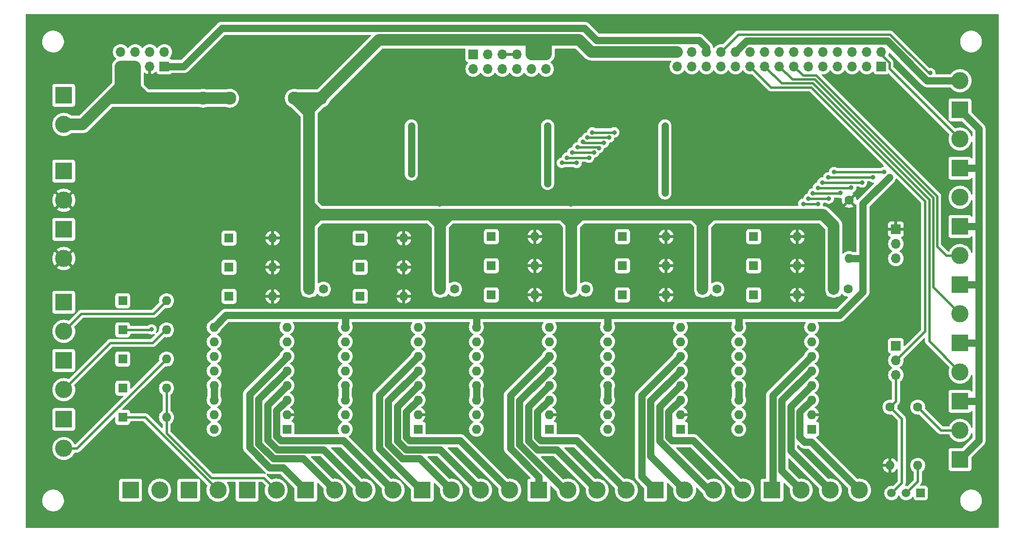
<source format=gbr>
%TF.GenerationSoftware,KiCad,Pcbnew,7.0.7*%
%TF.CreationDate,2024-01-02T15:01:59+01:00*%
%TF.ProjectId,periphery_5_drivers,70657269-7068-4657-9279-5f355f647269,rev?*%
%TF.SameCoordinates,Original*%
%TF.FileFunction,Copper,L2,Bot*%
%TF.FilePolarity,Positive*%
%FSLAX46Y46*%
G04 Gerber Fmt 4.6, Leading zero omitted, Abs format (unit mm)*
G04 Created by KiCad (PCBNEW 7.0.7) date 2024-01-02 15:01:59*
%MOMM*%
%LPD*%
G01*
G04 APERTURE LIST*
%TA.AperFunction,ComponentPad*%
%ADD10R,1.600000X1.600000*%
%TD*%
%TA.AperFunction,ComponentPad*%
%ADD11C,1.600000*%
%TD*%
%TA.AperFunction,ComponentPad*%
%ADD12O,1.600000X1.600000*%
%TD*%
%TA.AperFunction,ComponentPad*%
%ADD13R,3.000000X3.000000*%
%TD*%
%TA.AperFunction,ComponentPad*%
%ADD14C,3.000000*%
%TD*%
%TA.AperFunction,ComponentPad*%
%ADD15R,1.700000X1.700000*%
%TD*%
%TA.AperFunction,ComponentPad*%
%ADD16O,1.700000X1.700000*%
%TD*%
%TA.AperFunction,ComponentPad*%
%ADD17R,1.500000X1.500000*%
%TD*%
%TA.AperFunction,ComponentPad*%
%ADD18C,1.500000*%
%TD*%
%TA.AperFunction,ComponentPad*%
%ADD19C,2.300000*%
%TD*%
%TA.AperFunction,ViaPad*%
%ADD20C,0.800000*%
%TD*%
%TA.AperFunction,ViaPad*%
%ADD21C,1.000000*%
%TD*%
%TA.AperFunction,ViaPad*%
%ADD22C,1.500000*%
%TD*%
%TA.AperFunction,Conductor*%
%ADD23C,1.270000*%
%TD*%
%TA.AperFunction,Conductor*%
%ADD24C,2.000000*%
%TD*%
%TA.AperFunction,Conductor*%
%ADD25C,0.400000*%
%TD*%
G04 APERTURE END LIST*
D10*
%TO.P,C3,1*%
%TO.N,V_EXT*%
X159345621Y-89154000D03*
D11*
%TO.P,C3,2*%
%TO.N,GND*%
X161845621Y-89154000D03*
%TD*%
D10*
%TO.P,C4,1*%
%TO.N,V_EXT*%
X182205621Y-89154000D03*
D11*
%TO.P,C4,2*%
%TO.N,GND*%
X184705621Y-89154000D03*
%TD*%
D10*
%TO.P,SW8,1,A*%
%TO.N,MS2_A*%
X99660000Y-85344000D03*
D12*
%TO.P,SW8,2,B*%
%TO.N,5V*%
X107280000Y-85344000D03*
%TD*%
D13*
%TO.P,J12,1,Pin_1*%
%TO.N,GND*%
X92658000Y-124206000D03*
D14*
%TO.P,J12,2,Pin_2*%
%TO.N,ENDSTOP_Y-*%
X97738000Y-124206000D03*
%TD*%
D10*
%TO.P,SW15,1,A*%
%TO.N,MS1_E*%
X191100000Y-90170000D03*
D12*
%TO.P,SW15,2,B*%
%TO.N,5V*%
X198720000Y-90170000D03*
%TD*%
D10*
%TO.P,A1,1,GND*%
%TO.N,GND*%
X109770000Y-113580000D03*
D12*
%TO.P,A1,2,VDD*%
%TO.N,5V*%
X109770000Y-111040000D03*
%TO.P,A1,3,1B*%
%TO.N,Net-(A1-1B)*%
X109770000Y-108500000D03*
%TO.P,A1,4,1A*%
%TO.N,Net-(A1-1A)*%
X109770000Y-105960000D03*
%TO.P,A1,5,2A*%
%TO.N,Net-(A1-2A)*%
X109770000Y-103420000D03*
%TO.P,A1,6,2B*%
%TO.N,Net-(A1-2B)*%
X109770000Y-100880000D03*
%TO.P,A1,7,GND*%
%TO.N,GND*%
X109770000Y-98340000D03*
%TO.P,A1,8,VMOT*%
%TO.N,V_EXT*%
X109770000Y-95800000D03*
%TO.P,A1,9,~{ENABLE}*%
%TO.N,EN*%
X97070000Y-95800000D03*
%TO.P,A1,10,MS1*%
%TO.N,MS1_A*%
X97070000Y-98340000D03*
%TO.P,A1,11,MS2*%
%TO.N,MS2_A*%
X97070000Y-100880000D03*
%TO.P,A1,12,MS3*%
%TO.N,MS3_A*%
X97070000Y-103420000D03*
%TO.P,A1,13,~{RESET}*%
%TO.N,Net-(A1-~{RESET})*%
X97070000Y-105960000D03*
%TO.P,A1,14,~{SLEEP}*%
X97070000Y-108500000D03*
%TO.P,A1,15,STEP*%
%TO.N,STP_A*%
X97070000Y-111040000D03*
%TO.P,A1,16,DIR*%
%TO.N,DIR_A*%
X97070000Y-113580000D03*
%TD*%
D10*
%TO.P,C5,1*%
%TO.N,V_EXT*%
X205065621Y-89154000D03*
D11*
%TO.P,C5,2*%
%TO.N,GND*%
X207565621Y-89154000D03*
%TD*%
D13*
%TO.P,J24,1,Pin_1*%
%TO.N,Net-(A5-2B)*%
X153670000Y-124206000D03*
D14*
%TO.P,J24,2,Pin_2*%
%TO.N,Net-(A5-2A)*%
X158750000Y-124206000D03*
%TO.P,J24,3,Pin_3*%
%TO.N,Net-(A5-1A)*%
X163830000Y-124206000D03*
%TO.P,J24,4,Pin_4*%
%TO.N,Net-(A5-1B)*%
X168910000Y-124206000D03*
%TD*%
D13*
%TO.P,J22,1,Pin_1*%
%TO.N,SIG_IN*%
X227076000Y-118872000D03*
D14*
%TO.P,J22,2,Pin_2*%
%TO.N,Net-(J22-Pin_2)*%
X227076000Y-113792000D03*
%TD*%
D10*
%TO.P,SW19,1,A*%
%TO.N,ENDSTOP_Y-*%
X81153000Y-111504400D03*
D12*
%TO.P,SW19,2,B*%
%TO.N,ENDSTOP_Z-*%
X88773000Y-111504400D03*
%TD*%
D13*
%TO.P,J17,1,Pin_1*%
%TO.N,SIG_IN*%
X227076000Y-68072000D03*
D14*
%TO.P,J17,2,Pin_2*%
%TO.N,DIR_E*%
X227076000Y-62992000D03*
%TD*%
D10*
%TO.P,SW13,1,A*%
%TO.N,MS3_E*%
X191100000Y-80010000D03*
D12*
%TO.P,SW13,2,B*%
%TO.N,5V*%
X198720000Y-80010000D03*
%TD*%
D15*
%TO.P,J8,1,Pin_1*%
%TO.N,3V3*%
X88392000Y-50342800D03*
D16*
%TO.P,J8,2,Pin_2*%
%TO.N,GND*%
X88392000Y-47802800D03*
%TO.P,J8,3,Pin_3*%
%TO.N,5V*%
X85852000Y-50342800D03*
%TO.P,J8,4,Pin_4*%
%TO.N,GND*%
X85852000Y-47802800D03*
%TO.P,J8,5,Pin_5*%
%TO.N,Net-(J26-Pin_2)*%
X83312000Y-50342800D03*
%TO.P,J8,6,Pin_6*%
%TO.N,GND*%
X83312000Y-47802800D03*
%TO.P,J8,7,Pin_7*%
%TO.N,Net-(J26-Pin_2)*%
X80772000Y-50342800D03*
%TO.P,J8,8,Pin_8*%
%TO.N,GND*%
X80772000Y-47802800D03*
%TD*%
D13*
%TO.P,J13,1,Pin_1*%
%TO.N,GND*%
X70866000Y-111870000D03*
D14*
%TO.P,J13,2,Pin_2*%
%TO.N,ENDSTOP_Z+*%
X70866000Y-116950000D03*
%TD*%
D15*
%TO.P,J2,1,Pin_1*%
%TO.N,ENDSTOP_Z+*%
X213360000Y-50342800D03*
D16*
%TO.P,J2,2,Pin_2*%
%TO.N,DIR_E*%
X213360000Y-47802800D03*
%TO.P,J2,3,Pin_3*%
%TO.N,ENDSTOP_Z-*%
X210820000Y-50342800D03*
%TO.P,J2,4,Pin_4*%
%TO.N,STP_E*%
X210820000Y-47802800D03*
%TO.P,J2,5,Pin_5*%
%TO.N,ENDSTOP_Y+*%
X208280000Y-50342800D03*
%TO.P,J2,6,Pin_6*%
%TO.N,DIR_D*%
X208280000Y-47802800D03*
%TO.P,J2,7,Pin_7*%
%TO.N,ENDSTOP_Y-*%
X205740000Y-50342800D03*
%TO.P,J2,8,Pin_8*%
%TO.N,STP_D*%
X205740000Y-47802800D03*
%TO.P,J2,9,Pin_9*%
%TO.N,ENDSTOP_X+*%
X203200000Y-50342800D03*
%TO.P,J2,10,Pin_10*%
%TO.N,DIR_C*%
X203200000Y-47802800D03*
%TO.P,J2,11,Pin_11*%
%TO.N,ENDSTOP_X-*%
X200660000Y-50342800D03*
%TO.P,J2,12,Pin_12*%
%TO.N,STP_C*%
X200660000Y-47802800D03*
%TO.P,J2,13,Pin_13*%
%TO.N,RESUME*%
X198120000Y-50342800D03*
%TO.P,J2,14,Pin_14*%
%TO.N,DIR_B*%
X198120000Y-47802800D03*
%TO.P,J2,15,Pin_15*%
%TO.N,HOLD*%
X195580000Y-50342800D03*
%TO.P,J2,16,Pin_16*%
%TO.N,STP_B*%
X195580000Y-47802800D03*
%TO.P,J2,17,Pin_17*%
%TO.N,ABORT*%
X193040000Y-50342800D03*
%TO.P,J2,18,Pin_18*%
%TO.N,DIR_A*%
X193040000Y-47802800D03*
%TO.P,J2,19,Pin_19*%
%TO.N,RST*%
X190500000Y-50342800D03*
%TO.P,J2,20,Pin_20*%
%TO.N,STP_A*%
X190500000Y-47802800D03*
%TO.P,J2,21,Pin_21*%
%TO.N,GND*%
X187960000Y-50342800D03*
%TO.P,J2,22,Pin_22*%
%TO.N,EN*%
X187960000Y-47802800D03*
%TO.P,J2,23,Pin_23*%
%TO.N,GND*%
X185420000Y-50342800D03*
%TO.P,J2,24,Pin_24*%
%TO.N,EN_COOLANT*%
X185420000Y-47802800D03*
%TO.P,J2,25,Pin_25*%
%TO.N,GND*%
X182880000Y-50342800D03*
%TO.P,J2,26,Pin_26*%
%TO.N,3V3*%
X182880000Y-47802800D03*
%TO.P,J2,27,Pin_27*%
%TO.N,GND*%
X180340000Y-50342800D03*
%TO.P,J2,28,Pin_28*%
%TO.N,5V*%
X180340000Y-47802800D03*
%TO.P,J2,29,Pin_29*%
%TO.N,GND*%
X177800000Y-50342800D03*
%TO.P,J2,30,Pin_30*%
%TO.N,V_EXT*%
X177800000Y-47802800D03*
%TD*%
D11*
%TO.P,R3,1*%
%TO.N,Net-(Q1-C)*%
X214884000Y-109728000D03*
D12*
%TO.P,R3,2*%
%TO.N,5V*%
X214884000Y-119888000D03*
%TD*%
D10*
%TO.P,A2,1,GND*%
%TO.N,GND*%
X132640000Y-113580000D03*
D12*
%TO.P,A2,2,VDD*%
%TO.N,5V*%
X132640000Y-111040000D03*
%TO.P,A2,3,1B*%
%TO.N,Net-(A2-1B)*%
X132640000Y-108500000D03*
%TO.P,A2,4,1A*%
%TO.N,Net-(A2-1A)*%
X132640000Y-105960000D03*
%TO.P,A2,5,2A*%
%TO.N,Net-(A2-2A)*%
X132640000Y-103420000D03*
%TO.P,A2,6,2B*%
%TO.N,Net-(A2-2B)*%
X132640000Y-100880000D03*
%TO.P,A2,7,GND*%
%TO.N,GND*%
X132640000Y-98340000D03*
%TO.P,A2,8,VMOT*%
%TO.N,V_EXT*%
X132640000Y-95800000D03*
%TO.P,A2,9,~{ENABLE}*%
%TO.N,EN*%
X119940000Y-95800000D03*
%TO.P,A2,10,MS1*%
%TO.N,MS1_B*%
X119940000Y-98340000D03*
%TO.P,A2,11,MS2*%
%TO.N,MS2_B*%
X119940000Y-100880000D03*
%TO.P,A2,12,MS3*%
%TO.N,MS3_B*%
X119940000Y-103420000D03*
%TO.P,A2,13,~{RESET}*%
%TO.N,Net-(A2-~{RESET})*%
X119940000Y-105960000D03*
%TO.P,A2,14,~{SLEEP}*%
X119940000Y-108500000D03*
%TO.P,A2,15,STEP*%
%TO.N,STP_B*%
X119940000Y-111040000D03*
%TO.P,A2,16,DIR*%
%TO.N,DIR_B*%
X119940000Y-113580000D03*
%TD*%
D15*
%TO.P,J23,1,Pin_1*%
%TO.N,3V3*%
X142240000Y-48260000D03*
D16*
%TO.P,J23,2,Pin_2*%
%TO.N,GND*%
X142240000Y-50800000D03*
%TO.P,J23,3,Pin_3*%
%TO.N,3V3*%
X144780000Y-48260000D03*
%TO.P,J23,4,Pin_4*%
%TO.N,GND*%
X144780000Y-50800000D03*
%TO.P,J23,5,Pin_5*%
%TO.N,5V*%
X147320000Y-48260000D03*
%TO.P,J23,6,Pin_6*%
%TO.N,GND*%
X147320000Y-50800000D03*
%TO.P,J23,7,Pin_7*%
%TO.N,5V*%
X149860000Y-48260000D03*
%TO.P,J23,8,Pin_8*%
%TO.N,GND*%
X149860000Y-50800000D03*
%TO.P,J23,9,Pin_9*%
%TO.N,V_EXT*%
X152400000Y-48260000D03*
%TO.P,J23,10,Pin_10*%
%TO.N,GND*%
X152400000Y-50800000D03*
%TO.P,J23,11,Pin_11*%
%TO.N,V_EXT*%
X154940000Y-48260000D03*
%TO.P,J23,12,Pin_12*%
%TO.N,GND*%
X154940000Y-50800000D03*
%TD*%
D10*
%TO.P,SW6,1,A*%
%TO.N,MS1_B*%
X122520000Y-90410000D03*
D12*
%TO.P,SW6,2,B*%
%TO.N,5V*%
X130140000Y-90410000D03*
%TD*%
D17*
%TO.P,Q1,1,E*%
%TO.N,GND*%
X220218000Y-124714000D03*
D18*
%TO.P,Q1,2,B*%
%TO.N,Net-(Q1-B)*%
X217678000Y-124714000D03*
%TO.P,Q1,3,C*%
%TO.N,Net-(Q1-C)*%
X215138000Y-124714000D03*
%TD*%
D10*
%TO.P,SW12,1,A*%
%TO.N,MS1_D*%
X168240000Y-90170000D03*
D12*
%TO.P,SW12,2,B*%
%TO.N,5V*%
X175860000Y-90170000D03*
%TD*%
D10*
%TO.P,A5,1,GND*%
%TO.N,GND*%
X155500000Y-113580000D03*
D12*
%TO.P,A5,2,VDD*%
%TO.N,5V*%
X155500000Y-111040000D03*
%TO.P,A5,3,1B*%
%TO.N,Net-(A5-1B)*%
X155500000Y-108500000D03*
%TO.P,A5,4,1A*%
%TO.N,Net-(A5-1A)*%
X155500000Y-105960000D03*
%TO.P,A5,5,2A*%
%TO.N,Net-(A5-2A)*%
X155500000Y-103420000D03*
%TO.P,A5,6,2B*%
%TO.N,Net-(A5-2B)*%
X155500000Y-100880000D03*
%TO.P,A5,7,GND*%
%TO.N,GND*%
X155500000Y-98340000D03*
%TO.P,A5,8,VMOT*%
%TO.N,V_EXT*%
X155500000Y-95800000D03*
%TO.P,A5,9,~{ENABLE}*%
%TO.N,EN*%
X142800000Y-95800000D03*
%TO.P,A5,10,MS1*%
%TO.N,MS1_C*%
X142800000Y-98340000D03*
%TO.P,A5,11,MS2*%
%TO.N,MS2_C*%
X142800000Y-100880000D03*
%TO.P,A5,12,MS3*%
%TO.N,MS3_C*%
X142800000Y-103420000D03*
%TO.P,A5,13,~{RESET}*%
%TO.N,Net-(A5-~{RESET})*%
X142800000Y-105960000D03*
%TO.P,A5,14,~{SLEEP}*%
X142800000Y-108500000D03*
%TO.P,A5,15,STEP*%
%TO.N,STP_C*%
X142800000Y-111040000D03*
%TO.P,A5,16,DIR*%
%TO.N,DIR_C*%
X142800000Y-113580000D03*
%TD*%
D13*
%TO.P,J6,1,Pin_1*%
%TO.N,GND*%
X70866000Y-78740000D03*
D14*
%TO.P,J6,2,Pin_2*%
%TO.N,5V*%
X70866000Y-83820000D03*
%TD*%
D10*
%TO.P,SW5,1,A*%
%TO.N,MS2_B*%
X122513200Y-85344000D03*
D12*
%TO.P,SW5,2,B*%
%TO.N,5V*%
X130133200Y-85344000D03*
%TD*%
D10*
%TO.P,SW21,1,A*%
%TO.N,MS2_C*%
X145380000Y-85090000D03*
D12*
%TO.P,SW21,2,B*%
%TO.N,5V*%
X153000000Y-85090000D03*
%TD*%
D10*
%TO.P,SW20,1,A*%
%TO.N,MS3_C*%
X145380000Y-80010000D03*
D12*
%TO.P,SW20,2,B*%
%TO.N,5V*%
X153000000Y-80010000D03*
%TD*%
D10*
%TO.P,SW4,1,A*%
%TO.N,MS3_B*%
X122502900Y-80264000D03*
D12*
%TO.P,SW4,2,B*%
%TO.N,5V*%
X130122900Y-80264000D03*
%TD*%
D10*
%TO.P,C1,1*%
%TO.N,V_EXT*%
X113625621Y-89154000D03*
D11*
%TO.P,C1,2*%
%TO.N,GND*%
X116125621Y-89154000D03*
%TD*%
D13*
%TO.P,J21,1,Pin_1*%
%TO.N,SIG_IN*%
X227076000Y-88392000D03*
D14*
%TO.P,J21,2,Pin_2*%
%TO.N,RESUME*%
X227076000Y-83312000D03*
%TD*%
D15*
%TO.P,SW3,1,A*%
%TO.N,5V*%
X215900000Y-78740000D03*
D16*
%TO.P,SW3,2,B*%
%TO.N,SIG_IN*%
X215900000Y-81280000D03*
%TO.P,SW3,3,C*%
%TO.N,GND*%
X215900000Y-83820000D03*
%TD*%
D10*
%TO.P,SW22,1,A*%
%TO.N,MS1_C*%
X145380000Y-90170000D03*
D12*
%TO.P,SW22,2,B*%
%TO.N,5V*%
X153000000Y-90170000D03*
%TD*%
D10*
%TO.P,SW18,1,A*%
%TO.N,ENDSTOP_X-*%
X81153000Y-106426000D03*
D12*
%TO.P,SW18,2,B*%
%TO.N,ENDSTOP_Z-*%
X88773000Y-106426000D03*
%TD*%
D13*
%TO.P,J14,1,Pin_1*%
%TO.N,GND*%
X102818000Y-124206000D03*
D14*
%TO.P,J14,2,Pin_2*%
%TO.N,ENDSTOP_Z-*%
X107898000Y-124206000D03*
%TD*%
D10*
%TO.P,SW11,1,A*%
%TO.N,MS2_D*%
X168240000Y-85090000D03*
D12*
%TO.P,SW11,2,B*%
%TO.N,5V*%
X175860000Y-85090000D03*
%TD*%
D10*
%TO.P,A3,1,GND*%
%TO.N,GND*%
X178360000Y-113580000D03*
D12*
%TO.P,A3,2,VDD*%
%TO.N,5V*%
X178360000Y-111040000D03*
%TO.P,A3,3,1B*%
%TO.N,Net-(A3-1B)*%
X178360000Y-108500000D03*
%TO.P,A3,4,1A*%
%TO.N,Net-(A3-1A)*%
X178360000Y-105960000D03*
%TO.P,A3,5,2A*%
%TO.N,Net-(A3-2A)*%
X178360000Y-103420000D03*
%TO.P,A3,6,2B*%
%TO.N,Net-(A3-2B)*%
X178360000Y-100880000D03*
%TO.P,A3,7,GND*%
%TO.N,GND*%
X178360000Y-98340000D03*
%TO.P,A3,8,VMOT*%
%TO.N,V_EXT*%
X178360000Y-95800000D03*
%TO.P,A3,9,~{ENABLE}*%
%TO.N,EN*%
X165660000Y-95800000D03*
%TO.P,A3,10,MS1*%
%TO.N,MS1_D*%
X165660000Y-98340000D03*
%TO.P,A3,11,MS2*%
%TO.N,MS2_D*%
X165660000Y-100880000D03*
%TO.P,A3,12,MS3*%
%TO.N,MS3_D*%
X165660000Y-103420000D03*
%TO.P,A3,13,~{RESET}*%
%TO.N,Net-(A3-~{RESET})*%
X165660000Y-105960000D03*
%TO.P,A3,14,~{SLEEP}*%
X165660000Y-108500000D03*
%TO.P,A3,15,STEP*%
%TO.N,STP_D*%
X165660000Y-111040000D03*
%TO.P,A3,16,DIR*%
%TO.N,DIR_D*%
X165660000Y-113580000D03*
%TD*%
D10*
%TO.P,SW2,1,A*%
%TO.N,ENDSTOP_X-*%
X81153000Y-91184400D03*
D12*
%TO.P,SW2,2,B*%
%TO.N,ENDSTOP_X+*%
X88773000Y-91184400D03*
%TD*%
D19*
%TO.P,F1,1*%
%TO.N,V_EXT*%
X115660000Y-55880000D03*
X111060000Y-55880000D03*
%TO.P,F1,2*%
%TO.N,Net-(J26-Pin_2)*%
X99760000Y-55880000D03*
X95160000Y-55880000D03*
%TD*%
D10*
%TO.P,A4,1,GND*%
%TO.N,GND*%
X201220000Y-113580000D03*
D12*
%TO.P,A4,2,VDD*%
%TO.N,5V*%
X201220000Y-111040000D03*
%TO.P,A4,3,1B*%
%TO.N,Net-(A4-1B)*%
X201220000Y-108500000D03*
%TO.P,A4,4,1A*%
%TO.N,Net-(A4-1A)*%
X201220000Y-105960000D03*
%TO.P,A4,5,2A*%
%TO.N,Net-(A4-2A)*%
X201220000Y-103420000D03*
%TO.P,A4,6,2B*%
%TO.N,Net-(A4-2B)*%
X201220000Y-100880000D03*
%TO.P,A4,7,GND*%
%TO.N,GND*%
X201220000Y-98340000D03*
%TO.P,A4,8,VMOT*%
%TO.N,V_EXT*%
X201220000Y-95800000D03*
%TO.P,A4,9,~{ENABLE}*%
%TO.N,EN*%
X188520000Y-95800000D03*
%TO.P,A4,10,MS1*%
%TO.N,MS1_E*%
X188520000Y-98340000D03*
%TO.P,A4,11,MS2*%
%TO.N,MS2_E*%
X188520000Y-100880000D03*
%TO.P,A4,12,MS3*%
%TO.N,MS3_E*%
X188520000Y-103420000D03*
%TO.P,A4,13,~{RESET}*%
%TO.N,Net-(A4-~{RESET})*%
X188520000Y-105960000D03*
%TO.P,A4,14,~{SLEEP}*%
X188520000Y-108500000D03*
%TO.P,A4,15,STEP*%
%TO.N,STP_E*%
X188520000Y-111040000D03*
%TO.P,A4,16,DIR*%
%TO.N,DIR_E*%
X188520000Y-113580000D03*
%TD*%
D10*
%TO.P,C2,1*%
%TO.N,V_EXT*%
X136485621Y-89154000D03*
D11*
%TO.P,C2,2*%
%TO.N,GND*%
X138985621Y-89154000D03*
%TD*%
D13*
%TO.P,J4,1,Pin_1*%
%TO.N,GND*%
X70866000Y-68580000D03*
D14*
%TO.P,J4,2,Pin_2*%
%TO.N,5V*%
X70866000Y-73660000D03*
%TD*%
D13*
%TO.P,J16,1,Pin_1*%
%TO.N,SIG_IN*%
X227076000Y-57912000D03*
D14*
%TO.P,J16,2,Pin_2*%
%TO.N,EN*%
X227076000Y-52832000D03*
%TD*%
D10*
%TO.P,SW10,1,A*%
%TO.N,MS3_D*%
X168240000Y-80010000D03*
D12*
%TO.P,SW10,2,B*%
%TO.N,5V*%
X175860000Y-80010000D03*
%TD*%
D10*
%TO.P,SW14,1,A*%
%TO.N,MS2_E*%
X191100000Y-85090000D03*
D12*
%TO.P,SW14,2,B*%
%TO.N,5V*%
X198720000Y-85090000D03*
%TD*%
D13*
%TO.P,J5,1,Pin_1*%
%TO.N,Net-(A3-2B)*%
X173990000Y-124206000D03*
D14*
%TO.P,J5,2,Pin_2*%
%TO.N,Net-(A3-2A)*%
X179070000Y-124206000D03*
%TO.P,J5,3,Pin_3*%
%TO.N,Net-(A3-1A)*%
X184150000Y-124206000D03*
%TO.P,J5,4,Pin_4*%
%TO.N,Net-(A3-1B)*%
X189230000Y-124206000D03*
%TD*%
D15*
%TO.P,SW1,1,A*%
%TO.N,Net-(J22-Pin_2)*%
X215900000Y-99060000D03*
D16*
%TO.P,SW1,2,B*%
%TO.N,RST*%
X215900000Y-101600000D03*
%TO.P,SW1,3,C*%
%TO.N,Net-(Q1-C)*%
X215900000Y-104140000D03*
%TD*%
D13*
%TO.P,J9,1,Pin_1*%
%TO.N,GND*%
X70866000Y-91440000D03*
D14*
%TO.P,J9,2,Pin_2*%
%TO.N,ENDSTOP_X+*%
X70866000Y-96520000D03*
%TD*%
D13*
%TO.P,J7,1,Pin_1*%
%TO.N,Net-(A4-2B)*%
X194310000Y-124206000D03*
D14*
%TO.P,J7,2,Pin_2*%
%TO.N,Net-(A4-2A)*%
X199390000Y-124206000D03*
%TO.P,J7,3,Pin_3*%
%TO.N,Net-(A4-1A)*%
X204470000Y-124206000D03*
%TO.P,J7,4,Pin_4*%
%TO.N,Net-(A4-1B)*%
X209550000Y-124206000D03*
%TD*%
D13*
%TO.P,J1,1,Pin_1*%
%TO.N,Net-(A1-2B)*%
X113030000Y-124206000D03*
D14*
%TO.P,J1,2,Pin_2*%
%TO.N,Net-(A1-2A)*%
X118110000Y-124206000D03*
%TO.P,J1,3,Pin_3*%
%TO.N,Net-(A1-1A)*%
X123190000Y-124206000D03*
%TO.P,J1,4,Pin_4*%
%TO.N,Net-(A1-1B)*%
X128270000Y-124206000D03*
%TD*%
D10*
%TO.P,SW7,1,A*%
%TO.N,MS3_A*%
X99660000Y-80264000D03*
D12*
%TO.P,SW7,2,B*%
%TO.N,5V*%
X107280000Y-80264000D03*
%TD*%
D13*
%TO.P,J19,1,Pin_1*%
%TO.N,SIG_IN*%
X227076000Y-108712000D03*
D14*
%TO.P,J19,2,Pin_2*%
%TO.N,ABORT*%
X227076000Y-103632000D03*
%TD*%
D13*
%TO.P,J20,1,Pin_1*%
%TO.N,SIG_IN*%
X227076000Y-98552000D03*
D14*
%TO.P,J20,2,Pin_2*%
%TO.N,HOLD*%
X227076000Y-93472000D03*
%TD*%
D13*
%TO.P,J10,1,Pin_1*%
%TO.N,GND*%
X82498000Y-124206000D03*
D14*
%TO.P,J10,2,Pin_2*%
%TO.N,ENDSTOP_X-*%
X87578000Y-124206000D03*
%TD*%
D10*
%TO.P,SW16,1,A*%
%TO.N,ENDSTOP_Y-*%
X81153000Y-96264400D03*
D12*
%TO.P,SW16,2,B*%
%TO.N,ENDSTOP_Y+*%
X88773000Y-96264400D03*
%TD*%
D13*
%TO.P,J18,1,Pin_1*%
%TO.N,SIG_IN*%
X227076000Y-78232000D03*
D14*
%TO.P,J18,2,Pin_2*%
%TO.N,EN_COOLANT*%
X227076000Y-73152000D03*
%TD*%
D11*
%TO.P,R2,1*%
%TO.N,Net-(J22-Pin_2)*%
X219710000Y-109728000D03*
D12*
%TO.P,R2,2*%
%TO.N,Net-(Q1-B)*%
X219710000Y-119888000D03*
%TD*%
D11*
%TO.P,R1,1*%
%TO.N,5V*%
X207746600Y-73660000D03*
D12*
%TO.P,R1,2*%
%TO.N,EN*%
X207746600Y-83820000D03*
%TD*%
D10*
%TO.P,SW9,1,A*%
%TO.N,MS1_A*%
X99660000Y-90424000D03*
D12*
%TO.P,SW9,2,B*%
%TO.N,5V*%
X107280000Y-90424000D03*
%TD*%
D13*
%TO.P,J26,1,Pin_1*%
%TO.N,GND*%
X70866000Y-55372000D03*
D14*
%TO.P,J26,2,Pin_2*%
%TO.N,Net-(J26-Pin_2)*%
X70866000Y-60452000D03*
%TD*%
D13*
%TO.P,J11,1,Pin_1*%
%TO.N,GND*%
X70866000Y-101600000D03*
D14*
%TO.P,J11,2,Pin_2*%
%TO.N,ENDSTOP_Y+*%
X70866000Y-106680000D03*
%TD*%
D13*
%TO.P,J3,1,Pin_1*%
%TO.N,Net-(A2-2B)*%
X133350000Y-124206000D03*
D14*
%TO.P,J3,2,Pin_2*%
%TO.N,Net-(A2-2A)*%
X138430000Y-124206000D03*
%TO.P,J3,3,Pin_3*%
%TO.N,Net-(A2-1A)*%
X143510000Y-124206000D03*
%TO.P,J3,4,Pin_4*%
%TO.N,Net-(A2-1B)*%
X148590000Y-124206000D03*
%TD*%
D10*
%TO.P,SW17,1,A*%
%TO.N,ENDSTOP_Z-*%
X81153000Y-101344400D03*
D12*
%TO.P,SW17,2,B*%
%TO.N,ENDSTOP_Z+*%
X88773000Y-101344400D03*
%TD*%
D20*
%TO.N,GND*%
X155194000Y-70739000D03*
X131445000Y-60706000D03*
X155194000Y-60706000D03*
X175641000Y-72400500D03*
X175641000Y-60706000D03*
X131445000Y-69088000D03*
D21*
%TO.N,5V*%
X107594400Y-100025200D03*
X175641000Y-50059500D03*
D20*
X156718000Y-78486000D03*
X136398000Y-74422000D03*
X184658000Y-78486000D03*
X206248000Y-61214000D03*
X159258000Y-74422000D03*
X138938000Y-78486000D03*
D22*
X157480000Y-48260000D03*
D20*
X133858000Y-78486000D03*
X209677000Y-57785000D03*
X179578000Y-78486000D03*
X161798000Y-78486000D03*
%TO.N,EN*%
X214761906Y-69677106D03*
X221335600Y-52832000D03*
%TO.N,STP_A*%
X160246543Y-67157100D03*
X157687292Y-67145757D03*
%TO.N,STP_B*%
X205129357Y-68761089D03*
X213817918Y-68733118D03*
%TO.N,ENDSTOP_X+*%
X162097251Y-62735262D03*
X165906315Y-62746572D03*
%TO.N,DIR_B*%
X211900543Y-69660543D03*
X204114400Y-69682484D03*
%TO.N,ENDSTOP_X-*%
X166813813Y-61838500D03*
X162974957Y-61847072D03*
%TO.N,ENDSTOP_Y+*%
X164108285Y-64544601D03*
X160394657Y-64437857D03*
%TO.N,ENDSTOP_Y-*%
X165007292Y-63645595D03*
X161319785Y-63512728D03*
X86156800Y-96189800D03*
%TO.N,ENDSTOP_Z+*%
X158586257Y-66246257D03*
X162408643Y-66244243D03*
%TO.N,ENDSTOP_Z-*%
X159495633Y-65336880D03*
X163308706Y-65344181D03*
D21*
%TO.N,3V3*%
X144780000Y-43688000D03*
D20*
%TO.N,EN_COOLANT*%
X221878463Y-51501737D03*
%TO.N,STP_D*%
X206248000Y-72390000D03*
X201422000Y-72494957D03*
%TO.N,DIR_D*%
X204203579Y-73394457D03*
X200660000Y-73394457D03*
%TO.N,STP_E*%
X199769957Y-74293957D03*
X202312043Y-74296043D03*
%TO.N,STP_C*%
X203073000Y-70590500D03*
X210006589Y-70560589D03*
%TO.N,DIR_C*%
X202288457Y-71490000D03*
X208095952Y-71481984D03*
%TD*%
D23*
%TO.N,GND*%
X155194000Y-60706000D02*
X155194000Y-70739000D01*
X131445000Y-69088000D02*
X131445000Y-60706000D01*
X175641000Y-72400500D02*
X175641000Y-60706000D01*
%TO.N,Net-(A1-1B)*%
X107950000Y-110320000D02*
X109770000Y-108500000D01*
X128270000Y-124206000D02*
X119634000Y-115570000D01*
X107950000Y-114808000D02*
X107950000Y-110320000D01*
X119634000Y-115570000D02*
X108712000Y-115570000D01*
X108712000Y-115570000D02*
X107950000Y-114808000D01*
%TO.N,Net-(A1-1A)*%
X116124000Y-117140000D02*
X123190000Y-124206000D01*
X108061684Y-117140000D02*
X116124000Y-117140000D01*
X106380000Y-109350000D02*
X106380000Y-115458316D01*
X109770000Y-105960000D02*
X106380000Y-109350000D01*
X106380000Y-115458316D02*
X108061684Y-117140000D01*
%TO.N,Net-(A1-2A)*%
X107411368Y-118710000D02*
X104810000Y-116108631D01*
X112614000Y-118710000D02*
X107411368Y-118710000D01*
X104810000Y-116108631D02*
X104810000Y-108380000D01*
X104810000Y-108380000D02*
X109770000Y-103420000D01*
X118110000Y-124206000D02*
X112614000Y-118710000D01*
%TO.N,Net-(A1-2B)*%
X109770000Y-100966339D02*
X103240000Y-107496339D01*
X103240000Y-107496339D02*
X103240000Y-116758946D01*
X103240000Y-116758946D02*
X106761053Y-120280000D01*
X109104000Y-120280000D02*
X113030000Y-124206000D01*
X106761053Y-120280000D02*
X109104000Y-120280000D01*
X109770000Y-100880000D02*
X109770000Y-100966339D01*
D24*
%TO.N,V_EXT*%
X183769000Y-76200000D02*
X203200000Y-76200000D01*
X154940000Y-48260000D02*
X154940000Y-45720000D01*
X111060000Y-55880000D02*
X115660000Y-55880000D01*
X115265200Y-76211421D02*
X113625621Y-77851000D01*
X152400000Y-45720000D02*
X154940000Y-45720000D01*
X115265200Y-76188579D02*
X115265200Y-76211421D01*
X125820000Y-45720000D02*
X152400000Y-45720000D01*
X203200000Y-76200000D02*
X205065621Y-78065621D01*
X159345621Y-76287621D02*
X159258000Y-76200000D01*
X162788600Y-47802800D02*
X160705800Y-45720000D01*
X157835600Y-76200000D02*
X159258000Y-76200000D01*
X136652000Y-76200000D02*
X138125200Y-76200000D01*
X136485621Y-77839579D02*
X138125200Y-76200000D01*
X113625621Y-64389000D02*
X113625621Y-57914379D01*
X152400000Y-48260000D02*
X154940000Y-48260000D01*
X159345621Y-78587600D02*
X159345621Y-77710021D01*
X136485621Y-89154000D02*
X136485621Y-78232000D01*
X180721000Y-76200000D02*
X183769000Y-76200000D01*
X113625621Y-57914379D02*
X113094379Y-57914379D01*
X182284379Y-77684621D02*
X183769000Y-76200000D01*
X159345621Y-77788779D02*
X160934400Y-76200000D01*
X177800000Y-47802800D02*
X162788600Y-47802800D01*
X136485621Y-76366379D02*
X136652000Y-76200000D01*
X182205621Y-77684621D02*
X180721000Y-76200000D01*
X159345621Y-78587600D02*
X159345621Y-76287621D01*
X113625621Y-77851000D02*
X113625621Y-74549000D01*
X115265200Y-76200000D02*
X115265200Y-76188579D01*
X136485621Y-77862421D02*
X134823200Y-76200000D01*
X160705800Y-45720000D02*
X154940000Y-45720000D01*
X160934400Y-76200000D02*
X180721000Y-76200000D01*
X134823200Y-76200000D02*
X136652000Y-76200000D01*
X138125200Y-76200000D02*
X157835600Y-76200000D01*
X159345621Y-89154000D02*
X159345621Y-78587600D01*
X152400000Y-45720000D02*
X152400000Y-48260000D01*
X115265200Y-76188579D02*
X113625621Y-74549000D01*
X159345621Y-78587600D02*
X159345621Y-77788779D01*
X136485621Y-78232000D02*
X136485621Y-76366379D01*
X136485621Y-78232000D02*
X136485621Y-77839579D01*
X136485621Y-78232000D02*
X136485621Y-77862421D01*
X113625621Y-74549000D02*
X113625621Y-64389000D01*
X159258000Y-76200000D02*
X160934400Y-76200000D01*
X111060000Y-55880000D02*
X113625621Y-58445621D01*
X113625621Y-57914379D02*
X115660000Y-55880000D01*
X113625621Y-89154000D02*
X113625621Y-77851000D01*
X205065621Y-78065621D02*
X205065621Y-89154000D01*
X115265200Y-76200000D02*
X134823200Y-76200000D01*
X113094379Y-57914379D02*
X111060000Y-55880000D01*
X152400000Y-48260000D02*
X154940000Y-45720000D01*
X115660000Y-55880000D02*
X125820000Y-45720000D01*
X182205621Y-77684621D02*
X182284379Y-77684621D01*
X182205621Y-89154000D02*
X182205621Y-77684621D01*
X113625621Y-58445621D02*
X113625621Y-64389000D01*
X159345621Y-77710021D02*
X157835600Y-76200000D01*
D23*
%TO.N,EN*%
X187960000Y-47802800D02*
X189857600Y-45905200D01*
X188520000Y-95800000D02*
X188520000Y-93727200D01*
X142849600Y-93726000D02*
X119938800Y-93726000D01*
X99144000Y-93726000D02*
X97070000Y-95800000D01*
X165658800Y-93726000D02*
X142849600Y-93726000D01*
X206044800Y-93726000D02*
X188518800Y-93726000D01*
X119940000Y-93727200D02*
X119938800Y-93726000D01*
X165660000Y-93727200D02*
X165658800Y-93726000D01*
X165660000Y-95800000D02*
X165660000Y-93727200D01*
X214761906Y-69677106D02*
X210159600Y-74279412D01*
X142800000Y-93775600D02*
X142849600Y-93726000D01*
X210159600Y-74279412D02*
X210159600Y-83820000D01*
X188520000Y-93727200D02*
X188518800Y-93726000D01*
X210159600Y-83820000D02*
X210159600Y-89611200D01*
X214408800Y-45905200D02*
X221335600Y-52832000D01*
X119940000Y-95800000D02*
X119940000Y-93727200D01*
X207746600Y-83820000D02*
X210159600Y-83820000D01*
X142800000Y-95800000D02*
X142800000Y-93775600D01*
X189857600Y-45905200D02*
X214408800Y-45905200D01*
X188518800Y-93726000D02*
X165658800Y-93726000D01*
X119938800Y-93726000D02*
X99144000Y-93726000D01*
X221335600Y-52832000D02*
X227076000Y-52832000D01*
X210159600Y-89611200D02*
X206044800Y-93726000D01*
%TO.N,Net-(A1-~{RESET})*%
X97070000Y-108500000D02*
X97070000Y-105960000D01*
D25*
%TO.N,STP_A*%
X160246543Y-67157100D02*
X157698635Y-67157100D01*
X157698635Y-67157100D02*
X157687292Y-67145757D01*
D23*
%TO.N,Net-(A2-1B)*%
X148590000Y-124206000D02*
X139954000Y-115570000D01*
X131160000Y-115570000D02*
X130556000Y-114966000D01*
X130556000Y-114966000D02*
X130556000Y-110584000D01*
X130556000Y-110584000D02*
X132640000Y-108500000D01*
X139954000Y-115570000D02*
X131160000Y-115570000D01*
%TO.N,Net-(A2-1A)*%
X128986000Y-109614000D02*
X128986000Y-115616316D01*
X130509684Y-117140000D02*
X136444000Y-117140000D01*
X136444000Y-117140000D02*
X143510000Y-124206000D01*
X132640000Y-105960000D02*
X128986000Y-109614000D01*
X128986000Y-115616316D02*
X130509684Y-117140000D01*
%TO.N,Net-(A2-2A)*%
X132934000Y-118710000D02*
X129859368Y-118710000D01*
X129859368Y-118710000D02*
X127416000Y-116266631D01*
X127416000Y-116266631D02*
X127416000Y-108644000D01*
X138430000Y-124206000D02*
X132934000Y-118710000D01*
X127416000Y-108644000D02*
X132640000Y-103420000D01*
%TO.N,Net-(A2-2B)*%
X132640000Y-100880000D02*
X125846000Y-107674000D01*
X125846000Y-107674000D02*
X125846000Y-116916946D01*
X125846000Y-116916946D02*
X133135054Y-124206000D01*
X133135054Y-124206000D02*
X133350000Y-124206000D01*
%TO.N,Net-(A2-~{RESET})*%
X119940000Y-108500000D02*
X119940000Y-105960000D01*
%TO.N,Net-(A3-~{RESET})*%
X165660000Y-108500000D02*
X165660000Y-105960000D01*
%TO.N,Net-(A4-~{RESET})*%
X188520000Y-108500000D02*
X188520000Y-105960000D01*
%TO.N,Net-(A3-1B)*%
X180594000Y-115570000D02*
X176880000Y-115570000D01*
X176880000Y-115570000D02*
X176276000Y-114966000D01*
X176276000Y-110584000D02*
X178360000Y-108500000D01*
X189230000Y-124206000D02*
X180594000Y-115570000D01*
X176276000Y-114966000D02*
X176276000Y-110584000D01*
%TO.N,Net-(A3-1A)*%
X178360000Y-105960000D02*
X174706000Y-109614000D01*
X174706000Y-109614000D02*
X174706000Y-115616316D01*
X174706000Y-115616316D02*
X183295684Y-124206000D01*
X183295684Y-124206000D02*
X184150000Y-124206000D01*
%TO.N,Net-(A3-2A)*%
X179070000Y-124206000D02*
X173136000Y-118272000D01*
X173136000Y-118272000D02*
X173136000Y-108644000D01*
X173136000Y-108644000D02*
X178360000Y-103420000D01*
%TO.N,Net-(A3-2B)*%
X171566000Y-121782000D02*
X171566000Y-107674000D01*
X173990000Y-124206000D02*
X171566000Y-121782000D01*
X171566000Y-107674000D02*
X178360000Y-100880000D01*
D25*
%TO.N,STP_B*%
X213789947Y-68761089D02*
X213817918Y-68733118D01*
X205129357Y-68761089D02*
X213789947Y-68761089D01*
D23*
%TO.N,Net-(A5-~{RESET})*%
X142800000Y-108500000D02*
X142800000Y-105960000D01*
D25*
%TO.N,ENDSTOP_X+*%
X165906315Y-62746572D02*
X162108561Y-62746572D01*
X162108561Y-62746572D02*
X162097251Y-62735262D01*
X86485400Y-93472000D02*
X88773000Y-91184400D01*
X73914000Y-93472000D02*
X86485400Y-93472000D01*
X70866000Y-96520000D02*
X73914000Y-93472000D01*
D23*
%TO.N,Net-(A4-1B)*%
X199994000Y-115824000D02*
X199136000Y-114966000D01*
X209550000Y-124206000D02*
X201168000Y-115824000D01*
X199136000Y-114966000D02*
X199136000Y-110584000D01*
X199136000Y-110584000D02*
X201220000Y-108500000D01*
X201168000Y-115824000D02*
X199994000Y-115824000D01*
%TO.N,Net-(A4-1A)*%
X201220000Y-105960000D02*
X197566000Y-109614000D01*
X197566000Y-109614000D02*
X197566000Y-117302000D01*
X197566000Y-117302000D02*
X204470000Y-124206000D01*
%TO.N,Net-(A4-2A)*%
X195996000Y-120812000D02*
X195996000Y-108557661D01*
X199390000Y-124206000D02*
X195996000Y-120812000D01*
X201220000Y-103333661D02*
X201220000Y-103420000D01*
X195996000Y-108557661D02*
X201220000Y-103333661D01*
%TO.N,Net-(A4-2B)*%
X194426000Y-124090000D02*
X194310000Y-124206000D01*
X194426000Y-107674000D02*
X194426000Y-124090000D01*
X201220000Y-100880000D02*
X194426000Y-107674000D01*
D25*
%TO.N,DIR_B*%
X204114400Y-69682484D02*
X204136295Y-69660589D01*
X204136295Y-69660589D02*
X211900497Y-69660589D01*
X211900497Y-69660589D02*
X211900543Y-69660543D01*
%TO.N,ENDSTOP_X-*%
X166813813Y-61838500D02*
X162983529Y-61838500D01*
X162983529Y-61838500D02*
X162974957Y-61847072D01*
%TO.N,ENDSTOP_Y+*%
X88647600Y-96264400D02*
X88773000Y-96264400D01*
X86360000Y-98552000D02*
X88647600Y-96264400D01*
X70866000Y-106680000D02*
X78994000Y-98552000D01*
X164108285Y-64544601D02*
X164001541Y-64437857D01*
X164001541Y-64437857D02*
X160394657Y-64437857D01*
X78994000Y-98552000D02*
X86360000Y-98552000D01*
D23*
%TO.N,Net-(A5-1B)*%
X154020000Y-115570000D02*
X153416000Y-114966000D01*
X160274000Y-115570000D02*
X154020000Y-115570000D01*
X168910000Y-124206000D02*
X160274000Y-115570000D01*
X153416000Y-110584000D02*
X155500000Y-108500000D01*
X153416000Y-114966000D02*
X153416000Y-110584000D01*
%TO.N,Net-(A5-1A)*%
X153369684Y-117140000D02*
X156764000Y-117140000D01*
X151846000Y-109614000D02*
X151846000Y-115616316D01*
X155500000Y-105960000D02*
X151846000Y-109614000D01*
X151846000Y-115616316D02*
X153369684Y-117140000D01*
X156764000Y-117140000D02*
X163830000Y-124206000D01*
%TO.N,Net-(A5-2A)*%
X158750000Y-124206000D02*
X158215368Y-124206000D01*
X150276000Y-108644000D02*
X155500000Y-103420000D01*
X150276000Y-116266631D02*
X150276000Y-108644000D01*
X158215368Y-124206000D02*
X150276000Y-116266631D01*
%TO.N,Net-(A5-2B)*%
X153670000Y-121880947D02*
X153670000Y-124206000D01*
X155500000Y-100880000D02*
X148706000Y-107674000D01*
X148706000Y-107674000D02*
X148706000Y-116916946D01*
X148706000Y-116916946D02*
X153670000Y-121880947D01*
D25*
%TO.N,ENDSTOP_Y-*%
X85036400Y-111504400D02*
X81153000Y-111504400D01*
X161452652Y-63645595D02*
X161319785Y-63512728D01*
X86082200Y-96264400D02*
X81153000Y-96264400D01*
X165007292Y-63645595D02*
X161452652Y-63645595D01*
X97738000Y-124206000D02*
X85036400Y-111504400D01*
X86156800Y-96189800D02*
X86082200Y-96264400D01*
%TO.N,ENDSTOP_Z+*%
X162395286Y-66257600D02*
X158597600Y-66257600D01*
X73167400Y-116950000D02*
X88773000Y-101344400D01*
X70866000Y-116950000D02*
X73167400Y-116950000D01*
X158597600Y-66257600D02*
X158586257Y-66246257D01*
X162408643Y-66244243D02*
X162395286Y-66257600D01*
%TO.N,ENDSTOP_Z-*%
X105739000Y-122047000D02*
X96568950Y-122047000D01*
X96568950Y-122047000D02*
X88773000Y-114251050D01*
X107898000Y-124206000D02*
X105739000Y-122047000D01*
X163308225Y-65343700D02*
X159502453Y-65343700D01*
X88773000Y-111504400D02*
X88773000Y-106426000D01*
X159502453Y-65343700D02*
X159495633Y-65336880D01*
X88773000Y-114251050D02*
X88773000Y-111504400D01*
X163308706Y-65344181D02*
X163308225Y-65343700D01*
%TO.N,RST*%
X220988200Y-96511800D02*
X220988200Y-73818650D01*
X220988200Y-73818650D02*
X201131750Y-53962200D01*
X201131750Y-53962200D02*
X194119400Y-53962200D01*
X194119400Y-53962200D02*
X190500000Y-50342800D01*
X215900000Y-101600000D02*
X220988200Y-96511800D01*
D23*
%TO.N,3V3*%
X161638904Y-43688000D02*
X163721704Y-45770800D01*
X144780000Y-43688000D02*
X161638904Y-43688000D01*
X144780000Y-43688000D02*
X98425000Y-43688000D01*
X88429000Y-50342800D02*
X88392000Y-50379800D01*
X98425000Y-43688000D02*
X91770200Y-50342800D01*
X182880000Y-47091600D02*
X182880000Y-47802800D01*
X181559200Y-45770800D02*
X182880000Y-47091600D01*
X163721704Y-45770800D02*
X181559200Y-45770800D01*
X91770200Y-50342800D02*
X88429000Y-50342800D01*
D25*
%TO.N,ABORT*%
X195969400Y-53272200D02*
X193040000Y-50342800D01*
X227076000Y-103606600D02*
X221688200Y-98218800D01*
X201431700Y-53272200D02*
X195969400Y-53272200D01*
X221688200Y-73528700D02*
X201431700Y-53272200D01*
X227076000Y-103632000D02*
X227076000Y-103606600D01*
X221688200Y-98218800D02*
X221688200Y-73528700D01*
%TO.N,HOLD*%
X201731650Y-52582200D02*
X197819400Y-52582200D01*
X227076000Y-93472000D02*
X222388200Y-88784200D01*
X197819400Y-52582200D02*
X195580000Y-50342800D01*
X222388200Y-88784200D02*
X222388200Y-73238750D01*
X222388200Y-73238750D02*
X201731650Y-52582200D01*
%TO.N,RESUME*%
X202031600Y-51892200D02*
X223088200Y-72948800D01*
X224688400Y-83312000D02*
X227076000Y-83312000D01*
X223088200Y-72948800D02*
X223088200Y-81711800D01*
X199669400Y-51892200D02*
X202031600Y-51892200D01*
X198120000Y-50342800D02*
X199669400Y-51892200D01*
X223088200Y-81711800D02*
X224688400Y-83312000D01*
%TO.N,EN_COOLANT*%
X188442600Y-44780200D02*
X185420000Y-47802800D01*
X221596327Y-51501737D02*
X214874790Y-44780200D01*
X214874790Y-44780200D02*
X188442600Y-44780200D01*
X221878463Y-51501737D02*
X221596327Y-51501737D01*
%TO.N,Net-(Q1-B)*%
X219710000Y-122682000D02*
X219710000Y-119888000D01*
X217678000Y-124714000D02*
X219710000Y-122682000D01*
%TO.N,Net-(Q1-C)*%
X215900000Y-108712000D02*
X214884000Y-109728000D01*
X216916000Y-111760000D02*
X214884000Y-109728000D01*
X216916000Y-122936000D02*
X216916000Y-111760000D01*
X215138000Y-124714000D02*
X216916000Y-122936000D01*
X215900000Y-104140000D02*
X215900000Y-108712000D01*
D23*
%TO.N,SIG_IN*%
X230378000Y-98552000D02*
X230378000Y-88392000D01*
X227076000Y-88392000D02*
X230378000Y-88392000D01*
X227076000Y-98552000D02*
X230378000Y-98552000D01*
X230378000Y-88392000D02*
X230378000Y-78232000D01*
X227076000Y-78232000D02*
X230378000Y-78232000D01*
X230378000Y-115570000D02*
X230378000Y-108712000D01*
X230378000Y-61214000D02*
X227076000Y-57912000D01*
X227076000Y-68072000D02*
X230378000Y-68072000D01*
X227076000Y-108712000D02*
X230378000Y-108712000D01*
X230378000Y-108712000D02*
X230378000Y-98552000D01*
X230378000Y-68072000D02*
X230378000Y-61214000D01*
X230378000Y-78232000D02*
X230378000Y-68072000D01*
X227076000Y-118872000D02*
X230378000Y-115570000D01*
D25*
%TO.N,Net-(J22-Pin_2)*%
X219710000Y-109728000D02*
X223774000Y-113792000D01*
X223774000Y-113792000D02*
X227076000Y-113792000D01*
D24*
%TO.N,Net-(J26-Pin_2)*%
X83312000Y-55372000D02*
X83820000Y-55880000D01*
X85090000Y-55880000D02*
X83820000Y-55880000D01*
X74168000Y-60452000D02*
X70866000Y-60452000D01*
X81788000Y-53848000D02*
X81788000Y-51866800D01*
X78740000Y-55880000D02*
X74168000Y-60452000D01*
X95160000Y-55880000D02*
X99760000Y-55880000D01*
X83820000Y-55880000D02*
X81280000Y-55880000D01*
X80772000Y-50342800D02*
X83312000Y-52882800D01*
X81788000Y-51866800D02*
X83312000Y-50342800D01*
X83312000Y-52882800D02*
X83312000Y-55372000D01*
X80772000Y-53848000D02*
X78740000Y-55880000D01*
X83312000Y-54102000D02*
X85090000Y-55880000D01*
X80772000Y-50342800D02*
X83312000Y-50342800D01*
X83312000Y-50342800D02*
X83312000Y-54102000D01*
X81280000Y-55880000D02*
X80772000Y-55372000D01*
X95160000Y-55880000D02*
X85090000Y-55880000D01*
X80772000Y-55372000D02*
X80772000Y-50342800D01*
X80772000Y-52832000D02*
X81788000Y-53848000D01*
X81280000Y-55880000D02*
X78740000Y-55880000D01*
X81788000Y-53848000D02*
X83312000Y-55372000D01*
D25*
%TO.N,STP_D*%
X201422000Y-72494957D02*
X206143043Y-72494957D01*
X206143043Y-72494957D02*
X206248000Y-72390000D01*
%TO.N,DIR_D*%
X204203579Y-73394457D02*
X200660000Y-73394457D01*
%TO.N,STP_E*%
X202312043Y-74296043D02*
X202309957Y-74293957D01*
X202309957Y-74293957D02*
X199769957Y-74293957D01*
%TO.N,DIR_E*%
X214757000Y-50673000D02*
X227076000Y-62992000D01*
X213360000Y-48260000D02*
X214757000Y-49657000D01*
X214757000Y-49657000D02*
X214757000Y-50673000D01*
%TO.N,STP_C*%
X203081516Y-70581984D02*
X209985194Y-70581984D01*
X209985194Y-70581984D02*
X210006589Y-70560589D01*
X203073000Y-70590500D02*
X203081516Y-70581984D01*
%TO.N,DIR_C*%
X208087936Y-71490000D02*
X202288457Y-71490000D01*
X208095952Y-71481984D02*
X208087936Y-71490000D01*
%TD*%
%TA.AperFunction,Conductor*%
%TO.N,5V*%
G36*
X118747539Y-94881185D02*
G01*
X118793294Y-94933989D01*
X118804500Y-94985500D01*
X118804500Y-95130351D01*
X118792882Y-95182756D01*
X118713262Y-95353502D01*
X118713258Y-95353511D01*
X118654366Y-95573302D01*
X118654364Y-95573313D01*
X118634532Y-95799998D01*
X118634532Y-95800001D01*
X118654364Y-96026686D01*
X118654366Y-96026697D01*
X118713258Y-96246488D01*
X118713261Y-96246497D01*
X118809431Y-96452732D01*
X118809432Y-96452734D01*
X118939954Y-96639141D01*
X119100858Y-96800045D01*
X119100861Y-96800047D01*
X119287266Y-96930568D01*
X119345275Y-96957618D01*
X119397714Y-97003791D01*
X119416866Y-97070984D01*
X119396650Y-97137865D01*
X119345275Y-97182382D01*
X119287267Y-97209431D01*
X119287265Y-97209432D01*
X119100858Y-97339954D01*
X118939954Y-97500858D01*
X118809432Y-97687265D01*
X118809431Y-97687267D01*
X118713261Y-97893502D01*
X118713258Y-97893511D01*
X118654366Y-98113302D01*
X118654364Y-98113313D01*
X118634532Y-98339998D01*
X118634532Y-98340001D01*
X118654364Y-98566686D01*
X118654366Y-98566697D01*
X118713258Y-98786488D01*
X118713261Y-98786497D01*
X118809431Y-98992732D01*
X118809432Y-98992734D01*
X118939954Y-99179141D01*
X119100858Y-99340045D01*
X119100861Y-99340047D01*
X119287266Y-99470568D01*
X119345275Y-99497618D01*
X119397714Y-99543791D01*
X119416866Y-99610984D01*
X119396650Y-99677865D01*
X119345275Y-99722382D01*
X119287267Y-99749431D01*
X119287265Y-99749432D01*
X119100858Y-99879954D01*
X118939954Y-100040858D01*
X118809432Y-100227265D01*
X118809431Y-100227267D01*
X118713261Y-100433502D01*
X118713258Y-100433511D01*
X118654366Y-100653302D01*
X118654364Y-100653313D01*
X118634532Y-100879998D01*
X118634532Y-100880001D01*
X118654364Y-101106686D01*
X118654366Y-101106697D01*
X118713258Y-101326488D01*
X118713261Y-101326497D01*
X118809431Y-101532732D01*
X118809432Y-101532734D01*
X118939954Y-101719141D01*
X119100858Y-101880045D01*
X119100861Y-101880047D01*
X119287266Y-102010568D01*
X119345275Y-102037618D01*
X119397714Y-102083791D01*
X119416866Y-102150984D01*
X119396650Y-102217865D01*
X119345275Y-102262382D01*
X119287267Y-102289431D01*
X119287265Y-102289432D01*
X119100858Y-102419954D01*
X118939954Y-102580858D01*
X118809432Y-102767265D01*
X118809431Y-102767267D01*
X118713261Y-102973502D01*
X118713258Y-102973511D01*
X118654366Y-103193302D01*
X118654364Y-103193313D01*
X118634532Y-103419998D01*
X118634532Y-103420001D01*
X118654364Y-103646686D01*
X118654366Y-103646697D01*
X118713258Y-103866488D01*
X118713261Y-103866497D01*
X118809431Y-104072732D01*
X118809432Y-104072734D01*
X118939954Y-104259141D01*
X119100858Y-104420045D01*
X119100861Y-104420047D01*
X119287266Y-104550568D01*
X119345275Y-104577618D01*
X119397714Y-104623791D01*
X119416866Y-104690984D01*
X119396650Y-104757865D01*
X119345275Y-104802382D01*
X119287267Y-104829431D01*
X119287265Y-104829432D01*
X119100858Y-104959954D01*
X118939954Y-105120858D01*
X118809432Y-105307265D01*
X118809431Y-105307267D01*
X118713261Y-105513502D01*
X118713258Y-105513511D01*
X118654366Y-105733302D01*
X118654364Y-105733313D01*
X118634532Y-105959998D01*
X118634532Y-105960001D01*
X118654364Y-106186686D01*
X118654366Y-106186697D01*
X118713258Y-106406488D01*
X118713261Y-106406497D01*
X118792882Y-106577242D01*
X118804500Y-106629647D01*
X118804500Y-107830351D01*
X118792882Y-107882756D01*
X118713262Y-108053502D01*
X118713258Y-108053511D01*
X118654366Y-108273302D01*
X118654364Y-108273313D01*
X118634532Y-108499998D01*
X118634532Y-108500001D01*
X118654364Y-108726686D01*
X118654366Y-108726697D01*
X118713258Y-108946488D01*
X118713261Y-108946497D01*
X118809431Y-109152732D01*
X118809432Y-109152734D01*
X118939954Y-109339141D01*
X119100858Y-109500045D01*
X119100861Y-109500047D01*
X119287266Y-109630568D01*
X119345275Y-109657618D01*
X119397714Y-109703791D01*
X119416866Y-109770984D01*
X119396650Y-109837865D01*
X119345275Y-109882382D01*
X119287267Y-109909431D01*
X119287265Y-109909432D01*
X119100858Y-110039954D01*
X118939954Y-110200858D01*
X118809432Y-110387265D01*
X118809431Y-110387267D01*
X118713261Y-110593502D01*
X118713258Y-110593511D01*
X118654366Y-110813302D01*
X118654364Y-110813313D01*
X118634532Y-111039998D01*
X118634532Y-111040001D01*
X118654364Y-111266686D01*
X118654366Y-111266697D01*
X118713258Y-111486488D01*
X118713261Y-111486497D01*
X118809431Y-111692732D01*
X118809432Y-111692734D01*
X118939954Y-111879141D01*
X119100858Y-112040045D01*
X119100861Y-112040047D01*
X119287266Y-112170568D01*
X119345275Y-112197618D01*
X119397714Y-112243791D01*
X119416866Y-112310984D01*
X119396650Y-112377865D01*
X119345275Y-112422381D01*
X119345118Y-112422455D01*
X119287267Y-112449431D01*
X119287265Y-112449432D01*
X119100858Y-112579954D01*
X118939954Y-112740858D01*
X118809432Y-112927265D01*
X118809431Y-112927267D01*
X118713261Y-113133502D01*
X118713258Y-113133511D01*
X118654366Y-113353302D01*
X118654364Y-113353313D01*
X118634532Y-113579998D01*
X118634532Y-113580001D01*
X118654364Y-113806686D01*
X118654366Y-113806697D01*
X118713258Y-114026488D01*
X118713261Y-114026497D01*
X118809431Y-114232732D01*
X118809433Y-114232736D01*
X118814083Y-114239376D01*
X118836411Y-114305582D01*
X118819401Y-114373349D01*
X118768454Y-114421163D01*
X118712509Y-114434500D01*
X111194500Y-114434500D01*
X111127461Y-114414815D01*
X111081706Y-114362011D01*
X111070500Y-114310500D01*
X111070499Y-112732129D01*
X111070498Y-112732123D01*
X111064091Y-112672516D01*
X111013797Y-112537671D01*
X111013793Y-112537664D01*
X110927547Y-112422455D01*
X110927544Y-112422452D01*
X110812335Y-112336206D01*
X110812328Y-112336202D01*
X110677486Y-112285910D01*
X110677485Y-112285909D01*
X110677483Y-112285909D01*
X110641643Y-112282055D01*
X110577096Y-112255319D01*
X110537248Y-112197926D01*
X110534754Y-112128101D01*
X110570406Y-112068012D01*
X110583780Y-112057191D01*
X110608819Y-112039658D01*
X110769657Y-111878820D01*
X110900134Y-111692482D01*
X110996265Y-111486326D01*
X110996269Y-111486317D01*
X111048872Y-111290000D01*
X110280576Y-111290000D01*
X110213537Y-111270315D01*
X110167782Y-111217511D01*
X110157838Y-111148353D01*
X110158103Y-111146603D01*
X110174986Y-111040003D01*
X110174986Y-111039996D01*
X110158103Y-110933397D01*
X110167058Y-110864104D01*
X110212054Y-110810652D01*
X110278806Y-110790013D01*
X110280576Y-110790000D01*
X111048872Y-110790000D01*
X111048872Y-110789999D01*
X110996269Y-110593682D01*
X110996265Y-110593673D01*
X110900134Y-110387517D01*
X110769657Y-110201179D01*
X110608820Y-110040342D01*
X110422482Y-109909865D01*
X110364133Y-109882657D01*
X110311694Y-109836484D01*
X110292542Y-109769291D01*
X110312758Y-109702410D01*
X110364129Y-109657895D01*
X110422734Y-109630568D01*
X110609139Y-109500047D01*
X110770047Y-109339139D01*
X110900568Y-109152734D01*
X110996739Y-108946496D01*
X111055635Y-108726692D01*
X111075468Y-108500000D01*
X111070425Y-108442364D01*
X111063852Y-108367226D01*
X111055635Y-108273308D01*
X110996739Y-108053504D01*
X110900568Y-107847266D01*
X110770047Y-107660861D01*
X110770045Y-107660858D01*
X110609141Y-107499954D01*
X110422734Y-107369432D01*
X110422728Y-107369429D01*
X110364725Y-107342382D01*
X110312285Y-107296210D01*
X110293133Y-107229017D01*
X110313348Y-107162135D01*
X110364725Y-107117618D01*
X110422734Y-107090568D01*
X110609139Y-106960047D01*
X110770047Y-106799139D01*
X110900568Y-106612734D01*
X110996739Y-106406496D01*
X111055635Y-106186692D01*
X111075468Y-105960000D01*
X111055635Y-105733308D01*
X110996739Y-105513504D01*
X110900568Y-105307266D01*
X110770047Y-105120861D01*
X110770045Y-105120858D01*
X110609141Y-104959954D01*
X110422734Y-104829432D01*
X110422728Y-104829429D01*
X110364725Y-104802382D01*
X110312285Y-104756210D01*
X110293133Y-104689017D01*
X110313348Y-104622135D01*
X110364725Y-104577618D01*
X110422734Y-104550568D01*
X110609139Y-104420047D01*
X110770047Y-104259139D01*
X110900568Y-104072734D01*
X110996739Y-103866496D01*
X111055635Y-103646692D01*
X111075468Y-103420000D01*
X111055635Y-103193308D01*
X110996739Y-102973504D01*
X110900568Y-102767266D01*
X110770047Y-102580861D01*
X110770045Y-102580858D01*
X110609141Y-102419954D01*
X110422735Y-102289433D01*
X110422736Y-102289433D01*
X110422734Y-102289432D01*
X110364722Y-102262380D01*
X110312284Y-102216208D01*
X110293133Y-102149014D01*
X110313349Y-102082133D01*
X110364722Y-102037619D01*
X110422734Y-102010568D01*
X110609139Y-101880047D01*
X110770047Y-101719139D01*
X110900568Y-101532734D01*
X110996739Y-101326496D01*
X111055635Y-101106692D01*
X111075468Y-100880000D01*
X111055635Y-100653308D01*
X110996739Y-100433504D01*
X110900568Y-100227266D01*
X110777936Y-100052128D01*
X110770045Y-100040858D01*
X110609141Y-99879954D01*
X110422734Y-99749432D01*
X110422728Y-99749429D01*
X110364725Y-99722382D01*
X110312285Y-99676210D01*
X110293133Y-99609017D01*
X110313348Y-99542135D01*
X110364725Y-99497618D01*
X110422734Y-99470568D01*
X110609139Y-99340047D01*
X110770047Y-99179139D01*
X110900568Y-98992734D01*
X110996739Y-98786496D01*
X111055635Y-98566692D01*
X111075468Y-98340000D01*
X111055635Y-98113308D01*
X111006154Y-97928643D01*
X110996741Y-97893511D01*
X110996738Y-97893502D01*
X110900568Y-97687266D01*
X110770047Y-97500861D01*
X110770045Y-97500858D01*
X110609141Y-97339954D01*
X110422735Y-97209433D01*
X110422736Y-97209433D01*
X110422734Y-97209432D01*
X110364722Y-97182380D01*
X110312284Y-97136208D01*
X110293133Y-97069014D01*
X110313349Y-97002133D01*
X110364721Y-96957619D01*
X110422734Y-96930568D01*
X110609139Y-96800047D01*
X110770047Y-96639139D01*
X110900568Y-96452734D01*
X110996739Y-96246496D01*
X111055635Y-96026692D01*
X111075468Y-95800000D01*
X111055635Y-95573308D01*
X110996739Y-95353504D01*
X110900568Y-95147266D01*
X110837098Y-95056621D01*
X110814772Y-94990416D01*
X110831784Y-94922649D01*
X110882732Y-94874837D01*
X110938675Y-94861500D01*
X118680500Y-94861500D01*
X118747539Y-94881185D01*
G37*
%TD.AperFunction*%
%TA.AperFunction,Conductor*%
G36*
X205867202Y-73206178D02*
G01*
X205968192Y-73251142D01*
X205968197Y-73251144D01*
X206153354Y-73290500D01*
X206153355Y-73290500D01*
X206338878Y-73290500D01*
X206405917Y-73310185D01*
X206451672Y-73362989D01*
X206461008Y-73427921D01*
X206461931Y-73428002D01*
X206461586Y-73431941D01*
X206461616Y-73432147D01*
X206461510Y-73432804D01*
X206441634Y-73659998D01*
X206441634Y-73660002D01*
X206461458Y-73886599D01*
X206461460Y-73886610D01*
X206520330Y-74106317D01*
X206520334Y-74106326D01*
X206616465Y-74312481D01*
X206616466Y-74312483D01*
X206667573Y-74385471D01*
X206667573Y-74385472D01*
X207209180Y-73843865D01*
X207270503Y-73810380D01*
X207340194Y-73815364D01*
X207396128Y-73857235D01*
X207407342Y-73875246D01*
X207413127Y-73886599D01*
X207418958Y-73898044D01*
X207418963Y-73898050D01*
X207508549Y-73987636D01*
X207508551Y-73987637D01*
X207508555Y-73987641D01*
X207531347Y-73999254D01*
X207582142Y-74047228D01*
X207598937Y-74115049D01*
X207576399Y-74181184D01*
X207562732Y-74197419D01*
X207021126Y-74739025D01*
X207021126Y-74739026D01*
X207094112Y-74790131D01*
X207094116Y-74790133D01*
X207300273Y-74886265D01*
X207300282Y-74886269D01*
X207519989Y-74945139D01*
X207520000Y-74945141D01*
X207746598Y-74964966D01*
X207746602Y-74964966D01*
X207973199Y-74945141D01*
X207973210Y-74945139D01*
X208192917Y-74886269D01*
X208192931Y-74886264D01*
X208399078Y-74790136D01*
X208472072Y-74739025D01*
X207930466Y-74197419D01*
X207896981Y-74136096D01*
X207901965Y-74066404D01*
X207943837Y-74010471D01*
X207961845Y-73999258D01*
X207984645Y-73987641D01*
X208074241Y-73898045D01*
X208085854Y-73875252D01*
X208133825Y-73824458D01*
X208201646Y-73807661D01*
X208267781Y-73830197D01*
X208284019Y-73843866D01*
X208825625Y-74385472D01*
X208849563Y-74383378D01*
X208853100Y-74380551D01*
X208922599Y-74373357D01*
X208984954Y-74404879D01*
X209020368Y-74465108D01*
X209024100Y-74495299D01*
X209024100Y-82560500D01*
X209004415Y-82627539D01*
X208951611Y-82673294D01*
X208900100Y-82684500D01*
X208416247Y-82684500D01*
X208363842Y-82672882D01*
X208193097Y-82593261D01*
X208193088Y-82593258D01*
X207973297Y-82534366D01*
X207973293Y-82534365D01*
X207973292Y-82534365D01*
X207973291Y-82534364D01*
X207973286Y-82534364D01*
X207746602Y-82514532D01*
X207746598Y-82514532D01*
X207519913Y-82534364D01*
X207519902Y-82534366D01*
X207300111Y-82593258D01*
X207300102Y-82593261D01*
X207093867Y-82689431D01*
X207093865Y-82689432D01*
X206907458Y-82819954D01*
X206777802Y-82949611D01*
X206716479Y-82983096D01*
X206646787Y-82978112D01*
X206590854Y-82936240D01*
X206566437Y-82870776D01*
X206566121Y-82861930D01*
X206566121Y-80513987D01*
X206566121Y-78162621D01*
X206566596Y-78154972D01*
X206569978Y-78127842D01*
X206566121Y-78034585D01*
X206566121Y-78003554D01*
X206563558Y-77972630D01*
X206559702Y-77879384D01*
X206554094Y-77852637D01*
X206552985Y-77845027D01*
X206550730Y-77817808D01*
X206550728Y-77817797D01*
X206543419Y-77788933D01*
X206527823Y-77727346D01*
X206508671Y-77636007D01*
X206498733Y-77610541D01*
X206496395Y-77603244D01*
X206489684Y-77576740D01*
X206452201Y-77491288D01*
X206418277Y-77404348D01*
X206404286Y-77380869D01*
X206400771Y-77374039D01*
X206389794Y-77349014D01*
X206386009Y-77343221D01*
X206338758Y-77270896D01*
X206309204Y-77221300D01*
X206290987Y-77190727D01*
X206290984Y-77190723D01*
X206273325Y-77169873D01*
X206268726Y-77163706D01*
X206253787Y-77140839D01*
X206253785Y-77140836D01*
X206190578Y-77072175D01*
X206170521Y-77048493D01*
X206148582Y-77026554D01*
X206085368Y-76957886D01*
X206085360Y-76957879D01*
X206063798Y-76941097D01*
X206058040Y-76936013D01*
X204329615Y-75207587D01*
X204324524Y-75201822D01*
X204307739Y-75180257D01*
X204239078Y-75117049D01*
X204217129Y-75095100D01*
X204193435Y-75075033D01*
X204124786Y-75011837D01*
X204124785Y-75011836D01*
X204101904Y-74996887D01*
X204095747Y-74992296D01*
X204074894Y-74974634D01*
X203994720Y-74926860D01*
X203916607Y-74875827D01*
X203916604Y-74875825D01*
X203891588Y-74864852D01*
X203884750Y-74861332D01*
X203861275Y-74847344D01*
X203774335Y-74813420D01*
X203746275Y-74801112D01*
X203688881Y-74775937D01*
X203688877Y-74775936D01*
X203688875Y-74775935D01*
X203662387Y-74769227D01*
X203655067Y-74766882D01*
X203638593Y-74760454D01*
X203629614Y-74756951D01*
X203538288Y-74737801D01*
X203538288Y-74737800D01*
X203447819Y-74714891D01*
X203420590Y-74712635D01*
X203412983Y-74711526D01*
X203392986Y-74707334D01*
X203386237Y-74705919D01*
X203386235Y-74705918D01*
X203292991Y-74702062D01*
X203292160Y-74701993D01*
X203287406Y-74701599D01*
X203222223Y-74676448D01*
X203180983Y-74620047D01*
X203176783Y-74550304D01*
X203179709Y-74539718D01*
X203197717Y-74484299D01*
X203217503Y-74296043D01*
X203210763Y-74231916D01*
X203223333Y-74163189D01*
X203271065Y-74112165D01*
X203334084Y-74094957D01*
X203595423Y-74094957D01*
X203662462Y-74114642D01*
X203668308Y-74118639D01*
X203750844Y-74178605D01*
X203750849Y-74178608D01*
X203923771Y-74255599D01*
X203923776Y-74255601D01*
X204108933Y-74294957D01*
X204108934Y-74294957D01*
X204298223Y-74294957D01*
X204298225Y-74294957D01*
X204483382Y-74255601D01*
X204656309Y-74178608D01*
X204809450Y-74067345D01*
X204936112Y-73926673D01*
X205030758Y-73762741D01*
X205089253Y-73582713D01*
X205109039Y-73394457D01*
X205102518Y-73332416D01*
X205115087Y-73263689D01*
X205162819Y-73212665D01*
X205225839Y-73195457D01*
X205816766Y-73195457D01*
X205867202Y-73206178D01*
G37*
%TD.AperFunction*%
%TA.AperFunction,Conductor*%
G36*
X209634855Y-51009346D02*
G01*
X209651575Y-51028642D01*
X209781500Y-51214195D01*
X209781505Y-51214201D01*
X209948599Y-51381295D01*
X210038651Y-51444350D01*
X210142165Y-51516832D01*
X210142167Y-51516833D01*
X210142170Y-51516835D01*
X210356337Y-51616703D01*
X210584592Y-51677863D01*
X210761034Y-51693300D01*
X210819999Y-51698459D01*
X210820000Y-51698459D01*
X210820001Y-51698459D01*
X210878966Y-51693300D01*
X211055408Y-51677863D01*
X211283663Y-51616703D01*
X211497830Y-51516835D01*
X211691401Y-51381295D01*
X211813329Y-51259366D01*
X211874648Y-51225884D01*
X211944340Y-51230868D01*
X212000274Y-51272739D01*
X212017189Y-51303717D01*
X212066202Y-51435128D01*
X212066206Y-51435135D01*
X212152452Y-51550344D01*
X212152455Y-51550347D01*
X212267664Y-51636593D01*
X212267671Y-51636597D01*
X212402517Y-51686891D01*
X212402516Y-51686891D01*
X212409444Y-51687635D01*
X212462127Y-51693300D01*
X214257872Y-51693299D01*
X214317483Y-51686891D01*
X214452331Y-51636596D01*
X214525076Y-51582138D01*
X214590540Y-51557722D01*
X214658813Y-51572573D01*
X214687068Y-51593725D01*
X225195432Y-62102089D01*
X225228917Y-62163412D01*
X225223933Y-62233103D01*
X225151629Y-62426960D01*
X225090804Y-62706566D01*
X225070390Y-62991998D01*
X225070390Y-62992001D01*
X225090804Y-63277433D01*
X225151628Y-63557037D01*
X225151630Y-63557043D01*
X225151631Y-63557046D01*
X225251633Y-63825161D01*
X225251635Y-63825166D01*
X225388770Y-64076309D01*
X225388775Y-64076317D01*
X225560254Y-64305387D01*
X225560270Y-64305405D01*
X225762594Y-64507729D01*
X225762612Y-64507745D01*
X225991682Y-64679224D01*
X225991690Y-64679229D01*
X226242833Y-64816364D01*
X226242832Y-64816364D01*
X226242836Y-64816365D01*
X226242839Y-64816367D01*
X226510954Y-64916369D01*
X226510960Y-64916370D01*
X226510962Y-64916371D01*
X226790566Y-64977195D01*
X226790568Y-64977195D01*
X226790572Y-64977196D01*
X227044220Y-64995337D01*
X227075999Y-64997610D01*
X227076000Y-64997610D01*
X227076001Y-64997610D01*
X227104595Y-64995564D01*
X227361428Y-64977196D01*
X227400967Y-64968595D01*
X227641037Y-64916371D01*
X227641037Y-64916370D01*
X227641046Y-64916369D01*
X227909161Y-64816367D01*
X228160315Y-64679226D01*
X228389395Y-64507739D01*
X228591739Y-64305395D01*
X228763226Y-64076315D01*
X228900367Y-63825161D01*
X229000369Y-63557046D01*
X229000371Y-63557037D01*
X229001916Y-63552896D01*
X229003629Y-63553535D01*
X229037299Y-63501147D01*
X229100855Y-63472123D01*
X229170013Y-63482068D01*
X229222817Y-63527823D01*
X229242500Y-63594861D01*
X229242500Y-66254606D01*
X229222815Y-66321645D01*
X229170011Y-66367400D01*
X229100853Y-66377344D01*
X229037297Y-66348319D01*
X229019234Y-66328917D01*
X228933547Y-66214455D01*
X228933544Y-66214452D01*
X228818335Y-66128206D01*
X228818328Y-66128202D01*
X228683482Y-66077908D01*
X228683483Y-66077908D01*
X228623883Y-66071501D01*
X228623881Y-66071500D01*
X228623873Y-66071500D01*
X228623864Y-66071500D01*
X225528129Y-66071500D01*
X225528123Y-66071501D01*
X225468516Y-66077908D01*
X225333671Y-66128202D01*
X225333664Y-66128206D01*
X225218455Y-66214452D01*
X225218452Y-66214455D01*
X225132206Y-66329664D01*
X225132202Y-66329671D01*
X225081908Y-66464517D01*
X225075501Y-66524116D01*
X225075500Y-66524135D01*
X225075500Y-69619870D01*
X225075501Y-69619876D01*
X225081908Y-69679483D01*
X225132202Y-69814328D01*
X225132206Y-69814335D01*
X225218452Y-69929544D01*
X225218455Y-69929547D01*
X225333664Y-70015793D01*
X225333671Y-70015797D01*
X225468517Y-70066091D01*
X225468516Y-70066091D01*
X225475444Y-70066835D01*
X225528127Y-70072500D01*
X228623872Y-70072499D01*
X228683483Y-70066091D01*
X228818331Y-70015796D01*
X228933546Y-69929546D01*
X229019234Y-69815080D01*
X229075167Y-69773211D01*
X229144859Y-69768227D01*
X229206182Y-69801712D01*
X229239666Y-69863036D01*
X229242500Y-69889393D01*
X229242500Y-72549138D01*
X229222815Y-72616177D01*
X229170011Y-72661932D01*
X229100853Y-72671876D01*
X229037297Y-72642851D01*
X229003624Y-72590466D01*
X229001916Y-72591104D01*
X229000370Y-72586959D01*
X229000369Y-72586954D01*
X228900367Y-72318839D01*
X228871588Y-72266135D01*
X228763229Y-72067690D01*
X228763224Y-72067682D01*
X228591745Y-71838612D01*
X228591729Y-71838594D01*
X228389405Y-71636270D01*
X228389387Y-71636254D01*
X228160317Y-71464775D01*
X228160309Y-71464770D01*
X227909166Y-71327635D01*
X227909167Y-71327635D01*
X227788112Y-71282484D01*
X227641046Y-71227631D01*
X227641043Y-71227630D01*
X227641037Y-71227628D01*
X227361433Y-71166804D01*
X227076001Y-71146390D01*
X227075999Y-71146390D01*
X226790566Y-71166804D01*
X226510962Y-71227628D01*
X226242833Y-71327635D01*
X225991690Y-71464770D01*
X225991682Y-71464775D01*
X225762612Y-71636254D01*
X225762594Y-71636270D01*
X225560270Y-71838594D01*
X225560254Y-71838612D01*
X225388775Y-72067682D01*
X225388770Y-72067690D01*
X225251635Y-72318833D01*
X225151628Y-72586962D01*
X225090804Y-72866566D01*
X225070390Y-73151998D01*
X225070390Y-73152001D01*
X225090804Y-73437433D01*
X225151628Y-73717037D01*
X225151630Y-73717043D01*
X225151631Y-73717046D01*
X225251633Y-73985161D01*
X225251635Y-73985166D01*
X225388770Y-74236309D01*
X225388775Y-74236317D01*
X225560254Y-74465387D01*
X225560270Y-74465405D01*
X225762594Y-74667729D01*
X225762612Y-74667745D01*
X225991682Y-74839224D01*
X225991690Y-74839229D01*
X226242833Y-74976364D01*
X226242832Y-74976364D01*
X226242836Y-74976365D01*
X226242839Y-74976367D01*
X226510954Y-75076369D01*
X226510960Y-75076370D01*
X226510962Y-75076371D01*
X226790566Y-75137195D01*
X226790568Y-75137195D01*
X226790572Y-75137196D01*
X227044220Y-75155337D01*
X227075999Y-75157610D01*
X227076000Y-75157610D01*
X227076001Y-75157610D01*
X227104595Y-75155564D01*
X227361428Y-75137196D01*
X227641046Y-75076369D01*
X227909161Y-74976367D01*
X228160315Y-74839226D01*
X228389395Y-74667739D01*
X228591739Y-74465395D01*
X228763226Y-74236315D01*
X228900367Y-73985161D01*
X229000369Y-73717046D01*
X229000371Y-73717037D01*
X229001916Y-73712896D01*
X229003629Y-73713535D01*
X229037299Y-73661147D01*
X229100855Y-73632123D01*
X229170013Y-73642068D01*
X229222817Y-73687823D01*
X229242500Y-73754861D01*
X229242500Y-76414606D01*
X229222815Y-76481645D01*
X229170011Y-76527400D01*
X229100853Y-76537344D01*
X229037297Y-76508319D01*
X229019234Y-76488917D01*
X228933547Y-76374455D01*
X228933544Y-76374452D01*
X228818335Y-76288206D01*
X228818328Y-76288202D01*
X228683482Y-76237908D01*
X228683483Y-76237908D01*
X228623883Y-76231501D01*
X228623881Y-76231500D01*
X228623873Y-76231500D01*
X228623864Y-76231500D01*
X225528129Y-76231500D01*
X225528123Y-76231501D01*
X225468516Y-76237908D01*
X225333671Y-76288202D01*
X225333664Y-76288206D01*
X225218455Y-76374452D01*
X225218452Y-76374455D01*
X225132206Y-76489664D01*
X225132202Y-76489671D01*
X225081908Y-76624517D01*
X225075501Y-76684116D01*
X225075500Y-76684135D01*
X225075500Y-79779870D01*
X225075501Y-79779876D01*
X225081908Y-79839483D01*
X225132202Y-79974328D01*
X225132206Y-79974335D01*
X225218452Y-80089544D01*
X225218455Y-80089547D01*
X225333664Y-80175793D01*
X225333671Y-80175797D01*
X225468517Y-80226091D01*
X225468516Y-80226091D01*
X225475444Y-80226835D01*
X225528127Y-80232500D01*
X228623872Y-80232499D01*
X228683483Y-80226091D01*
X228818331Y-80175796D01*
X228933546Y-80089546D01*
X229019234Y-79975080D01*
X229075167Y-79933211D01*
X229144859Y-79928227D01*
X229206182Y-79961712D01*
X229239666Y-80023036D01*
X229242500Y-80049393D01*
X229242500Y-82709138D01*
X229222815Y-82776177D01*
X229170011Y-82821932D01*
X229100853Y-82831876D01*
X229037297Y-82802851D01*
X229003624Y-82750466D01*
X229001916Y-82751104D01*
X229000370Y-82746959D01*
X229000369Y-82746954D01*
X228900367Y-82478839D01*
X228763226Y-82227685D01*
X228763224Y-82227682D01*
X228591745Y-81998612D01*
X228591729Y-81998594D01*
X228389405Y-81796270D01*
X228389387Y-81796254D01*
X228160317Y-81624775D01*
X228160309Y-81624770D01*
X227909166Y-81487635D01*
X227909167Y-81487635D01*
X227665197Y-81396639D01*
X227641046Y-81387631D01*
X227641043Y-81387630D01*
X227641037Y-81387628D01*
X227361433Y-81326804D01*
X227076001Y-81306390D01*
X227075999Y-81306390D01*
X226790566Y-81326804D01*
X226510962Y-81387628D01*
X226242833Y-81487635D01*
X225991690Y-81624770D01*
X225991682Y-81624775D01*
X225762612Y-81796254D01*
X225762594Y-81796270D01*
X225560270Y-81998594D01*
X225560254Y-81998612D01*
X225388775Y-82227682D01*
X225388770Y-82227690D01*
X225251635Y-82478833D01*
X225232240Y-82530834D01*
X225190368Y-82586768D01*
X225124903Y-82611184D01*
X225116058Y-82611500D01*
X225029918Y-82611500D01*
X224962879Y-82591815D01*
X224942237Y-82575181D01*
X224500247Y-82133191D01*
X223825016Y-81457959D01*
X223791533Y-81396639D01*
X223788699Y-81370290D01*
X223788699Y-72971837D01*
X223788812Y-72968092D01*
X223789168Y-72962198D01*
X223792557Y-72906194D01*
X223781377Y-72845186D01*
X223780815Y-72841489D01*
X223773340Y-72779929D01*
X223773339Y-72779925D01*
X223769746Y-72770451D01*
X223763719Y-72748829D01*
X223761894Y-72738870D01*
X223761894Y-72738868D01*
X223736439Y-72682312D01*
X223735009Y-72678857D01*
X223713018Y-72620870D01*
X223707259Y-72612527D01*
X223696230Y-72592972D01*
X223695389Y-72591104D01*
X223692077Y-72583743D01*
X223692074Y-72583738D01*
X223653833Y-72534927D01*
X223651613Y-72531910D01*
X223632435Y-72504127D01*
X223616383Y-72480871D01*
X223569950Y-72439735D01*
X223567256Y-72437199D01*
X203033800Y-51903743D01*
X203000316Y-51842421D01*
X203005300Y-51772729D01*
X203047172Y-51716796D01*
X203112636Y-51692379D01*
X203132290Y-51692535D01*
X203199999Y-51698459D01*
X203200000Y-51698459D01*
X203200001Y-51698459D01*
X203258966Y-51693300D01*
X203435408Y-51677863D01*
X203663663Y-51616703D01*
X203877830Y-51516835D01*
X204071401Y-51381295D01*
X204238495Y-51214201D01*
X204368424Y-51028642D01*
X204423002Y-50985017D01*
X204492500Y-50977823D01*
X204554855Y-51009346D01*
X204571575Y-51028642D01*
X204701500Y-51214195D01*
X204701505Y-51214201D01*
X204868599Y-51381295D01*
X204958651Y-51444350D01*
X205062165Y-51516832D01*
X205062167Y-51516833D01*
X205062170Y-51516835D01*
X205276337Y-51616703D01*
X205504592Y-51677863D01*
X205681034Y-51693300D01*
X205739999Y-51698459D01*
X205740000Y-51698459D01*
X205740001Y-51698459D01*
X205798966Y-51693300D01*
X205975408Y-51677863D01*
X206203663Y-51616703D01*
X206417830Y-51516835D01*
X206611401Y-51381295D01*
X206778495Y-51214201D01*
X206908424Y-51028642D01*
X206963002Y-50985017D01*
X207032500Y-50977823D01*
X207094855Y-51009346D01*
X207111575Y-51028642D01*
X207241500Y-51214195D01*
X207241505Y-51214201D01*
X207408599Y-51381295D01*
X207498651Y-51444350D01*
X207602165Y-51516832D01*
X207602167Y-51516833D01*
X207602170Y-51516835D01*
X207816337Y-51616703D01*
X208044592Y-51677863D01*
X208221034Y-51693300D01*
X208279999Y-51698459D01*
X208280000Y-51698459D01*
X208280001Y-51698459D01*
X208338966Y-51693300D01*
X208515408Y-51677863D01*
X208743663Y-51616703D01*
X208957830Y-51516835D01*
X209151401Y-51381295D01*
X209318495Y-51214201D01*
X209448424Y-51028642D01*
X209503002Y-50985017D01*
X209572500Y-50977823D01*
X209634855Y-51009346D01*
G37*
%TD.AperFunction*%
%TA.AperFunction,Conductor*%
G36*
X140833720Y-47240185D02*
G01*
X140879475Y-47292989D01*
X140889970Y-47357756D01*
X140889500Y-47362119D01*
X140889500Y-49157870D01*
X140889501Y-49157876D01*
X140895908Y-49217483D01*
X140946202Y-49352328D01*
X140946206Y-49352335D01*
X141032452Y-49467544D01*
X141032455Y-49467547D01*
X141147664Y-49553793D01*
X141147671Y-49553797D01*
X141279081Y-49602810D01*
X141335015Y-49644681D01*
X141359432Y-49710145D01*
X141344580Y-49778418D01*
X141323430Y-49806673D01*
X141201503Y-49928600D01*
X141065965Y-50122169D01*
X141065964Y-50122171D01*
X140966098Y-50336335D01*
X140966094Y-50336344D01*
X140904938Y-50564586D01*
X140904936Y-50564596D01*
X140884341Y-50799999D01*
X140884341Y-50800000D01*
X140904936Y-51035403D01*
X140904938Y-51035413D01*
X140966094Y-51263655D01*
X140966096Y-51263659D01*
X140966097Y-51263663D01*
X141064830Y-51475396D01*
X141065965Y-51477830D01*
X141065967Y-51477834D01*
X141162873Y-51616229D01*
X141201505Y-51671401D01*
X141368599Y-51838495D01*
X141430302Y-51881700D01*
X141562165Y-51974032D01*
X141562167Y-51974033D01*
X141562170Y-51974035D01*
X141776337Y-52073903D01*
X142004592Y-52135063D01*
X142192918Y-52151539D01*
X142239999Y-52155659D01*
X142240000Y-52155659D01*
X142240001Y-52155659D01*
X142279234Y-52152226D01*
X142475408Y-52135063D01*
X142703663Y-52073903D01*
X142917830Y-51974035D01*
X143111401Y-51838495D01*
X143278495Y-51671401D01*
X143408424Y-51485842D01*
X143463002Y-51442217D01*
X143532500Y-51435023D01*
X143594855Y-51466546D01*
X143611575Y-51485842D01*
X143741500Y-51671395D01*
X143741505Y-51671401D01*
X143908599Y-51838495D01*
X143970302Y-51881700D01*
X144102165Y-51974032D01*
X144102167Y-51974033D01*
X144102170Y-51974035D01*
X144316337Y-52073903D01*
X144544592Y-52135063D01*
X144732918Y-52151539D01*
X144779999Y-52155659D01*
X144780000Y-52155659D01*
X144780001Y-52155659D01*
X144819234Y-52152226D01*
X145015408Y-52135063D01*
X145243663Y-52073903D01*
X145457830Y-51974035D01*
X145651401Y-51838495D01*
X145818495Y-51671401D01*
X145948424Y-51485842D01*
X146003002Y-51442217D01*
X146072500Y-51435023D01*
X146134855Y-51466546D01*
X146151575Y-51485842D01*
X146281500Y-51671395D01*
X146281505Y-51671401D01*
X146448599Y-51838495D01*
X146510302Y-51881700D01*
X146642165Y-51974032D01*
X146642167Y-51974033D01*
X146642170Y-51974035D01*
X146856337Y-52073903D01*
X147084592Y-52135063D01*
X147272918Y-52151539D01*
X147319999Y-52155659D01*
X147320000Y-52155659D01*
X147320001Y-52155659D01*
X147359234Y-52152226D01*
X147555408Y-52135063D01*
X147783663Y-52073903D01*
X147997830Y-51974035D01*
X148191401Y-51838495D01*
X148358495Y-51671401D01*
X148488424Y-51485842D01*
X148543002Y-51442217D01*
X148612500Y-51435023D01*
X148674855Y-51466546D01*
X148691575Y-51485842D01*
X148821500Y-51671395D01*
X148821505Y-51671401D01*
X148988599Y-51838495D01*
X149050302Y-51881700D01*
X149182165Y-51974032D01*
X149182167Y-51974033D01*
X149182170Y-51974035D01*
X149396337Y-52073903D01*
X149624592Y-52135063D01*
X149812918Y-52151539D01*
X149859999Y-52155659D01*
X149860000Y-52155659D01*
X149860001Y-52155659D01*
X149899234Y-52152226D01*
X150095408Y-52135063D01*
X150323663Y-52073903D01*
X150537830Y-51974035D01*
X150731401Y-51838495D01*
X150898495Y-51671401D01*
X151028424Y-51485842D01*
X151083002Y-51442217D01*
X151152500Y-51435023D01*
X151214855Y-51466546D01*
X151231575Y-51485842D01*
X151361500Y-51671395D01*
X151361505Y-51671401D01*
X151528599Y-51838495D01*
X151590302Y-51881700D01*
X151722165Y-51974032D01*
X151722167Y-51974033D01*
X151722170Y-51974035D01*
X151936337Y-52073903D01*
X152164592Y-52135063D01*
X152352918Y-52151539D01*
X152399999Y-52155659D01*
X152400000Y-52155659D01*
X152400001Y-52155659D01*
X152439234Y-52152226D01*
X152635408Y-52135063D01*
X152863663Y-52073903D01*
X153077830Y-51974035D01*
X153271401Y-51838495D01*
X153438495Y-51671401D01*
X153568424Y-51485842D01*
X153623002Y-51442217D01*
X153692500Y-51435023D01*
X153754855Y-51466546D01*
X153771575Y-51485842D01*
X153901500Y-51671395D01*
X153901505Y-51671401D01*
X154068599Y-51838495D01*
X154130302Y-51881700D01*
X154262165Y-51974032D01*
X154262167Y-51974033D01*
X154262170Y-51974035D01*
X154476337Y-52073903D01*
X154704592Y-52135063D01*
X154892918Y-52151539D01*
X154939999Y-52155659D01*
X154940000Y-52155659D01*
X154940001Y-52155659D01*
X154979234Y-52152226D01*
X155175408Y-52135063D01*
X155403663Y-52073903D01*
X155617830Y-51974035D01*
X155811401Y-51838495D01*
X155978495Y-51671401D01*
X156114035Y-51477830D01*
X156213903Y-51263663D01*
X156275063Y-51035408D01*
X156295659Y-50800000D01*
X156275063Y-50564592D01*
X156215635Y-50342800D01*
X156213905Y-50336344D01*
X156213904Y-50336343D01*
X156213903Y-50336337D01*
X156114035Y-50122171D01*
X156108425Y-50114158D01*
X155978494Y-49928597D01*
X155811402Y-49761506D01*
X155811401Y-49761505D01*
X155760352Y-49725760D01*
X155716729Y-49671184D01*
X155709536Y-49601685D01*
X155741058Y-49539331D01*
X155759589Y-49523790D01*
X155759461Y-49523625D01*
X155774149Y-49512192D01*
X155810649Y-49483782D01*
X155814795Y-49480822D01*
X155864785Y-49448164D01*
X155908720Y-49407717D01*
X155912613Y-49404419D01*
X155959744Y-49367738D01*
X156000206Y-49323783D01*
X156003783Y-49320206D01*
X156047738Y-49279744D01*
X156084419Y-49232613D01*
X156087722Y-49228715D01*
X156098062Y-49217483D01*
X156128164Y-49184785D01*
X156160822Y-49134795D01*
X156163782Y-49130649D01*
X156200474Y-49083509D01*
X156228898Y-49030983D01*
X156231515Y-49026593D01*
X156253920Y-48992300D01*
X156264173Y-48976607D01*
X156288159Y-48921920D01*
X156290406Y-48917327D01*
X156301570Y-48896698D01*
X156318828Y-48864810D01*
X156338218Y-48808323D01*
X156340077Y-48803560D01*
X156364063Y-48748881D01*
X156378723Y-48690984D01*
X156380181Y-48686092D01*
X156399571Y-48629614D01*
X156409400Y-48570708D01*
X156410445Y-48565722D01*
X156425108Y-48507821D01*
X156430038Y-48448309D01*
X156430672Y-48443225D01*
X156440500Y-48384335D01*
X156440500Y-48135665D01*
X156440500Y-47344500D01*
X156460185Y-47277461D01*
X156512989Y-47231706D01*
X156564500Y-47220500D01*
X160032910Y-47220500D01*
X160099949Y-47240185D01*
X160120591Y-47256819D01*
X161658984Y-48795212D01*
X161664073Y-48800974D01*
X161680862Y-48822544D01*
X161680864Y-48822546D01*
X161680865Y-48822547D01*
X161749521Y-48885750D01*
X161765116Y-48901344D01*
X161771474Y-48907702D01*
X161795164Y-48927766D01*
X161863815Y-48990964D01*
X161879349Y-49001113D01*
X161886686Y-49005906D01*
X161892850Y-49010502D01*
X161913706Y-49028166D01*
X161927318Y-49036277D01*
X161993878Y-49075939D01*
X162023513Y-49095300D01*
X162071993Y-49126973D01*
X162097012Y-49137947D01*
X162103843Y-49141463D01*
X162117257Y-49149456D01*
X162127320Y-49155453D01*
X162127330Y-49155458D01*
X162214263Y-49189379D01*
X162248659Y-49204466D01*
X162299719Y-49226863D01*
X162322489Y-49232629D01*
X162326209Y-49233571D01*
X162333532Y-49235916D01*
X162358986Y-49245849D01*
X162450311Y-49264998D01*
X162540779Y-49287908D01*
X162540784Y-49287908D01*
X162540787Y-49287909D01*
X162568006Y-49290164D01*
X162575616Y-49291273D01*
X162590480Y-49294389D01*
X162602363Y-49296881D01*
X162695609Y-49300737D01*
X162726533Y-49303300D01*
X162726534Y-49303300D01*
X162757565Y-49303300D01*
X162850821Y-49307157D01*
X162877947Y-49303775D01*
X162885619Y-49303300D01*
X176641007Y-49303300D01*
X176708046Y-49322985D01*
X176753801Y-49375789D01*
X176763745Y-49444947D01*
X176742582Y-49498423D01*
X176625965Y-49664969D01*
X176625964Y-49664971D01*
X176526098Y-49879135D01*
X176526094Y-49879144D01*
X176464938Y-50107386D01*
X176464936Y-50107396D01*
X176444341Y-50342799D01*
X176444341Y-50342800D01*
X176464936Y-50578203D01*
X176464938Y-50578213D01*
X176526094Y-50806455D01*
X176526096Y-50806459D01*
X176526097Y-50806463D01*
X176602133Y-50969522D01*
X176625965Y-51020630D01*
X176625967Y-51020634D01*
X176712892Y-51144775D01*
X176761505Y-51214201D01*
X176928599Y-51381295D01*
X177018651Y-51444350D01*
X177122165Y-51516832D01*
X177122167Y-51516833D01*
X177122170Y-51516835D01*
X177336337Y-51616703D01*
X177564592Y-51677863D01*
X177741034Y-51693300D01*
X177799999Y-51698459D01*
X177800000Y-51698459D01*
X177800001Y-51698459D01*
X177858966Y-51693300D01*
X178035408Y-51677863D01*
X178263663Y-51616703D01*
X178477830Y-51516835D01*
X178671401Y-51381295D01*
X178838495Y-51214201D01*
X178968424Y-51028642D01*
X179023002Y-50985017D01*
X179092500Y-50977823D01*
X179154855Y-51009346D01*
X179171575Y-51028642D01*
X179301500Y-51214195D01*
X179301505Y-51214201D01*
X179468599Y-51381295D01*
X179558651Y-51444350D01*
X179662165Y-51516832D01*
X179662167Y-51516833D01*
X179662170Y-51516835D01*
X179876337Y-51616703D01*
X180104592Y-51677863D01*
X180281034Y-51693300D01*
X180339999Y-51698459D01*
X180340000Y-51698459D01*
X180340001Y-51698459D01*
X180398966Y-51693300D01*
X180575408Y-51677863D01*
X180803663Y-51616703D01*
X181017830Y-51516835D01*
X181211401Y-51381295D01*
X181378495Y-51214201D01*
X181508424Y-51028642D01*
X181563002Y-50985017D01*
X181632500Y-50977823D01*
X181694855Y-51009346D01*
X181711575Y-51028642D01*
X181841500Y-51214195D01*
X181841505Y-51214201D01*
X182008599Y-51381295D01*
X182098651Y-51444350D01*
X182202165Y-51516832D01*
X182202167Y-51516833D01*
X182202170Y-51516835D01*
X182416337Y-51616703D01*
X182644592Y-51677863D01*
X182821034Y-51693300D01*
X182879999Y-51698459D01*
X182880000Y-51698459D01*
X182880001Y-51698459D01*
X182938966Y-51693300D01*
X183115408Y-51677863D01*
X183343663Y-51616703D01*
X183557830Y-51516835D01*
X183751401Y-51381295D01*
X183918495Y-51214201D01*
X184048424Y-51028642D01*
X184103002Y-50985017D01*
X184172500Y-50977823D01*
X184234855Y-51009346D01*
X184251575Y-51028642D01*
X184381500Y-51214195D01*
X184381505Y-51214201D01*
X184548599Y-51381295D01*
X184638651Y-51444350D01*
X184742165Y-51516832D01*
X184742167Y-51516833D01*
X184742170Y-51516835D01*
X184956337Y-51616703D01*
X185184592Y-51677863D01*
X185361034Y-51693300D01*
X185419999Y-51698459D01*
X185420000Y-51698459D01*
X185420001Y-51698459D01*
X185478966Y-51693300D01*
X185655408Y-51677863D01*
X185883663Y-51616703D01*
X186097830Y-51516835D01*
X186291401Y-51381295D01*
X186458495Y-51214201D01*
X186588424Y-51028642D01*
X186643002Y-50985017D01*
X186712500Y-50977823D01*
X186774855Y-51009346D01*
X186791575Y-51028642D01*
X186921500Y-51214195D01*
X186921505Y-51214201D01*
X187088599Y-51381295D01*
X187178651Y-51444350D01*
X187282165Y-51516832D01*
X187282167Y-51516833D01*
X187282170Y-51516835D01*
X187496337Y-51616703D01*
X187724592Y-51677863D01*
X187901034Y-51693300D01*
X187959999Y-51698459D01*
X187960000Y-51698459D01*
X187960001Y-51698459D01*
X188018966Y-51693300D01*
X188195408Y-51677863D01*
X188423663Y-51616703D01*
X188637830Y-51516835D01*
X188831401Y-51381295D01*
X188998495Y-51214201D01*
X189128424Y-51028642D01*
X189183002Y-50985017D01*
X189252500Y-50977823D01*
X189314855Y-51009346D01*
X189331575Y-51028642D01*
X189461500Y-51214195D01*
X189461505Y-51214201D01*
X189628599Y-51381295D01*
X189718651Y-51444350D01*
X189822165Y-51516832D01*
X189822167Y-51516833D01*
X189822170Y-51516835D01*
X190036337Y-51616703D01*
X190264592Y-51677863D01*
X190441034Y-51693300D01*
X190499999Y-51698459D01*
X190500000Y-51698459D01*
X190500001Y-51698459D01*
X190558966Y-51693300D01*
X190735408Y-51677863D01*
X190752216Y-51673359D01*
X190822064Y-51675018D01*
X190871994Y-51705451D01*
X193607792Y-54441248D01*
X193610328Y-54443942D01*
X193651471Y-54490383D01*
X193693255Y-54519224D01*
X193702515Y-54525616D01*
X193705520Y-54527826D01*
X193754344Y-54566078D01*
X193754346Y-54566079D01*
X193754349Y-54566081D01*
X193763577Y-54570234D01*
X193783131Y-54581262D01*
X193791466Y-54587016D01*
X193791468Y-54587016D01*
X193791470Y-54587018D01*
X193849479Y-54609017D01*
X193852876Y-54610424D01*
X193900170Y-54631709D01*
X193909464Y-54635893D01*
X193909465Y-54635893D01*
X193909469Y-54635895D01*
X193919434Y-54637721D01*
X193941056Y-54643748D01*
X193944177Y-54644931D01*
X193950528Y-54647340D01*
X193995651Y-54652818D01*
X194012074Y-54654813D01*
X194015771Y-54655375D01*
X194076794Y-54666558D01*
X194132152Y-54663209D01*
X194138703Y-54662813D01*
X194142448Y-54662700D01*
X200790231Y-54662700D01*
X200857270Y-54682385D01*
X200877912Y-54699019D01*
X213800269Y-67621376D01*
X213833754Y-67682699D01*
X213828770Y-67752391D01*
X213786898Y-67808324D01*
X213729534Y-67830820D01*
X213729629Y-67831267D01*
X213726938Y-67831838D01*
X213725569Y-67832376D01*
X213723275Y-67832617D01*
X213538115Y-67871973D01*
X213538110Y-67871975D01*
X213365188Y-67948966D01*
X213365183Y-67948969D01*
X213244148Y-68036907D01*
X213178342Y-68060387D01*
X213171263Y-68060589D01*
X205737513Y-68060589D01*
X205670474Y-68040904D01*
X205664628Y-68036907D01*
X205582091Y-67976940D01*
X205582086Y-67976937D01*
X205409164Y-67899946D01*
X205409159Y-67899944D01*
X205263358Y-67868954D01*
X205224003Y-67860589D01*
X205034711Y-67860589D01*
X205002254Y-67867487D01*
X204849554Y-67899944D01*
X204849549Y-67899946D01*
X204676627Y-67976937D01*
X204676622Y-67976940D01*
X204523486Y-68088200D01*
X204396823Y-68228874D01*
X204302178Y-68392804D01*
X204302175Y-68392811D01*
X204253477Y-68542689D01*
X204243683Y-68572833D01*
X204233371Y-68670947D01*
X204206788Y-68735560D01*
X204149490Y-68775545D01*
X204110051Y-68781984D01*
X204019754Y-68781984D01*
X203987297Y-68788882D01*
X203834597Y-68821339D01*
X203834592Y-68821341D01*
X203661670Y-68898332D01*
X203661665Y-68898335D01*
X203508529Y-69009595D01*
X203381866Y-69150269D01*
X203287221Y-69314199D01*
X203287218Y-69314206D01*
X203239331Y-69461589D01*
X203228726Y-69494228D01*
X203219820Y-69578962D01*
X203193237Y-69643576D01*
X203135939Y-69683561D01*
X203096500Y-69690000D01*
X202978354Y-69690000D01*
X202945897Y-69696898D01*
X202793197Y-69729355D01*
X202793192Y-69729357D01*
X202620270Y-69806348D01*
X202620265Y-69806351D01*
X202467129Y-69917611D01*
X202340466Y-70058285D01*
X202245821Y-70222215D01*
X202245818Y-70222222D01*
X202194302Y-70380774D01*
X202187326Y-70402244D01*
X202177614Y-70494641D01*
X202176464Y-70505591D01*
X202149879Y-70570206D01*
X202092581Y-70610190D01*
X202078925Y-70613919D01*
X202008653Y-70628856D01*
X202008649Y-70628857D01*
X201835727Y-70705848D01*
X201835722Y-70705851D01*
X201682586Y-70817111D01*
X201555923Y-70957785D01*
X201461278Y-71121715D01*
X201461275Y-71121722D01*
X201402784Y-71301740D01*
X201402783Y-71301744D01*
X201382997Y-71490000D01*
X201382456Y-71495149D01*
X201355871Y-71559763D01*
X201298574Y-71599748D01*
X201284916Y-71603477D01*
X201142197Y-71633812D01*
X201142192Y-71633814D01*
X200969270Y-71710805D01*
X200969265Y-71710808D01*
X200816129Y-71822068D01*
X200689466Y-71962742D01*
X200594821Y-72126672D01*
X200594818Y-72126679D01*
X200536327Y-72306697D01*
X200536326Y-72306701D01*
X200531918Y-72348645D01*
X200524949Y-72414949D01*
X200498364Y-72479564D01*
X200441067Y-72519548D01*
X200427410Y-72523277D01*
X200380196Y-72533313D01*
X200380192Y-72533314D01*
X200207270Y-72610305D01*
X200207265Y-72610308D01*
X200054129Y-72721568D01*
X199927466Y-72862242D01*
X199832821Y-73026172D01*
X199832818Y-73026179D01*
X199774732Y-73204952D01*
X199774326Y-73206201D01*
X199765875Y-73286611D01*
X199739290Y-73351226D01*
X199681993Y-73391210D01*
X199668335Y-73394939D01*
X199490154Y-73432812D01*
X199490149Y-73432814D01*
X199317227Y-73509805D01*
X199317222Y-73509808D01*
X199164086Y-73621068D01*
X199037423Y-73761742D01*
X198942778Y-73925672D01*
X198942775Y-73925679D01*
X198884284Y-74105697D01*
X198884283Y-74105701D01*
X198866618Y-74273781D01*
X198864497Y-74293957D01*
X198884283Y-74482214D01*
X198887774Y-74492958D01*
X198902144Y-74537183D01*
X198904139Y-74607022D01*
X198868059Y-74666855D01*
X198805359Y-74697684D01*
X198784213Y-74699500D01*
X183866018Y-74699500D01*
X183858342Y-74699023D01*
X183835307Y-74696152D01*
X183831221Y-74695643D01*
X183831220Y-74695643D01*
X183737974Y-74699500D01*
X180752035Y-74699500D01*
X180658780Y-74695643D01*
X180658779Y-74695643D01*
X180631652Y-74699024D01*
X180623981Y-74699500D01*
X161031419Y-74699500D01*
X161023747Y-74699024D01*
X160996621Y-74695643D01*
X160996619Y-74695643D01*
X160903365Y-74699500D01*
X159289035Y-74699500D01*
X159195780Y-74695643D01*
X159195779Y-74695643D01*
X159168652Y-74699024D01*
X159160981Y-74699500D01*
X157866635Y-74699500D01*
X157773380Y-74695643D01*
X157773379Y-74695643D01*
X157746252Y-74699024D01*
X157738581Y-74699500D01*
X138222219Y-74699500D01*
X138214547Y-74699024D01*
X138187421Y-74695643D01*
X138187419Y-74695643D01*
X138094165Y-74699500D01*
X136749018Y-74699500D01*
X136741342Y-74699023D01*
X136718307Y-74696152D01*
X136714221Y-74695643D01*
X136714220Y-74695643D01*
X136620974Y-74699500D01*
X134854235Y-74699500D01*
X134760980Y-74695643D01*
X134760979Y-74695643D01*
X134733852Y-74699024D01*
X134726181Y-74699500D01*
X115949511Y-74699500D01*
X115882472Y-74679815D01*
X115861830Y-74663181D01*
X115162440Y-73963791D01*
X115128955Y-73902468D01*
X115126121Y-73876110D01*
X115126121Y-72454591D01*
X174505500Y-72454591D01*
X174520948Y-72616372D01*
X174522269Y-72620870D01*
X174582041Y-72824438D01*
X174582042Y-72824441D01*
X174582043Y-72824442D01*
X174681412Y-73017190D01*
X174787428Y-73152001D01*
X174815464Y-73187651D01*
X174836872Y-73206201D01*
X174979349Y-73329658D01*
X174979352Y-73329660D01*
X174979355Y-73329662D01*
X175104550Y-73401942D01*
X175167151Y-73438085D01*
X175372078Y-73509011D01*
X175586725Y-73539873D01*
X175803334Y-73529555D01*
X176014075Y-73478429D01*
X176211332Y-73388345D01*
X176387977Y-73262557D01*
X176398860Y-73251144D01*
X176537621Y-73105614D01*
X176537620Y-73105614D01*
X176537623Y-73105612D01*
X176654863Y-72923183D01*
X176686822Y-72843353D01*
X176735455Y-72721875D01*
X176735455Y-72721873D01*
X176735460Y-72721862D01*
X176776500Y-72508927D01*
X176776500Y-60651909D01*
X176761052Y-60490128D01*
X176699957Y-60282058D01*
X176600588Y-60089310D01*
X176466538Y-59918851D01*
X176459207Y-59912499D01*
X176393765Y-59855793D01*
X176302651Y-59776842D01*
X176302647Y-59776840D01*
X176302644Y-59776837D01*
X176114851Y-59668416D01*
X176114850Y-59668415D01*
X176114849Y-59668415D01*
X175971609Y-59618839D01*
X175909923Y-59597489D01*
X175856260Y-59589773D01*
X175695275Y-59566627D01*
X175695272Y-59566627D01*
X175478668Y-59576944D01*
X175267928Y-59628070D01*
X175267926Y-59628070D01*
X175070669Y-59718154D01*
X174894021Y-59843944D01*
X174894015Y-59843949D01*
X174744378Y-60000885D01*
X174627135Y-60183320D01*
X174627134Y-60183321D01*
X174546544Y-60384624D01*
X174546539Y-60384641D01*
X174505550Y-60597315D01*
X174505500Y-60597573D01*
X174505500Y-72454591D01*
X115126121Y-72454591D01*
X115126121Y-70793091D01*
X154058500Y-70793091D01*
X154073948Y-70954871D01*
X154073949Y-70954875D01*
X154135041Y-71162938D01*
X154135042Y-71162941D01*
X154135043Y-71162942D01*
X154234412Y-71355690D01*
X154368462Y-71526149D01*
X154532349Y-71668158D01*
X154532352Y-71668160D01*
X154532355Y-71668162D01*
X154606221Y-71710808D01*
X154720151Y-71776585D01*
X154925078Y-71847511D01*
X155139725Y-71878373D01*
X155356334Y-71868055D01*
X155567075Y-71816929D01*
X155764332Y-71726845D01*
X155940977Y-71601057D01*
X156090623Y-71444112D01*
X156207863Y-71261683D01*
X156247395Y-71162938D01*
X156288455Y-71060375D01*
X156288455Y-71060373D01*
X156288460Y-71060362D01*
X156329500Y-70847427D01*
X156329500Y-67145757D01*
X156781832Y-67145757D01*
X156801618Y-67334013D01*
X156801619Y-67334016D01*
X156860110Y-67514034D01*
X156860113Y-67514041D01*
X156954759Y-67677973D01*
X157072128Y-67808324D01*
X157081421Y-67818645D01*
X157234557Y-67929905D01*
X157234562Y-67929908D01*
X157407484Y-68006899D01*
X157407489Y-68006901D01*
X157592646Y-68046257D01*
X157592647Y-68046257D01*
X157781936Y-68046257D01*
X157781938Y-68046257D01*
X157967095Y-68006901D01*
X158140022Y-67929908D01*
X158150906Y-67921999D01*
X158206951Y-67881282D01*
X158272757Y-67857802D01*
X158279836Y-67857600D01*
X159638387Y-67857600D01*
X159705426Y-67877285D01*
X159711272Y-67881282D01*
X159793808Y-67941248D01*
X159793813Y-67941251D01*
X159966735Y-68018242D01*
X159966740Y-68018244D01*
X160151897Y-68057600D01*
X160151898Y-68057600D01*
X160341187Y-68057600D01*
X160341189Y-68057600D01*
X160526346Y-68018244D01*
X160699273Y-67941251D01*
X160852414Y-67829988D01*
X160979076Y-67689316D01*
X161073722Y-67525384D01*
X161132217Y-67345356D01*
X161152003Y-67157100D01*
X161145482Y-67095059D01*
X161158051Y-67026332D01*
X161205783Y-66975308D01*
X161268803Y-66958100D01*
X161818871Y-66958100D01*
X161885910Y-66977785D01*
X161891756Y-66981782D01*
X161955908Y-67028391D01*
X161955913Y-67028394D01*
X162128835Y-67105385D01*
X162128840Y-67105387D01*
X162313997Y-67144743D01*
X162313998Y-67144743D01*
X162503287Y-67144743D01*
X162503289Y-67144743D01*
X162688446Y-67105387D01*
X162861373Y-67028394D01*
X163014514Y-66917131D01*
X163141176Y-66776459D01*
X163235822Y-66612527D01*
X163294317Y-66432499D01*
X163302600Y-66353689D01*
X163329183Y-66289077D01*
X163386481Y-66249092D01*
X163400140Y-66245363D01*
X163403349Y-66244681D01*
X163403352Y-66244681D01*
X163588509Y-66205325D01*
X163761436Y-66128332D01*
X163914577Y-66017069D01*
X164041239Y-65876397D01*
X164135885Y-65712465D01*
X164194380Y-65532437D01*
X164194380Y-65532435D01*
X164194381Y-65532433D01*
X164195733Y-65526075D01*
X164197499Y-65526450D01*
X164220722Y-65469969D01*
X164278010Y-65429971D01*
X164291667Y-65426239D01*
X164388088Y-65405745D01*
X164388092Y-65405743D01*
X164388093Y-65405743D01*
X164446343Y-65379807D01*
X164561015Y-65328752D01*
X164714156Y-65217489D01*
X164840818Y-65076817D01*
X164935464Y-64912885D01*
X164993959Y-64732857D01*
X165002152Y-64654898D01*
X165028735Y-64590287D01*
X165086032Y-64550301D01*
X165099692Y-64546572D01*
X165101936Y-64546095D01*
X165101938Y-64546095D01*
X165287095Y-64506739D01*
X165460022Y-64429746D01*
X165613163Y-64318483D01*
X165739825Y-64177811D01*
X165834471Y-64013879D01*
X165892966Y-63833851D01*
X165901161Y-63755878D01*
X165927744Y-63691266D01*
X165985042Y-63651281D01*
X165998701Y-63647552D01*
X166000959Y-63647072D01*
X166000961Y-63647072D01*
X166186118Y-63607716D01*
X166359045Y-63530723D01*
X166512186Y-63419460D01*
X166638848Y-63278788D01*
X166733494Y-63114856D01*
X166791989Y-62934828D01*
X166801004Y-62849050D01*
X166827587Y-62784439D01*
X166884884Y-62744454D01*
X166902174Y-62740693D01*
X166902102Y-62740351D01*
X166908458Y-62739000D01*
X166908459Y-62739000D01*
X167093616Y-62699644D01*
X167266543Y-62622651D01*
X167419684Y-62511388D01*
X167546346Y-62370716D01*
X167640992Y-62206784D01*
X167699487Y-62026756D01*
X167719273Y-61838500D01*
X167699487Y-61650244D01*
X167641489Y-61471747D01*
X167640994Y-61470222D01*
X167640993Y-61470221D01*
X167640992Y-61470216D01*
X167546346Y-61306284D01*
X167419684Y-61165612D01*
X167419683Y-61165611D01*
X167266547Y-61054351D01*
X167266542Y-61054348D01*
X167093620Y-60977357D01*
X167093615Y-60977355D01*
X166947814Y-60946365D01*
X166908459Y-60938000D01*
X166719167Y-60938000D01*
X166686710Y-60944898D01*
X166534010Y-60977355D01*
X166534005Y-60977357D01*
X166361083Y-61054348D01*
X166361078Y-61054351D01*
X166278542Y-61114318D01*
X166212736Y-61137798D01*
X166205657Y-61138000D01*
X163571315Y-61138000D01*
X163504276Y-61118315D01*
X163498430Y-61114318D01*
X163427691Y-61062923D01*
X163427686Y-61062920D01*
X163254764Y-60985929D01*
X163254759Y-60985927D01*
X163108958Y-60954937D01*
X163069603Y-60946572D01*
X162880311Y-60946572D01*
X162847854Y-60953470D01*
X162695154Y-60985927D01*
X162695149Y-60985929D01*
X162522227Y-61062920D01*
X162522222Y-61062923D01*
X162369086Y-61174183D01*
X162242423Y-61314857D01*
X162147778Y-61478787D01*
X162147775Y-61478794D01*
X162092068Y-61650244D01*
X162089283Y-61658816D01*
X162081766Y-61730340D01*
X162055181Y-61794955D01*
X161997884Y-61834939D01*
X161984226Y-61838668D01*
X161817448Y-61874117D01*
X161817443Y-61874119D01*
X161644521Y-61951110D01*
X161644516Y-61951113D01*
X161491380Y-62062373D01*
X161364717Y-62203047D01*
X161270072Y-62366977D01*
X161270070Y-62366981D01*
X161209929Y-62552075D01*
X161170491Y-62609750D01*
X161117781Y-62635046D01*
X161039979Y-62651584D01*
X161039977Y-62651585D01*
X160867055Y-62728576D01*
X160867050Y-62728579D01*
X160713914Y-62839839D01*
X160587251Y-62980513D01*
X160492606Y-63144443D01*
X160492603Y-63144450D01*
X160434112Y-63324468D01*
X160434111Y-63324472D01*
X160424128Y-63419460D01*
X160423407Y-63426319D01*
X160396822Y-63490933D01*
X160339525Y-63530918D01*
X160306441Y-63536319D01*
X160306479Y-63536677D01*
X160300220Y-63537335D01*
X160300086Y-63537357D01*
X160300011Y-63537357D01*
X160267554Y-63544255D01*
X160114854Y-63576712D01*
X160114849Y-63576714D01*
X159941927Y-63653705D01*
X159941922Y-63653708D01*
X159788786Y-63764968D01*
X159662123Y-63905642D01*
X159567478Y-64069572D01*
X159567475Y-64069579D01*
X159532309Y-64177811D01*
X159508983Y-64249601D01*
X159503120Y-64305387D01*
X159500788Y-64327572D01*
X159474203Y-64392186D01*
X159416905Y-64432170D01*
X159403248Y-64435899D01*
X159215830Y-64475735D01*
X159215825Y-64475737D01*
X159042903Y-64552728D01*
X159042898Y-64552731D01*
X158889762Y-64663991D01*
X158763099Y-64804665D01*
X158668454Y-64968595D01*
X158668451Y-64968602D01*
X158609960Y-65148620D01*
X158609959Y-65148624D01*
X158603165Y-65213257D01*
X158600826Y-65235519D01*
X158574241Y-65300133D01*
X158516943Y-65340117D01*
X158497935Y-65344253D01*
X158497968Y-65344406D01*
X158491612Y-65345757D01*
X158491611Y-65345757D01*
X158464657Y-65351485D01*
X158306454Y-65385112D01*
X158306449Y-65385114D01*
X158133527Y-65462105D01*
X158133522Y-65462108D01*
X157980386Y-65573368D01*
X157853723Y-65714042D01*
X157759078Y-65877972D01*
X157759075Y-65877979D01*
X157700584Y-66057997D01*
X157700583Y-66058001D01*
X157692336Y-66136472D01*
X157665751Y-66201086D01*
X157608454Y-66241071D01*
X157594796Y-66244800D01*
X157407489Y-66284612D01*
X157407484Y-66284614D01*
X157234562Y-66361605D01*
X157234557Y-66361608D01*
X157081421Y-66472868D01*
X156954758Y-66613542D01*
X156860113Y-66777472D01*
X156860110Y-66777479D01*
X156801619Y-66957497D01*
X156801618Y-66957501D01*
X156781832Y-67145757D01*
X156329500Y-67145757D01*
X156329500Y-60651909D01*
X156314052Y-60490128D01*
X156252957Y-60282058D01*
X156153588Y-60089310D01*
X156019538Y-59918851D01*
X156012207Y-59912499D01*
X155946765Y-59855793D01*
X155855651Y-59776842D01*
X155855647Y-59776840D01*
X155855644Y-59776837D01*
X155667851Y-59668416D01*
X155667850Y-59668415D01*
X155667849Y-59668415D01*
X155524609Y-59618839D01*
X155462923Y-59597489D01*
X155409260Y-59589773D01*
X155248275Y-59566627D01*
X155248272Y-59566627D01*
X155031668Y-59576944D01*
X154820928Y-59628070D01*
X154820926Y-59628070D01*
X154623669Y-59718154D01*
X154447021Y-59843944D01*
X154447015Y-59843949D01*
X154297378Y-60000885D01*
X154180135Y-60183320D01*
X154180134Y-60183321D01*
X154099544Y-60384624D01*
X154099539Y-60384641D01*
X154058550Y-60597315D01*
X154058500Y-60597573D01*
X154058500Y-70793091D01*
X115126121Y-70793091D01*
X115126121Y-64326932D01*
X115126121Y-61470215D01*
X115126121Y-60597572D01*
X130309499Y-60597572D01*
X130309500Y-64912878D01*
X130309500Y-69142091D01*
X130315746Y-69207500D01*
X130324948Y-69303871D01*
X130324949Y-69303875D01*
X130386041Y-69511938D01*
X130386042Y-69511941D01*
X130386043Y-69511942D01*
X130485412Y-69704690D01*
X130619462Y-69875149D01*
X130783349Y-70017158D01*
X130783352Y-70017160D01*
X130783355Y-70017162D01*
X130884998Y-70075845D01*
X130971151Y-70125585D01*
X131176078Y-70196511D01*
X131390725Y-70227373D01*
X131607334Y-70217055D01*
X131818075Y-70165929D01*
X132015332Y-70075845D01*
X132191977Y-69950057D01*
X132341623Y-69793112D01*
X132458863Y-69610683D01*
X132498395Y-69511938D01*
X132539455Y-69409375D01*
X132539455Y-69409373D01*
X132539460Y-69409362D01*
X132580500Y-69196427D01*
X132580500Y-60651909D01*
X132565052Y-60490128D01*
X132503957Y-60282058D01*
X132404588Y-60089310D01*
X132270538Y-59918851D01*
X132263207Y-59912499D01*
X132197765Y-59855793D01*
X132106651Y-59776842D01*
X132106647Y-59776840D01*
X132106644Y-59776837D01*
X131918851Y-59668416D01*
X131918850Y-59668415D01*
X131918849Y-59668415D01*
X131775609Y-59618839D01*
X131713923Y-59597489D01*
X131660260Y-59589773D01*
X131499275Y-59566627D01*
X131499272Y-59566627D01*
X131282668Y-59576944D01*
X131071928Y-59628070D01*
X131071926Y-59628070D01*
X130874669Y-59718154D01*
X130698021Y-59843944D01*
X130698015Y-59843949D01*
X130548378Y-60000885D01*
X130431135Y-60183320D01*
X130431134Y-60183321D01*
X130350544Y-60384624D01*
X130350539Y-60384641D01*
X130309499Y-60597572D01*
X115126121Y-60597572D01*
X115126121Y-58587263D01*
X115145805Y-58520228D01*
X115162434Y-58499591D01*
X116215360Y-57446666D01*
X116255585Y-57419788D01*
X116411628Y-57355154D01*
X116633140Y-57219412D01*
X116830689Y-57050689D01*
X116999412Y-56853140D01*
X117135154Y-56631628D01*
X117199788Y-56475586D01*
X117226664Y-56435362D01*
X126405208Y-47256819D01*
X126466532Y-47223334D01*
X126492890Y-47220500D01*
X140766681Y-47220500D01*
X140833720Y-47240185D01*
G37*
%TD.AperFunction*%
%TA.AperFunction,Conductor*%
G36*
X211359489Y-70380774D02*
G01*
X211365335Y-70384771D01*
X211447808Y-70444691D01*
X211447813Y-70444694D01*
X211620735Y-70521685D01*
X211620740Y-70521687D01*
X211805897Y-70561043D01*
X211805898Y-70561043D01*
X211972766Y-70561043D01*
X212039805Y-70580728D01*
X212085560Y-70633532D01*
X212095504Y-70702690D01*
X212066479Y-70766246D01*
X212060447Y-70772724D01*
X209431036Y-73402134D01*
X209415289Y-73415455D01*
X209412628Y-73417349D01*
X209347137Y-73486034D01*
X209318442Y-73514728D01*
X209318438Y-73514733D01*
X209311215Y-73523479D01*
X209308281Y-73526784D01*
X209262972Y-73574305D01*
X209259669Y-73578505D01*
X209202753Y-73619030D01*
X209132962Y-73622351D01*
X209072455Y-73587413D01*
X209040443Y-73525308D01*
X209038675Y-73512655D01*
X209031741Y-73433400D01*
X209031739Y-73433389D01*
X208972869Y-73213682D01*
X208972865Y-73213673D01*
X208876733Y-73007516D01*
X208876731Y-73007512D01*
X208825626Y-72934526D01*
X208825625Y-72934526D01*
X208284019Y-73476132D01*
X208222696Y-73509617D01*
X208153004Y-73504633D01*
X208097071Y-73462761D01*
X208085856Y-73444751D01*
X208074241Y-73421955D01*
X208074237Y-73421951D01*
X208074236Y-73421949D01*
X207984650Y-73332363D01*
X207984644Y-73332358D01*
X207974709Y-73327296D01*
X207961850Y-73320744D01*
X207911056Y-73272773D01*
X207894260Y-73204952D01*
X207916797Y-73138817D01*
X207930465Y-73122580D01*
X208472072Y-72580973D01*
X208406520Y-72535074D01*
X208362895Y-72480498D01*
X208355701Y-72410999D01*
X208387223Y-72348645D01*
X208427207Y-72320220D01*
X208462965Y-72304298D01*
X208548682Y-72266135D01*
X208701823Y-72154872D01*
X208828485Y-72014200D01*
X208923131Y-71850268D01*
X208981626Y-71670240D01*
X209001412Y-71481984D01*
X208994839Y-71419444D01*
X209007409Y-71350715D01*
X209055141Y-71299692D01*
X209118160Y-71282484D01*
X209427881Y-71282484D01*
X209494920Y-71302169D01*
X209500757Y-71306159D01*
X209530313Y-71327633D01*
X209553859Y-71344740D01*
X209726781Y-71421731D01*
X209726786Y-71421733D01*
X209911943Y-71461089D01*
X209911944Y-71461089D01*
X210101233Y-71461089D01*
X210101235Y-71461089D01*
X210286392Y-71421733D01*
X210459319Y-71344740D01*
X210612460Y-71233477D01*
X210739122Y-71092805D01*
X210833768Y-70928873D01*
X210892263Y-70748845D01*
X210912049Y-70560589D01*
X210905476Y-70498049D01*
X210918046Y-70429320D01*
X210965778Y-70378297D01*
X211028797Y-70361089D01*
X211292450Y-70361089D01*
X211359489Y-70380774D01*
G37*
%TD.AperFunction*%
%TA.AperFunction,Conductor*%
G36*
X149313692Y-48029685D02*
G01*
X149359447Y-48082489D01*
X149369391Y-48151647D01*
X149365631Y-48168933D01*
X149360000Y-48188111D01*
X149360000Y-48331888D01*
X149365631Y-48351067D01*
X149365630Y-48420936D01*
X149327855Y-48479714D01*
X149264299Y-48508738D01*
X149246653Y-48510000D01*
X147933347Y-48510000D01*
X147866308Y-48490315D01*
X147820553Y-48437511D01*
X147810609Y-48368353D01*
X147814369Y-48351067D01*
X147820000Y-48331888D01*
X147820000Y-48188111D01*
X147814369Y-48168933D01*
X147814370Y-48099064D01*
X147852145Y-48040286D01*
X147915701Y-48011262D01*
X147933347Y-48010000D01*
X149246653Y-48010000D01*
X149313692Y-48029685D01*
G37*
%TD.AperFunction*%
%TA.AperFunction,Conductor*%
G36*
X233742539Y-41220185D02*
G01*
X233788294Y-41272989D01*
X233799500Y-41324500D01*
X233799500Y-130675500D01*
X233779815Y-130742539D01*
X233727011Y-130788294D01*
X233675500Y-130799500D01*
X64324500Y-130799500D01*
X64257461Y-130779815D01*
X64211706Y-130727011D01*
X64200500Y-130675500D01*
X64200500Y-126069228D01*
X67105707Y-126069228D01*
X67135972Y-126344292D01*
X67135974Y-126344303D01*
X67205969Y-126612038D01*
X67314201Y-126866729D01*
X67458363Y-127102947D01*
X67635382Y-127315657D01*
X67635389Y-127315663D01*
X67841472Y-127500316D01*
X67841478Y-127500321D01*
X67841485Y-127500327D01*
X68072281Y-127653019D01*
X68072284Y-127653020D01*
X68072285Y-127653021D01*
X68322841Y-127770478D01*
X68322843Y-127770478D01*
X68322848Y-127770481D01*
X68587849Y-127850207D01*
X68861633Y-127890500D01*
X68861638Y-127890500D01*
X69069100Y-127890500D01*
X69129176Y-127886102D01*
X69275995Y-127875357D01*
X69327633Y-127863854D01*
X69546101Y-127815189D01*
X69546103Y-127815188D01*
X69546108Y-127815187D01*
X69804582Y-127716329D01*
X70045907Y-127580890D01*
X70264941Y-127411758D01*
X70457014Y-127212537D01*
X70618034Y-126987472D01*
X70744569Y-126741361D01*
X70833920Y-126479450D01*
X70884186Y-126207319D01*
X70894292Y-125930770D01*
X70874828Y-125753870D01*
X80497500Y-125753870D01*
X80497501Y-125753876D01*
X80503908Y-125813483D01*
X80554202Y-125948328D01*
X80554206Y-125948335D01*
X80640452Y-126063544D01*
X80640455Y-126063547D01*
X80755664Y-126149793D01*
X80755671Y-126149797D01*
X80890517Y-126200091D01*
X80890516Y-126200091D01*
X80897444Y-126200835D01*
X80950127Y-126206500D01*
X84045872Y-126206499D01*
X84105483Y-126200091D01*
X84240331Y-126149796D01*
X84355546Y-126063546D01*
X84441796Y-125948331D01*
X84492091Y-125813483D01*
X84498500Y-125753873D01*
X84498500Y-124206001D01*
X85572390Y-124206001D01*
X85592804Y-124491433D01*
X85653628Y-124771037D01*
X85653630Y-124771043D01*
X85653631Y-124771046D01*
X85753633Y-125039161D01*
X85753635Y-125039166D01*
X85890770Y-125290309D01*
X85890775Y-125290317D01*
X86062254Y-125519387D01*
X86062270Y-125519405D01*
X86264594Y-125721729D01*
X86264612Y-125721745D01*
X86493682Y-125893224D01*
X86493690Y-125893229D01*
X86744833Y-126030364D01*
X86744832Y-126030364D01*
X86744836Y-126030365D01*
X86744839Y-126030367D01*
X87012954Y-126130369D01*
X87012960Y-126130370D01*
X87012962Y-126130371D01*
X87292566Y-126191195D01*
X87292568Y-126191195D01*
X87292572Y-126191196D01*
X87546220Y-126209337D01*
X87577999Y-126211610D01*
X87578000Y-126211610D01*
X87578001Y-126211610D01*
X87606595Y-126209564D01*
X87863428Y-126191196D01*
X88053742Y-126149796D01*
X88143037Y-126130371D01*
X88143037Y-126130370D01*
X88143046Y-126130369D01*
X88411161Y-126030367D01*
X88662315Y-125893226D01*
X88848473Y-125753870D01*
X90657500Y-125753870D01*
X90657501Y-125753876D01*
X90663908Y-125813483D01*
X90714202Y-125948328D01*
X90714206Y-125948335D01*
X90800452Y-126063544D01*
X90800455Y-126063547D01*
X90915664Y-126149793D01*
X90915671Y-126149797D01*
X91050517Y-126200091D01*
X91050516Y-126200091D01*
X91057444Y-126200835D01*
X91110127Y-126206500D01*
X94205872Y-126206499D01*
X94265483Y-126200091D01*
X94400331Y-126149796D01*
X94515546Y-126063546D01*
X94601796Y-125948331D01*
X94652091Y-125813483D01*
X94658500Y-125753873D01*
X94658499Y-122658128D01*
X94652091Y-122598517D01*
X94650585Y-122594480D01*
X94601797Y-122463671D01*
X94601793Y-122463664D01*
X94515547Y-122348455D01*
X94515544Y-122348452D01*
X94400335Y-122262206D01*
X94400328Y-122262202D01*
X94265482Y-122211908D01*
X94265483Y-122211908D01*
X94205883Y-122205501D01*
X94205881Y-122205500D01*
X94205873Y-122205500D01*
X94205864Y-122205500D01*
X91110129Y-122205500D01*
X91110123Y-122205501D01*
X91050516Y-122211908D01*
X90915671Y-122262202D01*
X90915664Y-122262206D01*
X90800455Y-122348452D01*
X90800452Y-122348455D01*
X90714206Y-122463664D01*
X90714202Y-122463671D01*
X90663908Y-122598517D01*
X90657501Y-122658116D01*
X90657501Y-122658123D01*
X90657500Y-122658135D01*
X90657500Y-125753870D01*
X88848473Y-125753870D01*
X88891395Y-125721739D01*
X89093739Y-125519395D01*
X89265226Y-125290315D01*
X89402367Y-125039161D01*
X89502369Y-124771046D01*
X89502371Y-124771037D01*
X89563195Y-124491433D01*
X89563195Y-124491432D01*
X89563196Y-124491428D01*
X89583610Y-124206000D01*
X89582094Y-124184810D01*
X89572545Y-124051290D01*
X89563196Y-123920572D01*
X89562229Y-123916129D01*
X89502371Y-123640962D01*
X89502370Y-123640960D01*
X89502369Y-123640954D01*
X89402367Y-123372839D01*
X89390630Y-123351345D01*
X89265229Y-123121690D01*
X89265224Y-123121682D01*
X89093745Y-122892612D01*
X89093729Y-122892594D01*
X88891405Y-122690270D01*
X88891387Y-122690254D01*
X88662317Y-122518775D01*
X88662309Y-122518770D01*
X88411166Y-122381635D01*
X88411167Y-122381635D01*
X88269130Y-122328658D01*
X88143046Y-122281631D01*
X88143043Y-122281630D01*
X88143037Y-122281628D01*
X87863433Y-122220804D01*
X87578001Y-122200390D01*
X87577999Y-122200390D01*
X87292566Y-122220804D01*
X87012962Y-122281628D01*
X86744833Y-122381635D01*
X86493690Y-122518770D01*
X86493682Y-122518775D01*
X86264612Y-122690254D01*
X86264594Y-122690270D01*
X86062270Y-122892594D01*
X86062254Y-122892612D01*
X85890775Y-123121682D01*
X85890770Y-123121690D01*
X85753635Y-123372833D01*
X85653628Y-123640962D01*
X85592804Y-123920566D01*
X85572390Y-124205998D01*
X85572390Y-124206001D01*
X84498500Y-124206001D01*
X84498499Y-122658128D01*
X84492091Y-122598517D01*
X84490585Y-122594480D01*
X84441797Y-122463671D01*
X84441793Y-122463664D01*
X84355547Y-122348455D01*
X84355544Y-122348452D01*
X84240335Y-122262206D01*
X84240328Y-122262202D01*
X84105482Y-122211908D01*
X84105483Y-122211908D01*
X84045883Y-122205501D01*
X84045881Y-122205500D01*
X84045873Y-122205500D01*
X84045864Y-122205500D01*
X80950129Y-122205500D01*
X80950123Y-122205501D01*
X80890516Y-122211908D01*
X80755671Y-122262202D01*
X80755664Y-122262206D01*
X80640455Y-122348452D01*
X80640452Y-122348455D01*
X80554206Y-122463664D01*
X80554202Y-122463671D01*
X80503908Y-122598517D01*
X80497501Y-122658116D01*
X80497501Y-122658123D01*
X80497500Y-122658135D01*
X80497500Y-125753870D01*
X70874828Y-125753870D01*
X70864026Y-125655697D01*
X70794031Y-125387962D01*
X70685799Y-125133271D01*
X70541637Y-124897053D01*
X70364618Y-124684343D01*
X70326969Y-124650609D01*
X70158527Y-124499683D01*
X70158517Y-124499675D01*
X70158515Y-124499673D01*
X69927719Y-124346981D01*
X69927717Y-124346980D01*
X69927714Y-124346978D01*
X69677158Y-124229521D01*
X69677155Y-124229520D01*
X69677152Y-124229519D01*
X69412151Y-124149793D01*
X69412149Y-124149792D01*
X69412147Y-124149792D01*
X69313981Y-124135345D01*
X69138367Y-124109500D01*
X68930906Y-124109500D01*
X68930900Y-124109500D01*
X68724005Y-124124643D01*
X68723991Y-124124645D01*
X68453898Y-124184810D01*
X68453891Y-124184813D01*
X68195415Y-124283672D01*
X67954094Y-124419109D01*
X67954091Y-124419111D01*
X67735058Y-124588242D01*
X67735051Y-124588249D01*
X67542989Y-124787459D01*
X67542987Y-124787461D01*
X67381967Y-125012526D01*
X67381964Y-125012531D01*
X67255433Y-125258633D01*
X67255433Y-125258635D01*
X67255431Y-125258639D01*
X67211311Y-125387967D01*
X67166079Y-125520552D01*
X67115813Y-125792683D01*
X67115813Y-125792686D01*
X67105707Y-126069228D01*
X64200500Y-126069228D01*
X64200500Y-116950001D01*
X68860390Y-116950001D01*
X68880804Y-117235433D01*
X68941628Y-117515037D01*
X68941630Y-117515043D01*
X68941631Y-117515046D01*
X69029376Y-117750298D01*
X69041635Y-117783166D01*
X69178770Y-118034309D01*
X69178775Y-118034317D01*
X69350254Y-118263387D01*
X69350270Y-118263405D01*
X69552594Y-118465729D01*
X69552612Y-118465745D01*
X69781682Y-118637224D01*
X69781690Y-118637229D01*
X70032833Y-118774364D01*
X70032832Y-118774364D01*
X70032836Y-118774365D01*
X70032839Y-118774367D01*
X70300954Y-118874369D01*
X70300960Y-118874370D01*
X70300962Y-118874371D01*
X70580566Y-118935195D01*
X70580568Y-118935195D01*
X70580572Y-118935196D01*
X70834220Y-118953337D01*
X70865999Y-118955610D01*
X70866000Y-118955610D01*
X70866001Y-118955610D01*
X70894595Y-118953564D01*
X71151428Y-118935196D01*
X71431046Y-118874369D01*
X71699161Y-118774367D01*
X71950315Y-118637226D01*
X72179395Y-118465739D01*
X72381739Y-118263395D01*
X72553226Y-118034315D01*
X72690367Y-117783161D01*
X72709760Y-117731165D01*
X72751632Y-117675232D01*
X72817097Y-117650816D01*
X72825942Y-117650500D01*
X73144352Y-117650500D01*
X73148097Y-117650613D01*
X73155442Y-117651057D01*
X73210006Y-117654358D01*
X73247714Y-117647447D01*
X73271021Y-117643177D01*
X73274725Y-117642613D01*
X73292570Y-117640446D01*
X73336272Y-117635140D01*
X73345735Y-117631550D01*
X73367361Y-117625522D01*
X73368293Y-117625351D01*
X73377332Y-117623695D01*
X73433912Y-117598229D01*
X73437342Y-117596809D01*
X73495330Y-117574818D01*
X73503666Y-117569062D01*
X73523221Y-117558034D01*
X73532457Y-117553878D01*
X73581296Y-117515613D01*
X73584276Y-117513421D01*
X73635329Y-117478183D01*
X73676465Y-117431748D01*
X73678999Y-117429056D01*
X79640821Y-111467234D01*
X79702142Y-111433751D01*
X79771834Y-111438735D01*
X79827767Y-111480607D01*
X79852184Y-111546071D01*
X79852500Y-111554917D01*
X79852500Y-112352270D01*
X79852501Y-112352276D01*
X79858908Y-112411883D01*
X79909202Y-112546728D01*
X79909206Y-112546735D01*
X79995452Y-112661944D01*
X79995455Y-112661947D01*
X80110664Y-112748193D01*
X80110671Y-112748197D01*
X80245517Y-112798491D01*
X80245516Y-112798491D01*
X80252444Y-112799235D01*
X80305127Y-112804900D01*
X82000872Y-112804899D01*
X82060483Y-112798491D01*
X82195331Y-112748196D01*
X82310546Y-112661946D01*
X82396796Y-112546731D01*
X82447091Y-112411883D01*
X82453500Y-112352273D01*
X82453500Y-112328900D01*
X82473185Y-112261861D01*
X82525989Y-112216106D01*
X82577500Y-112204900D01*
X84694881Y-112204900D01*
X84761920Y-112224585D01*
X84782562Y-112241219D01*
X95857432Y-123316089D01*
X95890917Y-123377412D01*
X95885933Y-123447103D01*
X95853365Y-123534422D01*
X95826499Y-123606455D01*
X95813629Y-123640960D01*
X95752804Y-123920566D01*
X95732390Y-124205998D01*
X95732390Y-124206001D01*
X95752804Y-124491433D01*
X95813628Y-124771037D01*
X95813630Y-124771043D01*
X95813631Y-124771046D01*
X95913633Y-125039161D01*
X95913635Y-125039166D01*
X96050770Y-125290309D01*
X96050775Y-125290317D01*
X96222254Y-125519387D01*
X96222270Y-125519405D01*
X96424594Y-125721729D01*
X96424612Y-125721745D01*
X96653682Y-125893224D01*
X96653690Y-125893229D01*
X96904833Y-126030364D01*
X96904832Y-126030364D01*
X96904836Y-126030365D01*
X96904839Y-126030367D01*
X97172954Y-126130369D01*
X97172960Y-126130370D01*
X97172962Y-126130371D01*
X97452566Y-126191195D01*
X97452568Y-126191195D01*
X97452572Y-126191196D01*
X97706220Y-126209337D01*
X97737999Y-126211610D01*
X97738000Y-126211610D01*
X97738001Y-126211610D01*
X97766595Y-126209564D01*
X98023428Y-126191196D01*
X98213742Y-126149796D01*
X98303037Y-126130371D01*
X98303037Y-126130370D01*
X98303046Y-126130369D01*
X98571161Y-126030367D01*
X98822315Y-125893226D01*
X99051395Y-125721739D01*
X99253739Y-125519395D01*
X99425226Y-125290315D01*
X99562367Y-125039161D01*
X99662369Y-124771046D01*
X99662371Y-124771037D01*
X99723195Y-124491433D01*
X99723195Y-124491432D01*
X99723196Y-124491428D01*
X99743610Y-124206000D01*
X99742094Y-124184810D01*
X99732545Y-124051290D01*
X99723196Y-123920572D01*
X99722229Y-123916129D01*
X99662371Y-123640962D01*
X99662370Y-123640960D01*
X99662369Y-123640954D01*
X99562367Y-123372839D01*
X99550630Y-123351345D01*
X99425229Y-123121690D01*
X99425224Y-123121682D01*
X99293568Y-122945810D01*
X99269151Y-122880346D01*
X99284003Y-122812073D01*
X99333408Y-122762668D01*
X99392835Y-122747500D01*
X100693500Y-122747500D01*
X100760539Y-122767185D01*
X100806294Y-122819989D01*
X100817500Y-122871500D01*
X100817500Y-125753870D01*
X100817501Y-125753876D01*
X100823908Y-125813483D01*
X100874202Y-125948328D01*
X100874206Y-125948335D01*
X100960452Y-126063544D01*
X100960455Y-126063547D01*
X101075664Y-126149793D01*
X101075671Y-126149797D01*
X101210517Y-126200091D01*
X101210516Y-126200091D01*
X101217444Y-126200835D01*
X101270127Y-126206500D01*
X104365872Y-126206499D01*
X104425483Y-126200091D01*
X104560331Y-126149796D01*
X104675546Y-126063546D01*
X104761796Y-125948331D01*
X104812091Y-125813483D01*
X104818500Y-125753873D01*
X104818499Y-122871499D01*
X104838184Y-122804461D01*
X104890987Y-122758706D01*
X104942499Y-122747500D01*
X105397481Y-122747500D01*
X105464520Y-122767185D01*
X105485162Y-122783819D01*
X106017432Y-123316089D01*
X106050917Y-123377412D01*
X106045933Y-123447103D01*
X106013365Y-123534422D01*
X105986499Y-123606455D01*
X105973629Y-123640960D01*
X105912804Y-123920566D01*
X105892390Y-124205998D01*
X105892390Y-124206001D01*
X105912804Y-124491433D01*
X105973628Y-124771037D01*
X105973630Y-124771043D01*
X105973631Y-124771046D01*
X106073633Y-125039161D01*
X106073635Y-125039166D01*
X106210770Y-125290309D01*
X106210775Y-125290317D01*
X106382254Y-125519387D01*
X106382270Y-125519405D01*
X106584594Y-125721729D01*
X106584612Y-125721745D01*
X106813682Y-125893224D01*
X106813690Y-125893229D01*
X107064833Y-126030364D01*
X107064832Y-126030364D01*
X107064836Y-126030365D01*
X107064839Y-126030367D01*
X107332954Y-126130369D01*
X107332960Y-126130370D01*
X107332962Y-126130371D01*
X107612566Y-126191195D01*
X107612568Y-126191195D01*
X107612572Y-126191196D01*
X107866220Y-126209337D01*
X107897999Y-126211610D01*
X107898000Y-126211610D01*
X107898001Y-126211610D01*
X107926595Y-126209564D01*
X108183428Y-126191196D01*
X108373742Y-126149796D01*
X108463037Y-126130371D01*
X108463037Y-126130370D01*
X108463046Y-126130369D01*
X108731161Y-126030367D01*
X108982315Y-125893226D01*
X109211395Y-125721739D01*
X109413739Y-125519395D01*
X109585226Y-125290315D01*
X109722367Y-125039161D01*
X109822369Y-124771046D01*
X109822371Y-124771037D01*
X109883195Y-124491433D01*
X109883195Y-124491432D01*
X109883196Y-124491428D01*
X109903610Y-124206000D01*
X109902094Y-124184810D01*
X109892545Y-124051290D01*
X109883196Y-123920572D01*
X109882229Y-123916129D01*
X109822371Y-123640962D01*
X109822370Y-123640960D01*
X109822369Y-123640954D01*
X109722367Y-123372839D01*
X109710630Y-123351345D01*
X109585229Y-123121690D01*
X109585224Y-123121682D01*
X109413745Y-122892612D01*
X109413729Y-122892594D01*
X109211405Y-122690270D01*
X109211387Y-122690254D01*
X108982317Y-122518775D01*
X108982309Y-122518770D01*
X108731166Y-122381635D01*
X108731167Y-122381635D01*
X108589130Y-122328658D01*
X108463046Y-122281631D01*
X108463043Y-122281630D01*
X108463037Y-122281628D01*
X108183433Y-122220804D01*
X107898001Y-122200390D01*
X107897999Y-122200390D01*
X107612566Y-122220804D01*
X107332960Y-122281629D01*
X107332955Y-122281630D01*
X107332954Y-122281631D01*
X107291848Y-122296962D01*
X107139103Y-122353933D01*
X107069411Y-122358917D01*
X107008089Y-122325432D01*
X106250616Y-121567959D01*
X106248063Y-121565248D01*
X106229461Y-121544251D01*
X106199740Y-121481020D01*
X106208922Y-121411756D01*
X106254094Y-121358452D01*
X106320912Y-121338031D01*
X106360028Y-121343911D01*
X106363758Y-121345103D01*
X106374580Y-121348562D01*
X106378736Y-121350056D01*
X106439691Y-121374460D01*
X106476123Y-121381482D01*
X106483252Y-121383301D01*
X106508391Y-121391337D01*
X106518587Y-121394597D01*
X106583776Y-121402391D01*
X106588151Y-121403073D01*
X106652620Y-121415499D01*
X106652621Y-121415499D01*
X106652626Y-121415500D01*
X106689716Y-121415500D01*
X106697083Y-121415939D01*
X106699730Y-121416255D01*
X106733908Y-121420342D01*
X106799401Y-121415657D01*
X106803823Y-121415500D01*
X108582299Y-121415500D01*
X108649338Y-121435185D01*
X108669980Y-121451819D01*
X110993181Y-123775021D01*
X111026666Y-123836344D01*
X111029500Y-123862702D01*
X111029500Y-125753870D01*
X111029501Y-125753876D01*
X111035908Y-125813483D01*
X111086202Y-125948328D01*
X111086206Y-125948335D01*
X111172452Y-126063544D01*
X111172455Y-126063547D01*
X111287664Y-126149793D01*
X111287671Y-126149797D01*
X111422517Y-126200091D01*
X111422516Y-126200091D01*
X111429444Y-126200835D01*
X111482127Y-126206500D01*
X114577872Y-126206499D01*
X114637483Y-126200091D01*
X114772331Y-126149796D01*
X114887546Y-126063546D01*
X114973796Y-125948331D01*
X115024091Y-125813483D01*
X115030500Y-125753873D01*
X115030499Y-123031699D01*
X115050184Y-122964661D01*
X115102987Y-122918906D01*
X115172146Y-122908962D01*
X115235702Y-122937987D01*
X115242180Y-122944019D01*
X116093708Y-123795547D01*
X116127193Y-123856870D01*
X116127194Y-123909583D01*
X116124804Y-123920567D01*
X116124804Y-123920571D01*
X116104390Y-124205998D01*
X116104390Y-124206001D01*
X116124804Y-124491433D01*
X116185628Y-124771037D01*
X116185630Y-124771043D01*
X116185631Y-124771046D01*
X116285633Y-125039161D01*
X116285635Y-125039166D01*
X116422770Y-125290309D01*
X116422775Y-125290317D01*
X116594254Y-125519387D01*
X116594270Y-125519405D01*
X116796594Y-125721729D01*
X116796612Y-125721745D01*
X117025682Y-125893224D01*
X117025690Y-125893229D01*
X117276833Y-126030364D01*
X117276832Y-126030364D01*
X117276836Y-126030365D01*
X117276839Y-126030367D01*
X117544954Y-126130369D01*
X117544960Y-126130370D01*
X117544962Y-126130371D01*
X117824566Y-126191195D01*
X117824568Y-126191195D01*
X117824572Y-126191196D01*
X118078220Y-126209337D01*
X118109999Y-126211610D01*
X118110000Y-126211610D01*
X118110001Y-126211610D01*
X118138595Y-126209564D01*
X118395428Y-126191196D01*
X118585742Y-126149796D01*
X118675037Y-126130371D01*
X118675037Y-126130370D01*
X118675046Y-126130369D01*
X118943161Y-126030367D01*
X119194315Y-125893226D01*
X119423395Y-125721739D01*
X119625739Y-125519395D01*
X119797226Y-125290315D01*
X119934367Y-125039161D01*
X120034369Y-124771046D01*
X120034371Y-124771037D01*
X120095195Y-124491433D01*
X120095195Y-124491432D01*
X120095196Y-124491428D01*
X120115610Y-124206000D01*
X120114094Y-124184810D01*
X120104545Y-124051290D01*
X120095196Y-123920572D01*
X120094229Y-123916129D01*
X120034371Y-123640962D01*
X120034370Y-123640960D01*
X120034369Y-123640954D01*
X119934367Y-123372839D01*
X119922630Y-123351345D01*
X119797229Y-123121690D01*
X119797224Y-123121682D01*
X119625745Y-122892612D01*
X119625729Y-122892594D01*
X119423405Y-122690270D01*
X119423387Y-122690254D01*
X119194317Y-122518775D01*
X119194309Y-122518770D01*
X118943166Y-122381635D01*
X118943167Y-122381635D01*
X118801130Y-122328658D01*
X118675046Y-122281631D01*
X118675043Y-122281630D01*
X118675037Y-122281628D01*
X118395433Y-122220804D01*
X118110001Y-122200390D01*
X118109999Y-122200390D01*
X117824571Y-122220804D01*
X117824567Y-122220804D01*
X117813583Y-122223194D01*
X117743892Y-122218208D01*
X117699547Y-122189708D01*
X113997021Y-118487181D01*
X113963536Y-118425858D01*
X113968520Y-118356166D01*
X114010392Y-118300233D01*
X114075856Y-118275816D01*
X114084702Y-118275500D01*
X115602299Y-118275500D01*
X115669338Y-118295185D01*
X115689980Y-118311819D01*
X121173708Y-123795547D01*
X121207193Y-123856870D01*
X121207194Y-123909583D01*
X121204804Y-123920567D01*
X121204804Y-123920571D01*
X121184390Y-124205998D01*
X121184390Y-124206001D01*
X121204804Y-124491433D01*
X121265628Y-124771037D01*
X121265630Y-124771043D01*
X121265631Y-124771046D01*
X121365633Y-125039161D01*
X121365635Y-125039166D01*
X121502770Y-125290309D01*
X121502775Y-125290317D01*
X121674254Y-125519387D01*
X121674270Y-125519405D01*
X121876594Y-125721729D01*
X121876612Y-125721745D01*
X122105682Y-125893224D01*
X122105690Y-125893229D01*
X122356833Y-126030364D01*
X122356832Y-126030364D01*
X122356836Y-126030365D01*
X122356839Y-126030367D01*
X122624954Y-126130369D01*
X122624960Y-126130370D01*
X122624962Y-126130371D01*
X122904566Y-126191195D01*
X122904568Y-126191195D01*
X122904572Y-126191196D01*
X123158220Y-126209337D01*
X123189999Y-126211610D01*
X123190000Y-126211610D01*
X123190001Y-126211610D01*
X123218595Y-126209564D01*
X123475428Y-126191196D01*
X123665742Y-126149796D01*
X123755037Y-126130371D01*
X123755037Y-126130370D01*
X123755046Y-126130369D01*
X124023161Y-126030367D01*
X124274315Y-125893226D01*
X124503395Y-125721739D01*
X124705739Y-125519395D01*
X124877226Y-125290315D01*
X125014367Y-125039161D01*
X125114369Y-124771046D01*
X125114371Y-124771037D01*
X125175195Y-124491433D01*
X125175195Y-124491432D01*
X125175196Y-124491428D01*
X125195610Y-124206000D01*
X125194094Y-124184810D01*
X125184545Y-124051290D01*
X125175196Y-123920572D01*
X125174229Y-123916129D01*
X125114371Y-123640962D01*
X125114370Y-123640960D01*
X125114369Y-123640954D01*
X125014367Y-123372839D01*
X125002630Y-123351345D01*
X124877229Y-123121690D01*
X124877224Y-123121682D01*
X124705745Y-122892612D01*
X124705729Y-122892594D01*
X124503405Y-122690270D01*
X124503387Y-122690254D01*
X124274317Y-122518775D01*
X124274309Y-122518770D01*
X124023166Y-122381635D01*
X124023167Y-122381635D01*
X123881130Y-122328658D01*
X123755046Y-122281631D01*
X123755043Y-122281630D01*
X123755037Y-122281628D01*
X123475433Y-122220804D01*
X123190001Y-122200390D01*
X123189999Y-122200390D01*
X122904571Y-122220804D01*
X122904567Y-122220804D01*
X122893583Y-122223194D01*
X122823892Y-122218208D01*
X122779547Y-122189708D01*
X117507021Y-116917181D01*
X117473536Y-116855858D01*
X117478520Y-116786166D01*
X117520392Y-116730233D01*
X117585856Y-116705816D01*
X117594702Y-116705500D01*
X119112299Y-116705500D01*
X119179338Y-116725185D01*
X119199980Y-116741819D01*
X126253708Y-123795547D01*
X126287193Y-123856870D01*
X126287194Y-123909583D01*
X126284804Y-123920567D01*
X126284804Y-123920571D01*
X126264390Y-124205998D01*
X126264390Y-124206001D01*
X126284804Y-124491433D01*
X126345628Y-124771037D01*
X126345630Y-124771043D01*
X126345631Y-124771046D01*
X126445633Y-125039161D01*
X126445635Y-125039166D01*
X126582770Y-125290309D01*
X126582775Y-125290317D01*
X126754254Y-125519387D01*
X126754270Y-125519405D01*
X126956594Y-125721729D01*
X126956612Y-125721745D01*
X127185682Y-125893224D01*
X127185690Y-125893229D01*
X127436833Y-126030364D01*
X127436832Y-126030364D01*
X127436836Y-126030365D01*
X127436839Y-126030367D01*
X127704954Y-126130369D01*
X127704960Y-126130370D01*
X127704962Y-126130371D01*
X127984566Y-126191195D01*
X127984568Y-126191195D01*
X127984572Y-126191196D01*
X128238220Y-126209337D01*
X128269999Y-126211610D01*
X128270000Y-126211610D01*
X128270001Y-126211610D01*
X128298595Y-126209564D01*
X128555428Y-126191196D01*
X128745742Y-126149796D01*
X128835037Y-126130371D01*
X128835037Y-126130370D01*
X128835046Y-126130369D01*
X129103161Y-126030367D01*
X129354315Y-125893226D01*
X129583395Y-125721739D01*
X129785739Y-125519395D01*
X129957226Y-125290315D01*
X130094367Y-125039161D01*
X130194369Y-124771046D01*
X130194371Y-124771037D01*
X130255195Y-124491433D01*
X130255195Y-124491432D01*
X130255196Y-124491428D01*
X130275610Y-124206000D01*
X130274094Y-124184810D01*
X130264545Y-124051290D01*
X130255196Y-123920572D01*
X130254229Y-123916129D01*
X130194371Y-123640962D01*
X130194370Y-123640960D01*
X130194369Y-123640954D01*
X130094367Y-123372839D01*
X130082630Y-123351345D01*
X129957229Y-123121690D01*
X129957224Y-123121682D01*
X129785745Y-122892612D01*
X129785729Y-122892594D01*
X129583405Y-122690270D01*
X129583387Y-122690254D01*
X129354317Y-122518775D01*
X129354309Y-122518770D01*
X129103166Y-122381635D01*
X129103167Y-122381635D01*
X128961130Y-122328658D01*
X128835046Y-122281631D01*
X128835043Y-122281630D01*
X128835037Y-122281628D01*
X128555433Y-122220804D01*
X128270001Y-122200390D01*
X128269999Y-122200390D01*
X127984568Y-122220804D01*
X127973588Y-122223193D01*
X127903896Y-122218209D01*
X127859548Y-122189708D01*
X120572345Y-114902505D01*
X120538860Y-114841182D01*
X120543844Y-114771490D01*
X120585716Y-114715557D01*
X120588904Y-114713248D01*
X120592726Y-114710571D01*
X120592734Y-114710568D01*
X120779139Y-114580047D01*
X120940047Y-114419139D01*
X121070568Y-114232734D01*
X121166739Y-114026496D01*
X121225635Y-113806692D01*
X121245468Y-113580000D01*
X121225635Y-113353308D01*
X121166739Y-113133504D01*
X121070568Y-112927266D01*
X120940047Y-112740861D01*
X120940045Y-112740858D01*
X120779141Y-112579954D01*
X120592734Y-112449432D01*
X120592728Y-112449429D01*
X120534882Y-112422455D01*
X120534724Y-112422381D01*
X120482285Y-112376210D01*
X120463133Y-112309017D01*
X120483348Y-112242135D01*
X120534725Y-112197618D01*
X120592734Y-112170568D01*
X120779139Y-112040047D01*
X120940047Y-111879139D01*
X121070568Y-111692734D01*
X121166739Y-111486496D01*
X121225635Y-111266692D01*
X121243902Y-111057902D01*
X121245468Y-111040001D01*
X121245468Y-111039998D01*
X121238009Y-110954739D01*
X121225635Y-110813308D01*
X121166739Y-110593504D01*
X121070568Y-110387266D01*
X120940047Y-110200861D01*
X120940045Y-110200858D01*
X120779141Y-110039954D01*
X120592734Y-109909432D01*
X120592728Y-109909429D01*
X120534725Y-109882382D01*
X120482285Y-109836210D01*
X120463133Y-109769017D01*
X120483348Y-109702135D01*
X120534725Y-109657618D01*
X120592734Y-109630568D01*
X120779139Y-109500047D01*
X120940047Y-109339139D01*
X121070568Y-109152734D01*
X121166739Y-108946496D01*
X121225635Y-108726692D01*
X121245468Y-108500000D01*
X121240425Y-108442364D01*
X121233852Y-108367226D01*
X121225635Y-108273308D01*
X121166739Y-108053504D01*
X121087118Y-107882756D01*
X121075500Y-107830351D01*
X121075500Y-106629647D01*
X121087118Y-106577242D01*
X121166739Y-106406496D01*
X121225635Y-106186692D01*
X121245468Y-105960000D01*
X121225635Y-105733308D01*
X121166739Y-105513504D01*
X121070568Y-105307266D01*
X120940047Y-105120861D01*
X120940045Y-105120858D01*
X120779141Y-104959954D01*
X120592734Y-104829432D01*
X120592728Y-104829429D01*
X120534725Y-104802382D01*
X120482285Y-104756210D01*
X120463133Y-104689017D01*
X120483348Y-104622135D01*
X120534725Y-104577618D01*
X120592734Y-104550568D01*
X120779139Y-104420047D01*
X120940047Y-104259139D01*
X121070568Y-104072734D01*
X121166739Y-103866496D01*
X121225635Y-103646692D01*
X121245468Y-103420000D01*
X121225635Y-103193308D01*
X121166739Y-102973504D01*
X121070568Y-102767266D01*
X120940047Y-102580861D01*
X120940045Y-102580858D01*
X120779141Y-102419954D01*
X120592734Y-102289432D01*
X120592728Y-102289429D01*
X120534725Y-102262382D01*
X120482285Y-102216210D01*
X120463133Y-102149017D01*
X120483348Y-102082135D01*
X120534725Y-102037618D01*
X120592734Y-102010568D01*
X120779139Y-101880047D01*
X120940047Y-101719139D01*
X121070568Y-101532734D01*
X121166739Y-101326496D01*
X121225635Y-101106692D01*
X121245468Y-100880000D01*
X121225635Y-100653308D01*
X121166739Y-100433504D01*
X121070568Y-100227266D01*
X120947936Y-100052128D01*
X120940045Y-100040858D01*
X120779141Y-99879954D01*
X120592734Y-99749432D01*
X120592728Y-99749429D01*
X120534725Y-99722382D01*
X120482285Y-99676210D01*
X120463133Y-99609017D01*
X120483348Y-99542135D01*
X120534725Y-99497618D01*
X120592734Y-99470568D01*
X120779139Y-99340047D01*
X120940047Y-99179139D01*
X121070568Y-98992734D01*
X121166739Y-98786496D01*
X121225635Y-98566692D01*
X121245468Y-98340000D01*
X121225635Y-98113308D01*
X121176154Y-97928643D01*
X121166741Y-97893511D01*
X121166738Y-97893502D01*
X121070568Y-97687266D01*
X120940047Y-97500861D01*
X120940045Y-97500858D01*
X120779141Y-97339954D01*
X120592735Y-97209433D01*
X120592736Y-97209433D01*
X120592734Y-97209432D01*
X120534722Y-97182380D01*
X120482284Y-97136208D01*
X120463133Y-97069014D01*
X120483349Y-97002133D01*
X120534721Y-96957619D01*
X120592734Y-96930568D01*
X120779139Y-96800047D01*
X120940047Y-96639139D01*
X121070568Y-96452734D01*
X121166739Y-96246496D01*
X121225635Y-96026692D01*
X121245468Y-95800000D01*
X121225635Y-95573308D01*
X121166739Y-95353504D01*
X121087117Y-95182756D01*
X121075499Y-95130350D01*
X121075500Y-94985499D01*
X121095185Y-94918460D01*
X121147989Y-94872705D01*
X121199500Y-94861500D01*
X131471325Y-94861500D01*
X131538364Y-94881185D01*
X131584119Y-94933989D01*
X131594063Y-95003147D01*
X131572901Y-95056620D01*
X131509432Y-95147266D01*
X131509432Y-95147267D01*
X131509430Y-95147270D01*
X131413261Y-95353502D01*
X131413258Y-95353511D01*
X131354366Y-95573302D01*
X131354364Y-95573313D01*
X131334532Y-95799998D01*
X131334532Y-95800001D01*
X131354364Y-96026686D01*
X131354366Y-96026697D01*
X131413258Y-96246488D01*
X131413261Y-96246497D01*
X131509431Y-96452732D01*
X131509432Y-96452734D01*
X131639954Y-96639141D01*
X131800858Y-96800045D01*
X131814606Y-96809671D01*
X131987266Y-96930568D01*
X132045278Y-96957619D01*
X132097713Y-97003788D01*
X132116866Y-97070982D01*
X132096651Y-97137863D01*
X132045277Y-97182380D01*
X131987268Y-97209430D01*
X131987265Y-97209432D01*
X131800858Y-97339954D01*
X131639954Y-97500858D01*
X131509432Y-97687265D01*
X131509431Y-97687267D01*
X131413261Y-97893502D01*
X131413258Y-97893511D01*
X131354366Y-98113302D01*
X131354364Y-98113313D01*
X131334532Y-98339998D01*
X131334532Y-98340001D01*
X131354364Y-98566686D01*
X131354366Y-98566697D01*
X131413258Y-98786488D01*
X131413261Y-98786497D01*
X131509431Y-98992732D01*
X131509432Y-98992734D01*
X131639954Y-99179141D01*
X131800858Y-99340045D01*
X131800861Y-99340047D01*
X131987266Y-99470568D01*
X132045275Y-99497618D01*
X132097714Y-99543791D01*
X132116866Y-99610984D01*
X132096650Y-99677865D01*
X132045275Y-99722382D01*
X131987267Y-99749431D01*
X131987265Y-99749432D01*
X131800858Y-99879954D01*
X131639954Y-100040858D01*
X131509432Y-100227265D01*
X131509431Y-100227267D01*
X131413260Y-100433504D01*
X131397190Y-100493477D01*
X131365097Y-100549062D01*
X125117436Y-106796722D01*
X125101689Y-106810043D01*
X125099028Y-106811937D01*
X125033537Y-106880622D01*
X125004842Y-106909316D01*
X125004838Y-106909321D01*
X124997615Y-106918067D01*
X124994681Y-106921372D01*
X124949378Y-106968886D01*
X124949376Y-106968889D01*
X124929326Y-107000085D01*
X124924977Y-107006041D01*
X124901358Y-107034648D01*
X124869888Y-107092280D01*
X124867630Y-107096086D01*
X124832137Y-107151316D01*
X124818354Y-107185742D01*
X124815211Y-107192414D01*
X124797432Y-107224976D01*
X124797432Y-107224977D01*
X124777435Y-107287527D01*
X124775939Y-107291690D01*
X124751541Y-107352634D01*
X124751539Y-107352641D01*
X124744519Y-107389057D01*
X124742695Y-107396203D01*
X124731402Y-107431535D01*
X124723607Y-107496729D01*
X124722925Y-107501102D01*
X124710500Y-107565571D01*
X124710500Y-107602662D01*
X124710061Y-107610029D01*
X124705658Y-107646851D01*
X124705658Y-107646858D01*
X124710341Y-107712346D01*
X124710499Y-107716769D01*
X124710499Y-116811789D01*
X124708785Y-116832333D01*
X124708241Y-116835572D01*
X124710500Y-116930463D01*
X124710500Y-116971037D01*
X124710861Y-116974818D01*
X124711575Y-116982307D01*
X124711838Y-116986720D01*
X124713402Y-117052366D01*
X124721285Y-117088608D01*
X124722422Y-117095897D01*
X124725946Y-117132811D01*
X124725947Y-117132813D01*
X124725947Y-117132815D01*
X124725948Y-117132818D01*
X124744135Y-117194762D01*
X124744445Y-117195815D01*
X124745539Y-117200102D01*
X124753225Y-117235428D01*
X124759498Y-117264263D01*
X124759499Y-117264265D01*
X124774096Y-117298354D01*
X124776592Y-117305298D01*
X124785702Y-117336322D01*
X124787043Y-117340888D01*
X124787961Y-117342668D01*
X124817128Y-117399244D01*
X124819015Y-117403249D01*
X124844860Y-117463604D01*
X124844863Y-117463609D01*
X124865650Y-117494322D01*
X124869415Y-117500668D01*
X124886412Y-117533636D01*
X124926992Y-117585238D01*
X124929603Y-117588813D01*
X124965152Y-117641336D01*
X124966411Y-117643196D01*
X124966414Y-117643199D01*
X124992630Y-117669415D01*
X124997529Y-117674934D01*
X125020463Y-117704096D01*
X125070091Y-117747099D01*
X125073316Y-117750101D01*
X129759865Y-122436651D01*
X131313181Y-123989967D01*
X131346666Y-124051290D01*
X131349500Y-124077648D01*
X131349500Y-125753870D01*
X131349501Y-125753876D01*
X131355908Y-125813483D01*
X131406202Y-125948328D01*
X131406206Y-125948335D01*
X131492452Y-126063544D01*
X131492455Y-126063547D01*
X131607664Y-126149793D01*
X131607671Y-126149797D01*
X131742517Y-126200091D01*
X131742516Y-126200091D01*
X131749444Y-126200835D01*
X131802127Y-126206500D01*
X134897872Y-126206499D01*
X134957483Y-126200091D01*
X135092331Y-126149796D01*
X135207546Y-126063546D01*
X135293796Y-125948331D01*
X135344091Y-125813483D01*
X135350500Y-125753873D01*
X135350499Y-123031699D01*
X135370184Y-122964661D01*
X135422987Y-122918906D01*
X135492146Y-122908962D01*
X135555702Y-122937987D01*
X135562180Y-122944019D01*
X136413708Y-123795547D01*
X136447193Y-123856870D01*
X136447194Y-123909583D01*
X136444804Y-123920567D01*
X136444804Y-123920571D01*
X136424390Y-124205998D01*
X136424390Y-124206001D01*
X136444804Y-124491433D01*
X136505628Y-124771037D01*
X136505630Y-124771043D01*
X136505631Y-124771046D01*
X136605633Y-125039161D01*
X136605635Y-125039166D01*
X136742770Y-125290309D01*
X136742775Y-125290317D01*
X136914254Y-125519387D01*
X136914270Y-125519405D01*
X137116594Y-125721729D01*
X137116612Y-125721745D01*
X137345682Y-125893224D01*
X137345690Y-125893229D01*
X137596833Y-126030364D01*
X137596832Y-126030364D01*
X137596836Y-126030365D01*
X137596839Y-126030367D01*
X137864954Y-126130369D01*
X137864960Y-126130370D01*
X137864962Y-126130371D01*
X138144566Y-126191195D01*
X138144568Y-126191195D01*
X138144572Y-126191196D01*
X138398220Y-126209337D01*
X138429999Y-126211610D01*
X138430000Y-126211610D01*
X138430001Y-126211610D01*
X138458595Y-126209564D01*
X138715428Y-126191196D01*
X138905742Y-126149796D01*
X138995037Y-126130371D01*
X138995037Y-126130370D01*
X138995046Y-126130369D01*
X139263161Y-126030367D01*
X139514315Y-125893226D01*
X139743395Y-125721739D01*
X139945739Y-125519395D01*
X140117226Y-125290315D01*
X140254367Y-125039161D01*
X140354369Y-124771046D01*
X140354371Y-124771037D01*
X140415195Y-124491433D01*
X140415195Y-124491432D01*
X140415196Y-124491428D01*
X140435610Y-124206000D01*
X140434094Y-124184810D01*
X140424545Y-124051290D01*
X140415196Y-123920572D01*
X140414229Y-123916129D01*
X140354371Y-123640962D01*
X140354370Y-123640960D01*
X140354369Y-123640954D01*
X140254367Y-123372839D01*
X140242630Y-123351345D01*
X140117229Y-123121690D01*
X140117224Y-123121682D01*
X139945745Y-122892612D01*
X139945729Y-122892594D01*
X139743405Y-122690270D01*
X139743387Y-122690254D01*
X139514317Y-122518775D01*
X139514309Y-122518770D01*
X139263166Y-122381635D01*
X139263167Y-122381635D01*
X139121130Y-122328658D01*
X138995046Y-122281631D01*
X138995043Y-122281630D01*
X138995037Y-122281628D01*
X138715433Y-122220804D01*
X138430001Y-122200390D01*
X138429999Y-122200390D01*
X138144571Y-122220804D01*
X138144567Y-122220804D01*
X138133583Y-122223194D01*
X138063892Y-122218208D01*
X138019547Y-122189708D01*
X134317021Y-118487181D01*
X134283536Y-118425858D01*
X134288520Y-118356166D01*
X134330392Y-118300233D01*
X134395856Y-118275816D01*
X134404702Y-118275500D01*
X135922299Y-118275500D01*
X135989338Y-118295185D01*
X136009980Y-118311819D01*
X141493708Y-123795547D01*
X141527193Y-123856870D01*
X141527194Y-123909583D01*
X141524804Y-123920567D01*
X141524804Y-123920571D01*
X141504390Y-124205998D01*
X141504390Y-124206001D01*
X141524804Y-124491433D01*
X141585628Y-124771037D01*
X141585630Y-124771043D01*
X141585631Y-124771046D01*
X141685633Y-125039161D01*
X141685635Y-125039166D01*
X141822770Y-125290309D01*
X141822775Y-125290317D01*
X141994254Y-125519387D01*
X141994270Y-125519405D01*
X142196594Y-125721729D01*
X142196612Y-125721745D01*
X142425682Y-125893224D01*
X142425690Y-125893229D01*
X142676833Y-126030364D01*
X142676832Y-126030364D01*
X142676836Y-126030365D01*
X142676839Y-126030367D01*
X142944954Y-126130369D01*
X142944960Y-126130370D01*
X142944962Y-126130371D01*
X143224566Y-126191195D01*
X143224568Y-126191195D01*
X143224572Y-126191196D01*
X143478220Y-126209337D01*
X143509999Y-126211610D01*
X143510000Y-126211610D01*
X143510001Y-126211610D01*
X143538595Y-126209564D01*
X143795428Y-126191196D01*
X143985742Y-126149796D01*
X144075037Y-126130371D01*
X144075037Y-126130370D01*
X144075046Y-126130369D01*
X144343161Y-126030367D01*
X144594315Y-125893226D01*
X144823395Y-125721739D01*
X145025739Y-125519395D01*
X145197226Y-125290315D01*
X145334367Y-125039161D01*
X145434369Y-124771046D01*
X145434371Y-124771037D01*
X145495195Y-124491433D01*
X145495195Y-124491432D01*
X145495196Y-124491428D01*
X145515610Y-124206000D01*
X145514094Y-124184810D01*
X145504545Y-124051290D01*
X145495196Y-123920572D01*
X145494229Y-123916129D01*
X145434371Y-123640962D01*
X145434370Y-123640960D01*
X145434369Y-123640954D01*
X145334367Y-123372839D01*
X145322630Y-123351345D01*
X145197229Y-123121690D01*
X145197224Y-123121682D01*
X145025745Y-122892612D01*
X145025729Y-122892594D01*
X144823405Y-122690270D01*
X144823387Y-122690254D01*
X144594317Y-122518775D01*
X144594309Y-122518770D01*
X144343166Y-122381635D01*
X144343167Y-122381635D01*
X144201130Y-122328658D01*
X144075046Y-122281631D01*
X144075043Y-122281630D01*
X144075037Y-122281628D01*
X143795433Y-122220804D01*
X143510001Y-122200390D01*
X143509999Y-122200390D01*
X143224571Y-122220804D01*
X143224567Y-122220804D01*
X143213583Y-122223194D01*
X143143892Y-122218208D01*
X143099547Y-122189708D01*
X137827021Y-116917181D01*
X137793536Y-116855858D01*
X137798520Y-116786166D01*
X137840392Y-116730233D01*
X137905856Y-116705816D01*
X137914702Y-116705500D01*
X139432299Y-116705500D01*
X139499338Y-116725185D01*
X139519980Y-116741819D01*
X146573708Y-123795547D01*
X146607193Y-123856870D01*
X146607194Y-123909583D01*
X146604804Y-123920567D01*
X146604804Y-123920571D01*
X146584390Y-124205998D01*
X146584390Y-124206001D01*
X146604804Y-124491433D01*
X146665628Y-124771037D01*
X146665630Y-124771043D01*
X146665631Y-124771046D01*
X146765633Y-125039161D01*
X146765635Y-125039166D01*
X146902770Y-125290309D01*
X146902775Y-125290317D01*
X147074254Y-125519387D01*
X147074270Y-125519405D01*
X147276594Y-125721729D01*
X147276612Y-125721745D01*
X147505682Y-125893224D01*
X147505690Y-125893229D01*
X147756833Y-126030364D01*
X147756832Y-126030364D01*
X147756836Y-126030365D01*
X147756839Y-126030367D01*
X148024954Y-126130369D01*
X148024960Y-126130370D01*
X148024962Y-126130371D01*
X148304566Y-126191195D01*
X148304568Y-126191195D01*
X148304572Y-126191196D01*
X148558220Y-126209337D01*
X148589999Y-126211610D01*
X148590000Y-126211610D01*
X148590001Y-126211610D01*
X148618595Y-126209564D01*
X148875428Y-126191196D01*
X149065742Y-126149796D01*
X149155037Y-126130371D01*
X149155037Y-126130370D01*
X149155046Y-126130369D01*
X149423161Y-126030367D01*
X149674315Y-125893226D01*
X149903395Y-125721739D01*
X150105739Y-125519395D01*
X150277226Y-125290315D01*
X150414367Y-125039161D01*
X150514369Y-124771046D01*
X150514371Y-124771037D01*
X150575195Y-124491433D01*
X150575195Y-124491432D01*
X150575196Y-124491428D01*
X150595610Y-124206000D01*
X150594094Y-124184810D01*
X150584545Y-124051290D01*
X150575196Y-123920572D01*
X150574229Y-123916129D01*
X150514371Y-123640962D01*
X150514370Y-123640960D01*
X150514369Y-123640954D01*
X150414367Y-123372839D01*
X150402630Y-123351345D01*
X150277229Y-123121690D01*
X150277224Y-123121682D01*
X150105745Y-122892612D01*
X150105729Y-122892594D01*
X149903405Y-122690270D01*
X149903387Y-122690254D01*
X149674317Y-122518775D01*
X149674309Y-122518770D01*
X149423166Y-122381635D01*
X149423167Y-122381635D01*
X149281130Y-122328658D01*
X149155046Y-122281631D01*
X149155043Y-122281630D01*
X149155037Y-122281628D01*
X148875433Y-122220804D01*
X148590001Y-122200390D01*
X148589999Y-122200390D01*
X148304568Y-122220804D01*
X148293588Y-122223193D01*
X148223896Y-122218209D01*
X148179548Y-122189708D01*
X140831278Y-114841438D01*
X140817951Y-114825683D01*
X140816057Y-114823023D01*
X140747378Y-114757538D01*
X140718678Y-114728837D01*
X140718676Y-114728835D01*
X140709938Y-114721621D01*
X140706627Y-114718682D01*
X140659116Y-114673381D01*
X140659112Y-114673377D01*
X140641441Y-114662020D01*
X140627915Y-114653327D01*
X140621958Y-114648977D01*
X140593354Y-114625361D01*
X140593354Y-114625360D01*
X140535720Y-114593889D01*
X140531919Y-114591634D01*
X140513884Y-114580044D01*
X140476683Y-114556136D01*
X140476677Y-114556134D01*
X140442249Y-114542350D01*
X140435576Y-114539206D01*
X140403029Y-114521435D01*
X140403027Y-114521434D01*
X140403023Y-114521432D01*
X140391520Y-114517754D01*
X140340476Y-114501436D01*
X140336312Y-114499940D01*
X140275362Y-114475540D01*
X140275363Y-114475540D01*
X140238939Y-114468519D01*
X140231789Y-114466694D01*
X140196466Y-114455402D01*
X140131269Y-114447607D01*
X140126896Y-114446925D01*
X140062428Y-114434500D01*
X140062427Y-114434500D01*
X140025338Y-114434500D01*
X140017971Y-114434061D01*
X139981146Y-114429658D01*
X139981145Y-114429658D01*
X139915651Y-114434342D01*
X139911230Y-114434500D01*
X134064500Y-114434500D01*
X133997461Y-114414815D01*
X133951706Y-114362011D01*
X133940500Y-114310500D01*
X133940499Y-112732129D01*
X133940498Y-112732123D01*
X133934091Y-112672516D01*
X133883797Y-112537671D01*
X133883793Y-112537664D01*
X133797547Y-112422455D01*
X133797544Y-112422452D01*
X133682335Y-112336206D01*
X133682328Y-112336202D01*
X133547486Y-112285910D01*
X133547485Y-112285909D01*
X133547483Y-112285909D01*
X133511643Y-112282055D01*
X133447096Y-112255319D01*
X133407248Y-112197926D01*
X133404754Y-112128101D01*
X133440406Y-112068012D01*
X133453780Y-112057191D01*
X133478819Y-112039658D01*
X133639657Y-111878820D01*
X133770134Y-111692482D01*
X133866265Y-111486326D01*
X133866269Y-111486317D01*
X133918872Y-111290000D01*
X133150576Y-111290000D01*
X133083537Y-111270315D01*
X133037782Y-111217511D01*
X133027838Y-111148353D01*
X133028103Y-111146603D01*
X133044986Y-111040003D01*
X133044986Y-111039996D01*
X133028103Y-110933397D01*
X133037058Y-110864104D01*
X133082054Y-110810652D01*
X133148806Y-110790013D01*
X133150576Y-110790000D01*
X133918872Y-110790000D01*
X133918872Y-110789999D01*
X133866269Y-110593682D01*
X133866265Y-110593673D01*
X133770134Y-110387517D01*
X133639657Y-110201179D01*
X133478820Y-110040342D01*
X133292482Y-109909865D01*
X133234133Y-109882657D01*
X133181694Y-109836484D01*
X133162542Y-109769291D01*
X133182758Y-109702410D01*
X133234129Y-109657895D01*
X133292734Y-109630568D01*
X133479139Y-109500047D01*
X133640047Y-109339139D01*
X133770568Y-109152734D01*
X133866739Y-108946496D01*
X133925635Y-108726692D01*
X133945468Y-108500000D01*
X133940425Y-108442364D01*
X133933852Y-108367226D01*
X133925635Y-108273308D01*
X133866739Y-108053504D01*
X133770568Y-107847266D01*
X133640047Y-107660861D01*
X133640045Y-107660858D01*
X133479141Y-107499954D01*
X133292734Y-107369432D01*
X133292728Y-107369429D01*
X133234725Y-107342382D01*
X133182285Y-107296210D01*
X133163133Y-107229017D01*
X133183348Y-107162135D01*
X133234725Y-107117618D01*
X133292734Y-107090568D01*
X133479139Y-106960047D01*
X133640047Y-106799139D01*
X133770568Y-106612734D01*
X133866739Y-106406496D01*
X133925635Y-106186692D01*
X133945468Y-105960000D01*
X133925635Y-105733308D01*
X133866739Y-105513504D01*
X133770568Y-105307266D01*
X133640047Y-105120861D01*
X133640045Y-105120858D01*
X133479141Y-104959954D01*
X133292734Y-104829432D01*
X133292728Y-104829429D01*
X133234725Y-104802382D01*
X133182285Y-104756210D01*
X133163133Y-104689017D01*
X133183348Y-104622135D01*
X133234725Y-104577618D01*
X133292734Y-104550568D01*
X133479139Y-104420047D01*
X133640047Y-104259139D01*
X133770568Y-104072734D01*
X133866739Y-103866496D01*
X133925635Y-103646692D01*
X133945468Y-103420000D01*
X133925635Y-103193308D01*
X133866739Y-102973504D01*
X133770568Y-102767266D01*
X133640047Y-102580861D01*
X133640045Y-102580858D01*
X133479141Y-102419954D01*
X133292734Y-102289432D01*
X133292728Y-102289429D01*
X133234725Y-102262382D01*
X133182285Y-102216210D01*
X133163133Y-102149017D01*
X133183348Y-102082135D01*
X133234725Y-102037618D01*
X133292734Y-102010568D01*
X133479139Y-101880047D01*
X133640047Y-101719139D01*
X133770568Y-101532734D01*
X133866739Y-101326496D01*
X133925635Y-101106692D01*
X133945468Y-100880000D01*
X133925635Y-100653308D01*
X133866739Y-100433504D01*
X133770568Y-100227266D01*
X133647936Y-100052128D01*
X133640045Y-100040858D01*
X133479141Y-99879954D01*
X133292734Y-99749432D01*
X133292728Y-99749429D01*
X133234725Y-99722382D01*
X133182285Y-99676210D01*
X133163133Y-99609017D01*
X133183348Y-99542135D01*
X133234725Y-99497618D01*
X133292734Y-99470568D01*
X133479139Y-99340047D01*
X133640047Y-99179139D01*
X133770568Y-98992734D01*
X133866739Y-98786496D01*
X133925635Y-98566692D01*
X133945468Y-98340000D01*
X133925635Y-98113308D01*
X133876154Y-97928643D01*
X133866741Y-97893511D01*
X133866738Y-97893502D01*
X133770568Y-97687266D01*
X133640047Y-97500861D01*
X133640045Y-97500858D01*
X133479141Y-97339954D01*
X133292735Y-97209433D01*
X133292736Y-97209433D01*
X133292734Y-97209432D01*
X133234722Y-97182380D01*
X133182284Y-97136208D01*
X133163133Y-97069014D01*
X133183349Y-97002133D01*
X133234721Y-96957619D01*
X133292734Y-96930568D01*
X133479139Y-96800047D01*
X133640047Y-96639139D01*
X133770568Y-96452734D01*
X133866739Y-96246496D01*
X133925635Y-96026692D01*
X133945468Y-95800000D01*
X133925635Y-95573308D01*
X133866739Y-95353504D01*
X133770568Y-95147266D01*
X133707098Y-95056621D01*
X133684772Y-94990416D01*
X133701784Y-94922649D01*
X133752732Y-94874837D01*
X133808675Y-94861500D01*
X141540500Y-94861500D01*
X141607539Y-94881185D01*
X141653294Y-94933989D01*
X141664500Y-94985500D01*
X141664500Y-95130351D01*
X141652882Y-95182756D01*
X141573262Y-95353502D01*
X141573258Y-95353511D01*
X141514366Y-95573302D01*
X141514364Y-95573313D01*
X141494532Y-95799998D01*
X141494532Y-95800001D01*
X141514364Y-96026686D01*
X141514366Y-96026697D01*
X141573258Y-96246488D01*
X141573261Y-96246497D01*
X141669431Y-96452732D01*
X141669432Y-96452734D01*
X141799954Y-96639141D01*
X141960858Y-96800045D01*
X141960861Y-96800047D01*
X142147266Y-96930568D01*
X142205275Y-96957618D01*
X142257714Y-97003791D01*
X142276866Y-97070984D01*
X142256650Y-97137865D01*
X142205275Y-97182382D01*
X142147267Y-97209431D01*
X142147265Y-97209432D01*
X141960858Y-97339954D01*
X141799954Y-97500858D01*
X141669432Y-97687265D01*
X141669431Y-97687267D01*
X141573261Y-97893502D01*
X141573258Y-97893511D01*
X141514366Y-98113302D01*
X141514364Y-98113313D01*
X141494532Y-98339998D01*
X141494532Y-98340001D01*
X141514364Y-98566686D01*
X141514366Y-98566697D01*
X141573258Y-98786488D01*
X141573261Y-98786497D01*
X141669431Y-98992732D01*
X141669432Y-98992734D01*
X141799954Y-99179141D01*
X141960858Y-99340045D01*
X141960861Y-99340047D01*
X142147266Y-99470568D01*
X142205275Y-99497618D01*
X142257714Y-99543791D01*
X142276866Y-99610984D01*
X142256650Y-99677865D01*
X142205275Y-99722382D01*
X142147267Y-99749431D01*
X142147265Y-99749432D01*
X141960858Y-99879954D01*
X141799954Y-100040858D01*
X141669432Y-100227265D01*
X141669431Y-100227267D01*
X141573261Y-100433502D01*
X141573258Y-100433511D01*
X141514366Y-100653302D01*
X141514364Y-100653313D01*
X141494532Y-100879998D01*
X141494532Y-100880001D01*
X141514364Y-101106686D01*
X141514366Y-101106697D01*
X141573258Y-101326488D01*
X141573261Y-101326497D01*
X141669431Y-101532732D01*
X141669432Y-101532734D01*
X141799954Y-101719141D01*
X141960858Y-101880045D01*
X141960861Y-101880047D01*
X142147266Y-102010568D01*
X142205275Y-102037618D01*
X142257714Y-102083791D01*
X142276866Y-102150984D01*
X142256650Y-102217865D01*
X142205275Y-102262382D01*
X142147267Y-102289431D01*
X142147265Y-102289432D01*
X141960858Y-102419954D01*
X141799954Y-102580858D01*
X141669432Y-102767265D01*
X141669431Y-102767267D01*
X141573261Y-102973502D01*
X141573258Y-102973511D01*
X141514366Y-103193302D01*
X141514364Y-103193313D01*
X141494532Y-103419998D01*
X141494532Y-103420001D01*
X141514364Y-103646686D01*
X141514366Y-103646697D01*
X141573258Y-103866488D01*
X141573261Y-103866497D01*
X141669431Y-104072732D01*
X141669432Y-104072734D01*
X141799954Y-104259141D01*
X141960858Y-104420045D01*
X141960861Y-104420047D01*
X142147266Y-104550568D01*
X142205275Y-104577618D01*
X142257714Y-104623791D01*
X142276866Y-104690984D01*
X142256650Y-104757865D01*
X142205275Y-104802382D01*
X142147267Y-104829431D01*
X142147265Y-104829432D01*
X141960858Y-104959954D01*
X141799954Y-105120858D01*
X141669432Y-105307265D01*
X141669431Y-105307267D01*
X141573261Y-105513502D01*
X141573258Y-105513511D01*
X141514366Y-105733302D01*
X141514364Y-105733313D01*
X141494532Y-105959998D01*
X141494532Y-105960001D01*
X141514364Y-106186686D01*
X141514366Y-106186697D01*
X141573258Y-106406488D01*
X141573261Y-106406497D01*
X141652882Y-106577242D01*
X141664500Y-106629647D01*
X141664500Y-107830351D01*
X141652882Y-107882756D01*
X141573262Y-108053502D01*
X141573258Y-108053511D01*
X141514366Y-108273302D01*
X141514364Y-108273313D01*
X141494532Y-108499998D01*
X141494532Y-108500001D01*
X141514364Y-108726686D01*
X141514366Y-108726697D01*
X141573258Y-108946488D01*
X141573261Y-108946497D01*
X141669431Y-109152732D01*
X141669432Y-109152734D01*
X141799954Y-109339141D01*
X141960858Y-109500045D01*
X141960861Y-109500047D01*
X142147266Y-109630568D01*
X142205275Y-109657618D01*
X142257714Y-109703791D01*
X142276866Y-109770984D01*
X142256650Y-109837865D01*
X142205275Y-109882382D01*
X142147267Y-109909431D01*
X142147265Y-109909432D01*
X141960858Y-110039954D01*
X141799954Y-110200858D01*
X141669432Y-110387265D01*
X141669431Y-110387267D01*
X141573261Y-110593502D01*
X141573258Y-110593511D01*
X141514366Y-110813302D01*
X141514364Y-110813313D01*
X141494532Y-111039998D01*
X141494532Y-111040001D01*
X141514364Y-111266686D01*
X141514366Y-111266697D01*
X141573258Y-111486488D01*
X141573261Y-111486497D01*
X141669431Y-111692732D01*
X141669432Y-111692734D01*
X141799954Y-111879141D01*
X141960858Y-112040045D01*
X141960861Y-112040047D01*
X142147266Y-112170568D01*
X142205275Y-112197618D01*
X142257714Y-112243791D01*
X142276866Y-112310984D01*
X142256650Y-112377865D01*
X142205275Y-112422381D01*
X142205118Y-112422455D01*
X142147267Y-112449431D01*
X142147265Y-112449432D01*
X141960858Y-112579954D01*
X141799954Y-112740858D01*
X141669432Y-112927265D01*
X141669431Y-112927267D01*
X141573261Y-113133502D01*
X141573258Y-113133511D01*
X141514366Y-113353302D01*
X141514364Y-113353313D01*
X141494532Y-113579998D01*
X141494532Y-113580001D01*
X141514364Y-113806686D01*
X141514366Y-113806697D01*
X141573258Y-114026488D01*
X141573261Y-114026497D01*
X141669431Y-114232732D01*
X141669432Y-114232734D01*
X141799954Y-114419141D01*
X141960858Y-114580045D01*
X141960861Y-114580047D01*
X142147266Y-114710568D01*
X142353504Y-114806739D01*
X142573308Y-114865635D01*
X142735230Y-114879801D01*
X142799998Y-114885468D01*
X142800000Y-114885468D01*
X142800002Y-114885468D01*
X142856796Y-114880499D01*
X143026692Y-114865635D01*
X143246496Y-114806739D01*
X143452734Y-114710568D01*
X143639139Y-114580047D01*
X143800047Y-114419139D01*
X143930568Y-114232734D01*
X144026739Y-114026496D01*
X144085635Y-113806692D01*
X144105468Y-113580000D01*
X144085635Y-113353308D01*
X144026739Y-113133504D01*
X143930568Y-112927266D01*
X143800047Y-112740861D01*
X143800045Y-112740858D01*
X143639141Y-112579954D01*
X143452734Y-112449432D01*
X143452728Y-112449429D01*
X143394882Y-112422455D01*
X143394724Y-112422381D01*
X143342285Y-112376210D01*
X143323133Y-112309017D01*
X143343348Y-112242135D01*
X143394725Y-112197618D01*
X143452734Y-112170568D01*
X143639139Y-112040047D01*
X143800047Y-111879139D01*
X143930568Y-111692734D01*
X144026739Y-111486496D01*
X144085635Y-111266692D01*
X144103902Y-111057902D01*
X144105468Y-111040001D01*
X144105468Y-111039998D01*
X144098009Y-110954739D01*
X144085635Y-110813308D01*
X144026739Y-110593504D01*
X143930568Y-110387266D01*
X143800047Y-110200861D01*
X143800045Y-110200858D01*
X143639141Y-110039954D01*
X143452734Y-109909432D01*
X143452728Y-109909429D01*
X143394725Y-109882382D01*
X143342285Y-109836210D01*
X143323133Y-109769017D01*
X143343348Y-109702135D01*
X143394725Y-109657618D01*
X143452734Y-109630568D01*
X143639139Y-109500047D01*
X143800047Y-109339139D01*
X143930568Y-109152734D01*
X144026739Y-108946496D01*
X144085635Y-108726692D01*
X144105468Y-108500000D01*
X144100425Y-108442364D01*
X144093852Y-108367226D01*
X144085635Y-108273308D01*
X144026739Y-108053504D01*
X143947118Y-107882756D01*
X143935500Y-107830351D01*
X143935500Y-106629647D01*
X143947118Y-106577242D01*
X144026739Y-106406496D01*
X144085635Y-106186692D01*
X144105468Y-105960000D01*
X144085635Y-105733308D01*
X144026739Y-105513504D01*
X143930568Y-105307266D01*
X143800047Y-105120861D01*
X143800045Y-105120858D01*
X143639141Y-104959954D01*
X143452734Y-104829432D01*
X143452728Y-104829429D01*
X143394725Y-104802382D01*
X143342285Y-104756210D01*
X143323133Y-104689017D01*
X143343348Y-104622135D01*
X143394725Y-104577618D01*
X143452734Y-104550568D01*
X143639139Y-104420047D01*
X143800047Y-104259139D01*
X143930568Y-104072734D01*
X144026739Y-103866496D01*
X144085635Y-103646692D01*
X144105468Y-103420000D01*
X144085635Y-103193308D01*
X144026739Y-102973504D01*
X143930568Y-102767266D01*
X143800047Y-102580861D01*
X143800045Y-102580858D01*
X143639141Y-102419954D01*
X143452734Y-102289432D01*
X143452728Y-102289429D01*
X143394725Y-102262382D01*
X143342285Y-102216210D01*
X143323133Y-102149017D01*
X143343348Y-102082135D01*
X143394725Y-102037618D01*
X143452734Y-102010568D01*
X143639139Y-101880047D01*
X143800047Y-101719139D01*
X143930568Y-101532734D01*
X144026739Y-101326496D01*
X144085635Y-101106692D01*
X144105468Y-100880000D01*
X144085635Y-100653308D01*
X144026739Y-100433504D01*
X143930568Y-100227266D01*
X143807936Y-100052128D01*
X143800045Y-100040858D01*
X143639141Y-99879954D01*
X143452734Y-99749432D01*
X143452728Y-99749429D01*
X143394725Y-99722382D01*
X143342285Y-99676210D01*
X143323133Y-99609017D01*
X143343348Y-99542135D01*
X143394725Y-99497618D01*
X143452734Y-99470568D01*
X143639139Y-99340047D01*
X143800047Y-99179139D01*
X143930568Y-98992734D01*
X144026739Y-98786496D01*
X144085635Y-98566692D01*
X144105468Y-98340000D01*
X144085635Y-98113308D01*
X144036154Y-97928643D01*
X144026741Y-97893511D01*
X144026738Y-97893502D01*
X143930568Y-97687266D01*
X143800047Y-97500861D01*
X143800045Y-97500858D01*
X143639141Y-97339954D01*
X143452735Y-97209433D01*
X143452736Y-97209433D01*
X143452734Y-97209432D01*
X143394722Y-97182380D01*
X143342284Y-97136208D01*
X143323133Y-97069014D01*
X143343349Y-97002133D01*
X143394721Y-96957619D01*
X143452734Y-96930568D01*
X143639139Y-96800047D01*
X143800047Y-96639139D01*
X143930568Y-96452734D01*
X144026739Y-96246496D01*
X144085635Y-96026692D01*
X144105468Y-95800000D01*
X144085635Y-95573308D01*
X144026739Y-95353504D01*
X143947118Y-95182756D01*
X143935500Y-95130351D01*
X143935500Y-94985500D01*
X143955185Y-94918461D01*
X144007989Y-94872706D01*
X144059500Y-94861500D01*
X154331325Y-94861500D01*
X154398364Y-94881185D01*
X154444119Y-94933989D01*
X154454063Y-95003147D01*
X154432901Y-95056620D01*
X154369432Y-95147266D01*
X154369432Y-95147267D01*
X154369430Y-95147270D01*
X154273261Y-95353502D01*
X154273258Y-95353511D01*
X154214366Y-95573302D01*
X154214364Y-95573313D01*
X154194532Y-95799998D01*
X154194532Y-95800001D01*
X154214364Y-96026686D01*
X154214366Y-96026697D01*
X154273258Y-96246488D01*
X154273261Y-96246497D01*
X154369431Y-96452732D01*
X154369432Y-96452734D01*
X154499954Y-96639141D01*
X154660858Y-96800045D01*
X154674606Y-96809671D01*
X154847266Y-96930568D01*
X154905278Y-96957619D01*
X154957713Y-97003788D01*
X154976866Y-97070982D01*
X154956651Y-97137863D01*
X154905277Y-97182380D01*
X154847268Y-97209430D01*
X154847265Y-97209432D01*
X154660858Y-97339954D01*
X154499954Y-97500858D01*
X154369432Y-97687265D01*
X154369431Y-97687267D01*
X154273261Y-97893502D01*
X154273258Y-97893511D01*
X154214366Y-98113302D01*
X154214364Y-98113313D01*
X154194532Y-98339998D01*
X154194532Y-98340001D01*
X154214364Y-98566686D01*
X154214366Y-98566697D01*
X154273258Y-98786488D01*
X154273261Y-98786497D01*
X154369431Y-98992732D01*
X154369432Y-98992734D01*
X154499954Y-99179141D01*
X154660858Y-99340045D01*
X154660861Y-99340047D01*
X154847266Y-99470568D01*
X154905275Y-99497618D01*
X154957714Y-99543791D01*
X154976866Y-99610984D01*
X154956650Y-99677865D01*
X154905275Y-99722382D01*
X154847267Y-99749431D01*
X154847265Y-99749432D01*
X154660858Y-99879954D01*
X154499954Y-100040858D01*
X154369432Y-100227265D01*
X154369431Y-100227267D01*
X154273260Y-100433504D01*
X154257190Y-100493477D01*
X154225097Y-100549062D01*
X147977436Y-106796722D01*
X147961689Y-106810043D01*
X147959028Y-106811937D01*
X147893537Y-106880622D01*
X147864842Y-106909316D01*
X147864838Y-106909321D01*
X147857615Y-106918067D01*
X147854681Y-106921372D01*
X147809378Y-106968886D01*
X147809376Y-106968889D01*
X147789326Y-107000085D01*
X147784977Y-107006041D01*
X147761358Y-107034648D01*
X147729888Y-107092280D01*
X147727630Y-107096086D01*
X147692137Y-107151316D01*
X147678354Y-107185742D01*
X147675211Y-107192414D01*
X147657432Y-107224976D01*
X147657432Y-107224977D01*
X147637435Y-107287527D01*
X147635939Y-107291690D01*
X147611541Y-107352634D01*
X147611539Y-107352641D01*
X147604519Y-107389057D01*
X147602695Y-107396203D01*
X147591402Y-107431535D01*
X147583607Y-107496729D01*
X147582925Y-107501102D01*
X147570500Y-107565571D01*
X147570500Y-107602662D01*
X147570061Y-107610029D01*
X147565658Y-107646851D01*
X147565658Y-107646856D01*
X147570342Y-107712344D01*
X147570500Y-107716769D01*
X147570500Y-116811784D01*
X147568783Y-116832349D01*
X147568241Y-116835567D01*
X147568241Y-116835570D01*
X147568241Y-116835572D01*
X147570500Y-116930463D01*
X147570500Y-116971037D01*
X147570861Y-116974818D01*
X147571575Y-116982307D01*
X147571838Y-116986720D01*
X147573402Y-117052366D01*
X147581285Y-117088608D01*
X147582422Y-117095897D01*
X147585946Y-117132811D01*
X147585947Y-117132813D01*
X147585947Y-117132815D01*
X147585948Y-117132818D01*
X147604135Y-117194762D01*
X147604445Y-117195815D01*
X147605539Y-117200102D01*
X147613225Y-117235428D01*
X147619498Y-117264263D01*
X147619499Y-117264265D01*
X147634096Y-117298354D01*
X147636592Y-117305298D01*
X147645702Y-117336322D01*
X147647043Y-117340888D01*
X147647961Y-117342668D01*
X147677128Y-117399244D01*
X147679015Y-117403249D01*
X147704860Y-117463604D01*
X147704863Y-117463609D01*
X147725650Y-117494322D01*
X147729415Y-117500668D01*
X147746412Y-117533636D01*
X147786992Y-117585238D01*
X147789603Y-117588813D01*
X147825152Y-117641336D01*
X147826411Y-117643196D01*
X147826414Y-117643199D01*
X147852630Y-117669415D01*
X147857529Y-117674934D01*
X147880463Y-117704096D01*
X147930091Y-117747099D01*
X147933316Y-117750101D01*
X151131310Y-120948096D01*
X152179569Y-121996355D01*
X152213054Y-122057678D01*
X152208070Y-122127370D01*
X152166198Y-122183303D01*
X152105144Y-122207325D01*
X152062519Y-122211907D01*
X151927671Y-122262202D01*
X151927664Y-122262206D01*
X151812455Y-122348452D01*
X151812452Y-122348455D01*
X151726206Y-122463664D01*
X151726202Y-122463671D01*
X151675908Y-122598517D01*
X151669501Y-122658116D01*
X151669501Y-122658123D01*
X151669500Y-122658135D01*
X151669500Y-125753870D01*
X151669501Y-125753876D01*
X151675908Y-125813483D01*
X151726202Y-125948328D01*
X151726206Y-125948335D01*
X151812452Y-126063544D01*
X151812455Y-126063547D01*
X151927664Y-126149793D01*
X151927671Y-126149797D01*
X152062517Y-126200091D01*
X152062516Y-126200091D01*
X152069444Y-126200835D01*
X152122127Y-126206500D01*
X155217872Y-126206499D01*
X155277483Y-126200091D01*
X155412331Y-126149796D01*
X155527546Y-126063546D01*
X155613796Y-125948331D01*
X155664091Y-125813483D01*
X155670500Y-125753873D01*
X155670499Y-123566330D01*
X155690184Y-123499292D01*
X155742987Y-123453537D01*
X155812146Y-123443593D01*
X155875702Y-123472618D01*
X155882177Y-123478647D01*
X156310650Y-123907121D01*
X156722074Y-124318545D01*
X156755559Y-124379868D01*
X156758077Y-124397379D01*
X156764804Y-124491429D01*
X156764805Y-124491436D01*
X156825628Y-124771037D01*
X156825630Y-124771043D01*
X156825631Y-124771046D01*
X156925633Y-125039161D01*
X156925635Y-125039166D01*
X157062770Y-125290309D01*
X157062775Y-125290317D01*
X157234254Y-125519387D01*
X157234270Y-125519405D01*
X157436594Y-125721729D01*
X157436612Y-125721745D01*
X157665682Y-125893224D01*
X157665690Y-125893229D01*
X157916833Y-126030364D01*
X157916832Y-126030364D01*
X157916836Y-126030365D01*
X157916839Y-126030367D01*
X158184954Y-126130369D01*
X158184960Y-126130370D01*
X158184962Y-126130371D01*
X158464566Y-126191195D01*
X158464568Y-126191195D01*
X158464572Y-126191196D01*
X158718220Y-126209337D01*
X158749999Y-126211610D01*
X158750000Y-126211610D01*
X158750001Y-126211610D01*
X158778595Y-126209564D01*
X159035428Y-126191196D01*
X159225742Y-126149796D01*
X159315037Y-126130371D01*
X159315037Y-126130370D01*
X159315046Y-126130369D01*
X159583161Y-126030367D01*
X159834315Y-125893226D01*
X160063395Y-125721739D01*
X160265739Y-125519395D01*
X160437226Y-125290315D01*
X160574367Y-125039161D01*
X160674369Y-124771046D01*
X160674371Y-124771037D01*
X160735195Y-124491433D01*
X160735195Y-124491432D01*
X160735196Y-124491428D01*
X160755610Y-124206000D01*
X160754094Y-124184810D01*
X160744545Y-124051290D01*
X160735196Y-123920572D01*
X160734229Y-123916129D01*
X160674371Y-123640962D01*
X160674370Y-123640960D01*
X160674369Y-123640954D01*
X160574367Y-123372839D01*
X160562630Y-123351345D01*
X160437229Y-123121690D01*
X160437224Y-123121682D01*
X160265745Y-122892612D01*
X160265729Y-122892594D01*
X160063405Y-122690270D01*
X160063387Y-122690254D01*
X159834317Y-122518775D01*
X159834309Y-122518770D01*
X159583166Y-122381635D01*
X159583167Y-122381635D01*
X159441130Y-122328658D01*
X159315046Y-122281631D01*
X159315043Y-122281630D01*
X159315037Y-122281628D01*
X159035433Y-122220804D01*
X158750001Y-122200390D01*
X158749999Y-122200390D01*
X158464566Y-122220804D01*
X158184952Y-122281631D01*
X158049771Y-122332050D01*
X157980079Y-122337034D01*
X157918757Y-122303549D01*
X154102390Y-118487181D01*
X154068905Y-118425858D01*
X154073889Y-118356166D01*
X154115761Y-118300233D01*
X154181225Y-118275816D01*
X154190071Y-118275500D01*
X156242299Y-118275500D01*
X156309338Y-118295185D01*
X156329980Y-118311819D01*
X161813708Y-123795547D01*
X161847193Y-123856870D01*
X161847194Y-123909583D01*
X161844804Y-123920567D01*
X161844804Y-123920571D01*
X161824390Y-124205998D01*
X161824390Y-124206001D01*
X161844804Y-124491433D01*
X161905628Y-124771037D01*
X161905630Y-124771043D01*
X161905631Y-124771046D01*
X162005633Y-125039161D01*
X162005635Y-125039166D01*
X162142770Y-125290309D01*
X162142775Y-125290317D01*
X162314254Y-125519387D01*
X162314270Y-125519405D01*
X162516594Y-125721729D01*
X162516612Y-125721745D01*
X162745682Y-125893224D01*
X162745690Y-125893229D01*
X162996833Y-126030364D01*
X162996832Y-126030364D01*
X162996836Y-126030365D01*
X162996839Y-126030367D01*
X163264954Y-126130369D01*
X163264960Y-126130370D01*
X163264962Y-126130371D01*
X163544566Y-126191195D01*
X163544568Y-126191195D01*
X163544572Y-126191196D01*
X163798220Y-126209337D01*
X163829999Y-126211610D01*
X163830000Y-126211610D01*
X163830001Y-126211610D01*
X163858595Y-126209564D01*
X164115428Y-126191196D01*
X164305742Y-126149796D01*
X164395037Y-126130371D01*
X164395037Y-126130370D01*
X164395046Y-126130369D01*
X164663161Y-126030367D01*
X164914315Y-125893226D01*
X165143395Y-125721739D01*
X165345739Y-125519395D01*
X165517226Y-125290315D01*
X165654367Y-125039161D01*
X165754369Y-124771046D01*
X165754371Y-124771037D01*
X165815195Y-124491433D01*
X165815195Y-124491432D01*
X165815196Y-124491428D01*
X165835610Y-124206000D01*
X165834094Y-124184810D01*
X165824545Y-124051290D01*
X165815196Y-123920572D01*
X165814229Y-123916129D01*
X165754371Y-123640962D01*
X165754370Y-123640960D01*
X165754369Y-123640954D01*
X165654367Y-123372839D01*
X165642630Y-123351345D01*
X165517229Y-123121690D01*
X165517224Y-123121682D01*
X165345745Y-122892612D01*
X165345729Y-122892594D01*
X165143405Y-122690270D01*
X165143387Y-122690254D01*
X164914317Y-122518775D01*
X164914309Y-122518770D01*
X164663166Y-122381635D01*
X164663167Y-122381635D01*
X164521130Y-122328658D01*
X164395046Y-122281631D01*
X164395043Y-122281630D01*
X164395037Y-122281628D01*
X164115433Y-122220804D01*
X163830001Y-122200390D01*
X163829999Y-122200390D01*
X163544571Y-122220804D01*
X163544567Y-122220804D01*
X163533583Y-122223194D01*
X163463892Y-122218208D01*
X163419547Y-122189708D01*
X158147021Y-116917181D01*
X158113536Y-116855858D01*
X158118520Y-116786166D01*
X158160392Y-116730233D01*
X158225856Y-116705816D01*
X158234702Y-116705500D01*
X159752299Y-116705500D01*
X159819338Y-116725185D01*
X159839980Y-116741819D01*
X166893708Y-123795547D01*
X166927193Y-123856870D01*
X166927194Y-123909583D01*
X166924804Y-123920567D01*
X166924804Y-123920571D01*
X166904390Y-124205998D01*
X166904390Y-124206001D01*
X166924804Y-124491433D01*
X166985628Y-124771037D01*
X166985630Y-124771043D01*
X166985631Y-124771046D01*
X167085633Y-125039161D01*
X167085635Y-125039166D01*
X167222770Y-125290309D01*
X167222775Y-125290317D01*
X167394254Y-125519387D01*
X167394270Y-125519405D01*
X167596594Y-125721729D01*
X167596612Y-125721745D01*
X167825682Y-125893224D01*
X167825690Y-125893229D01*
X168076833Y-126030364D01*
X168076832Y-126030364D01*
X168076836Y-126030365D01*
X168076839Y-126030367D01*
X168344954Y-126130369D01*
X168344960Y-126130370D01*
X168344962Y-126130371D01*
X168624566Y-126191195D01*
X168624568Y-126191195D01*
X168624572Y-126191196D01*
X168878220Y-126209337D01*
X168909999Y-126211610D01*
X168910000Y-126211610D01*
X168910001Y-126211610D01*
X168938595Y-126209564D01*
X169195428Y-126191196D01*
X169385742Y-126149796D01*
X169475037Y-126130371D01*
X169475037Y-126130370D01*
X169475046Y-126130369D01*
X169743161Y-126030367D01*
X169994315Y-125893226D01*
X170223395Y-125721739D01*
X170425739Y-125519395D01*
X170597226Y-125290315D01*
X170734367Y-125039161D01*
X170834369Y-124771046D01*
X170834371Y-124771037D01*
X170895195Y-124491433D01*
X170895195Y-124491432D01*
X170895196Y-124491428D01*
X170915610Y-124206000D01*
X170914094Y-124184810D01*
X170904545Y-124051290D01*
X170895196Y-123920572D01*
X170894229Y-123916129D01*
X170834371Y-123640962D01*
X170834370Y-123640960D01*
X170834369Y-123640954D01*
X170734367Y-123372839D01*
X170722630Y-123351345D01*
X170597229Y-123121690D01*
X170597224Y-123121682D01*
X170425745Y-122892612D01*
X170425729Y-122892594D01*
X170223405Y-122690270D01*
X170223387Y-122690254D01*
X169994317Y-122518775D01*
X169994309Y-122518770D01*
X169743166Y-122381635D01*
X169743167Y-122381635D01*
X169601130Y-122328658D01*
X169475046Y-122281631D01*
X169475043Y-122281630D01*
X169475037Y-122281628D01*
X169195433Y-122220804D01*
X168910001Y-122200390D01*
X168909999Y-122200390D01*
X168624568Y-122220804D01*
X168613588Y-122223193D01*
X168543896Y-122218209D01*
X168499548Y-122189708D01*
X161151278Y-114841438D01*
X161137951Y-114825683D01*
X161136057Y-114823023D01*
X161067378Y-114757538D01*
X161067377Y-114757537D01*
X161038678Y-114728837D01*
X161038676Y-114728835D01*
X161029938Y-114721621D01*
X161026627Y-114718682D01*
X160979116Y-114673381D01*
X160979112Y-114673377D01*
X160961441Y-114662020D01*
X160947915Y-114653327D01*
X160941958Y-114648977D01*
X160913354Y-114625361D01*
X160913354Y-114625360D01*
X160855720Y-114593889D01*
X160851919Y-114591634D01*
X160833884Y-114580044D01*
X160796683Y-114556136D01*
X160796677Y-114556134D01*
X160762249Y-114542350D01*
X160755576Y-114539206D01*
X160723029Y-114521435D01*
X160723027Y-114521434D01*
X160723023Y-114521432D01*
X160711520Y-114517754D01*
X160660476Y-114501436D01*
X160656312Y-114499940D01*
X160595362Y-114475540D01*
X160595363Y-114475540D01*
X160558939Y-114468519D01*
X160551789Y-114466694D01*
X160516466Y-114455402D01*
X160451269Y-114447607D01*
X160446896Y-114446925D01*
X160382428Y-114434500D01*
X160382427Y-114434500D01*
X160345338Y-114434500D01*
X160337971Y-114434061D01*
X160301146Y-114429658D01*
X160301145Y-114429658D01*
X160235651Y-114434342D01*
X160231230Y-114434500D01*
X156924500Y-114434500D01*
X156857461Y-114414815D01*
X156811706Y-114362011D01*
X156800500Y-114310500D01*
X156800499Y-112732129D01*
X156800498Y-112732123D01*
X156794091Y-112672516D01*
X156743797Y-112537671D01*
X156743793Y-112537664D01*
X156657547Y-112422455D01*
X156657544Y-112422452D01*
X156542335Y-112336206D01*
X156542328Y-112336202D01*
X156407486Y-112285910D01*
X156407485Y-112285909D01*
X156407483Y-112285909D01*
X156371643Y-112282055D01*
X156307096Y-112255319D01*
X156267248Y-112197926D01*
X156264754Y-112128101D01*
X156300406Y-112068012D01*
X156313780Y-112057191D01*
X156338819Y-112039658D01*
X156499657Y-111878820D01*
X156630134Y-111692482D01*
X156726265Y-111486326D01*
X156726269Y-111486317D01*
X156778872Y-111290000D01*
X156010576Y-111290000D01*
X155943537Y-111270315D01*
X155897782Y-111217511D01*
X155887838Y-111148353D01*
X155888103Y-111146603D01*
X155904986Y-111040003D01*
X155904986Y-111039996D01*
X155888103Y-110933397D01*
X155897058Y-110864104D01*
X155942054Y-110810652D01*
X156008806Y-110790013D01*
X156010576Y-110790000D01*
X156778872Y-110790000D01*
X156778872Y-110789999D01*
X156726269Y-110593682D01*
X156726265Y-110593673D01*
X156630134Y-110387517D01*
X156499657Y-110201179D01*
X156338820Y-110040342D01*
X156152482Y-109909865D01*
X156094133Y-109882657D01*
X156041694Y-109836484D01*
X156022542Y-109769291D01*
X156042758Y-109702410D01*
X156094129Y-109657895D01*
X156152734Y-109630568D01*
X156339139Y-109500047D01*
X156500047Y-109339139D01*
X156630568Y-109152734D01*
X156726739Y-108946496D01*
X156785635Y-108726692D01*
X156805468Y-108500000D01*
X156800425Y-108442364D01*
X156793852Y-108367226D01*
X156785635Y-108273308D01*
X156726739Y-108053504D01*
X156630568Y-107847266D01*
X156500047Y-107660861D01*
X156500045Y-107660858D01*
X156339141Y-107499954D01*
X156152734Y-107369432D01*
X156152728Y-107369429D01*
X156094725Y-107342382D01*
X156042285Y-107296210D01*
X156023133Y-107229017D01*
X156043348Y-107162135D01*
X156094725Y-107117618D01*
X156152734Y-107090568D01*
X156339139Y-106960047D01*
X156500047Y-106799139D01*
X156630568Y-106612734D01*
X156726739Y-106406496D01*
X156785635Y-106186692D01*
X156805468Y-105960000D01*
X156785635Y-105733308D01*
X156726739Y-105513504D01*
X156630568Y-105307266D01*
X156500047Y-105120861D01*
X156500045Y-105120858D01*
X156339141Y-104959954D01*
X156152734Y-104829432D01*
X156152728Y-104829429D01*
X156094725Y-104802382D01*
X156042285Y-104756210D01*
X156023133Y-104689017D01*
X156043348Y-104622135D01*
X156094725Y-104577618D01*
X156152734Y-104550568D01*
X156339139Y-104420047D01*
X156500047Y-104259139D01*
X156630568Y-104072734D01*
X156726739Y-103866496D01*
X156785635Y-103646692D01*
X156805468Y-103420000D01*
X156785635Y-103193308D01*
X156726739Y-102973504D01*
X156630568Y-102767266D01*
X156500047Y-102580861D01*
X156500045Y-102580858D01*
X156339141Y-102419954D01*
X156152734Y-102289432D01*
X156152728Y-102289429D01*
X156094725Y-102262382D01*
X156042285Y-102216210D01*
X156023133Y-102149017D01*
X156043348Y-102082135D01*
X156094725Y-102037618D01*
X156152734Y-102010568D01*
X156339139Y-101880047D01*
X156500047Y-101719139D01*
X156630568Y-101532734D01*
X156726739Y-101326496D01*
X156785635Y-101106692D01*
X156805468Y-100880000D01*
X156785635Y-100653308D01*
X156726739Y-100433504D01*
X156630568Y-100227266D01*
X156507936Y-100052128D01*
X156500045Y-100040858D01*
X156339141Y-99879954D01*
X156152734Y-99749432D01*
X156152728Y-99749429D01*
X156094725Y-99722382D01*
X156042285Y-99676210D01*
X156023133Y-99609017D01*
X156043348Y-99542135D01*
X156094725Y-99497618D01*
X156152734Y-99470568D01*
X156339139Y-99340047D01*
X156500047Y-99179139D01*
X156630568Y-98992734D01*
X156726739Y-98786496D01*
X156785635Y-98566692D01*
X156805468Y-98340000D01*
X156785635Y-98113308D01*
X156736154Y-97928643D01*
X156726741Y-97893511D01*
X156726738Y-97893502D01*
X156630568Y-97687266D01*
X156500047Y-97500861D01*
X156500045Y-97500858D01*
X156339141Y-97339954D01*
X156152735Y-97209433D01*
X156152736Y-97209433D01*
X156152734Y-97209432D01*
X156094722Y-97182380D01*
X156042284Y-97136208D01*
X156023133Y-97069014D01*
X156043349Y-97002133D01*
X156094721Y-96957619D01*
X156152734Y-96930568D01*
X156339139Y-96800047D01*
X156500047Y-96639139D01*
X156630568Y-96452734D01*
X156726739Y-96246496D01*
X156785635Y-96026692D01*
X156805468Y-95800000D01*
X156785635Y-95573308D01*
X156726739Y-95353504D01*
X156630568Y-95147266D01*
X156567098Y-95056621D01*
X156544772Y-94990416D01*
X156561784Y-94922649D01*
X156612732Y-94874837D01*
X156668675Y-94861500D01*
X164400500Y-94861500D01*
X164467539Y-94881185D01*
X164513294Y-94933989D01*
X164524500Y-94985500D01*
X164524500Y-95130351D01*
X164512882Y-95182756D01*
X164433262Y-95353502D01*
X164433258Y-95353511D01*
X164374366Y-95573302D01*
X164374364Y-95573313D01*
X164354532Y-95799998D01*
X164354532Y-95800001D01*
X164374364Y-96026686D01*
X164374366Y-96026697D01*
X164433258Y-96246488D01*
X164433261Y-96246497D01*
X164529431Y-96452732D01*
X164529432Y-96452734D01*
X164659954Y-96639141D01*
X164820858Y-96800045D01*
X164820861Y-96800047D01*
X165007266Y-96930568D01*
X165065275Y-96957618D01*
X165117714Y-97003791D01*
X165136866Y-97070984D01*
X165116650Y-97137865D01*
X165065275Y-97182382D01*
X165007267Y-97209431D01*
X165007265Y-97209432D01*
X164820858Y-97339954D01*
X164659954Y-97500858D01*
X164529432Y-97687265D01*
X164529431Y-97687267D01*
X164433261Y-97893502D01*
X164433258Y-97893511D01*
X164374366Y-98113302D01*
X164374364Y-98113313D01*
X164354532Y-98339998D01*
X164354532Y-98340001D01*
X164374364Y-98566686D01*
X164374366Y-98566697D01*
X164433258Y-98786488D01*
X164433261Y-98786497D01*
X164529431Y-98992732D01*
X164529432Y-98992734D01*
X164659954Y-99179141D01*
X164820858Y-99340045D01*
X164820861Y-99340047D01*
X165007266Y-99470568D01*
X165065275Y-99497618D01*
X165117714Y-99543791D01*
X165136866Y-99610984D01*
X165116650Y-99677865D01*
X165065275Y-99722382D01*
X165007267Y-99749431D01*
X165007265Y-99749432D01*
X164820858Y-99879954D01*
X164659954Y-100040858D01*
X164529432Y-100227265D01*
X164529431Y-100227267D01*
X164433261Y-100433502D01*
X164433258Y-100433511D01*
X164374366Y-100653302D01*
X164374364Y-100653313D01*
X164354532Y-100879998D01*
X164354532Y-100880001D01*
X164374364Y-101106686D01*
X164374366Y-101106697D01*
X164433258Y-101326488D01*
X164433261Y-101326497D01*
X164529431Y-101532732D01*
X164529432Y-101532734D01*
X164659954Y-101719141D01*
X164820858Y-101880045D01*
X164820861Y-101880047D01*
X165007266Y-102010568D01*
X165065275Y-102037618D01*
X165117714Y-102083791D01*
X165136866Y-102150984D01*
X165116650Y-102217865D01*
X165065275Y-102262382D01*
X165007267Y-102289431D01*
X165007265Y-102289432D01*
X164820858Y-102419954D01*
X164659954Y-102580858D01*
X164529432Y-102767265D01*
X164529431Y-102767267D01*
X164433261Y-102973502D01*
X164433258Y-102973511D01*
X164374366Y-103193302D01*
X164374364Y-103193313D01*
X164354532Y-103419998D01*
X164354532Y-103420001D01*
X164374364Y-103646686D01*
X164374366Y-103646697D01*
X164433258Y-103866488D01*
X164433261Y-103866497D01*
X164529431Y-104072732D01*
X164529432Y-104072734D01*
X164659954Y-104259141D01*
X164820858Y-104420045D01*
X164820861Y-104420047D01*
X165007266Y-104550568D01*
X165065275Y-104577618D01*
X165117714Y-104623791D01*
X165136866Y-104690984D01*
X165116650Y-104757865D01*
X165065275Y-104802382D01*
X165007267Y-104829431D01*
X165007265Y-104829432D01*
X164820858Y-104959954D01*
X164659954Y-105120858D01*
X164529432Y-105307265D01*
X164529431Y-105307267D01*
X164433261Y-105513502D01*
X164433258Y-105513511D01*
X164374366Y-105733302D01*
X164374364Y-105733313D01*
X164354532Y-105959998D01*
X164354532Y-105960001D01*
X164374364Y-106186686D01*
X164374366Y-106186697D01*
X164433258Y-106406488D01*
X164433261Y-106406497D01*
X164512882Y-106577242D01*
X164524500Y-106629647D01*
X164524500Y-107830351D01*
X164512882Y-107882756D01*
X164433262Y-108053502D01*
X164433258Y-108053511D01*
X164374366Y-108273302D01*
X164374364Y-108273313D01*
X164354532Y-108499998D01*
X164354532Y-108500001D01*
X164374364Y-108726686D01*
X164374366Y-108726697D01*
X164433258Y-108946488D01*
X164433261Y-108946497D01*
X164529431Y-109152732D01*
X164529432Y-109152734D01*
X164659954Y-109339141D01*
X164820858Y-109500045D01*
X164820861Y-109500047D01*
X165007266Y-109630568D01*
X165065275Y-109657618D01*
X165117714Y-109703791D01*
X165136866Y-109770984D01*
X165116650Y-109837865D01*
X165065275Y-109882382D01*
X165007267Y-109909431D01*
X165007265Y-109909432D01*
X164820858Y-110039954D01*
X164659954Y-110200858D01*
X164529432Y-110387265D01*
X164529431Y-110387267D01*
X164433261Y-110593502D01*
X164433258Y-110593511D01*
X164374366Y-110813302D01*
X164374364Y-110813313D01*
X164354532Y-111039998D01*
X164354532Y-111040001D01*
X164374364Y-111266686D01*
X164374366Y-111266697D01*
X164433258Y-111486488D01*
X164433261Y-111486497D01*
X164529431Y-111692732D01*
X164529432Y-111692734D01*
X164659954Y-111879141D01*
X164820858Y-112040045D01*
X164820861Y-112040047D01*
X165007266Y-112170568D01*
X165065275Y-112197618D01*
X165117714Y-112243791D01*
X165136866Y-112310984D01*
X165116650Y-112377865D01*
X165065275Y-112422381D01*
X165065118Y-112422455D01*
X165007267Y-112449431D01*
X165007265Y-112449432D01*
X164820858Y-112579954D01*
X164659954Y-112740858D01*
X164529432Y-112927265D01*
X164529431Y-112927267D01*
X164433261Y-113133502D01*
X164433258Y-113133511D01*
X164374366Y-113353302D01*
X164374364Y-113353313D01*
X164354532Y-113579998D01*
X164354532Y-113580001D01*
X164374364Y-113806686D01*
X164374366Y-113806697D01*
X164433258Y-114026488D01*
X164433261Y-114026497D01*
X164529431Y-114232732D01*
X164529432Y-114232734D01*
X164659954Y-114419141D01*
X164820858Y-114580045D01*
X164820861Y-114580047D01*
X165007266Y-114710568D01*
X165213504Y-114806739D01*
X165433308Y-114865635D01*
X165595230Y-114879801D01*
X165659998Y-114885468D01*
X165660000Y-114885468D01*
X165660002Y-114885468D01*
X165716796Y-114880499D01*
X165886692Y-114865635D01*
X166106496Y-114806739D01*
X166312734Y-114710568D01*
X166499139Y-114580047D01*
X166660047Y-114419139D01*
X166790568Y-114232734D01*
X166886739Y-114026496D01*
X166945635Y-113806692D01*
X166965468Y-113580000D01*
X166945635Y-113353308D01*
X166886739Y-113133504D01*
X166790568Y-112927266D01*
X166660047Y-112740861D01*
X166660045Y-112740858D01*
X166499141Y-112579954D01*
X166312734Y-112449432D01*
X166312728Y-112449429D01*
X166254882Y-112422455D01*
X166254724Y-112422381D01*
X166202285Y-112376210D01*
X166183133Y-112309017D01*
X166203348Y-112242135D01*
X166254725Y-112197618D01*
X166312734Y-112170568D01*
X166499139Y-112040047D01*
X166660047Y-111879139D01*
X166790568Y-111692734D01*
X166886739Y-111486496D01*
X166945635Y-111266692D01*
X166963902Y-111057902D01*
X166965468Y-111040001D01*
X166965468Y-111039998D01*
X166958009Y-110954739D01*
X166945635Y-110813308D01*
X166886739Y-110593504D01*
X166790568Y-110387266D01*
X166660047Y-110200861D01*
X166660045Y-110200858D01*
X166499141Y-110039954D01*
X166312734Y-109909432D01*
X166312728Y-109909429D01*
X166254725Y-109882382D01*
X166202285Y-109836210D01*
X166183133Y-109769017D01*
X166203348Y-109702135D01*
X166254725Y-109657618D01*
X166312734Y-109630568D01*
X166499139Y-109500047D01*
X166660047Y-109339139D01*
X166790568Y-109152734D01*
X166886739Y-108946496D01*
X166945635Y-108726692D01*
X166965468Y-108500000D01*
X166960425Y-108442364D01*
X166953852Y-108367226D01*
X166945635Y-108273308D01*
X166886739Y-108053504D01*
X166807118Y-107882756D01*
X166795500Y-107830351D01*
X166795500Y-106629647D01*
X166807118Y-106577242D01*
X166886739Y-106406496D01*
X166945635Y-106186692D01*
X166965468Y-105960000D01*
X166945635Y-105733308D01*
X166886739Y-105513504D01*
X166790568Y-105307266D01*
X166660047Y-105120861D01*
X166660045Y-105120858D01*
X166499141Y-104959954D01*
X166312734Y-104829432D01*
X166312728Y-104829429D01*
X166254725Y-104802382D01*
X166202285Y-104756210D01*
X166183133Y-104689017D01*
X166203348Y-104622135D01*
X166254725Y-104577618D01*
X166312734Y-104550568D01*
X166499139Y-104420047D01*
X166660047Y-104259139D01*
X166790568Y-104072734D01*
X166886739Y-103866496D01*
X166945635Y-103646692D01*
X166965468Y-103420000D01*
X166945635Y-103193308D01*
X166886739Y-102973504D01*
X166790568Y-102767266D01*
X166660047Y-102580861D01*
X166660045Y-102580858D01*
X166499141Y-102419954D01*
X166312734Y-102289432D01*
X166312728Y-102289429D01*
X166254725Y-102262382D01*
X166202285Y-102216210D01*
X166183133Y-102149017D01*
X166203348Y-102082135D01*
X166254725Y-102037618D01*
X166312734Y-102010568D01*
X166499139Y-101880047D01*
X166660047Y-101719139D01*
X166790568Y-101532734D01*
X166886739Y-101326496D01*
X166945635Y-101106692D01*
X166965468Y-100880000D01*
X166945635Y-100653308D01*
X166886739Y-100433504D01*
X166790568Y-100227266D01*
X166667936Y-100052128D01*
X166660045Y-100040858D01*
X166499141Y-99879954D01*
X166312734Y-99749432D01*
X166312728Y-99749429D01*
X166254725Y-99722382D01*
X166202285Y-99676210D01*
X166183133Y-99609017D01*
X166203348Y-99542135D01*
X166254725Y-99497618D01*
X166312734Y-99470568D01*
X166499139Y-99340047D01*
X166660047Y-99179139D01*
X166790568Y-98992734D01*
X166886739Y-98786496D01*
X166945635Y-98566692D01*
X166965468Y-98340000D01*
X166945635Y-98113308D01*
X166896154Y-97928643D01*
X166886741Y-97893511D01*
X166886738Y-97893502D01*
X166790568Y-97687266D01*
X166660047Y-97500861D01*
X166660045Y-97500858D01*
X166499141Y-97339954D01*
X166312735Y-97209433D01*
X166312736Y-97209433D01*
X166312734Y-97209432D01*
X166254722Y-97182380D01*
X166202284Y-97136208D01*
X166183133Y-97069014D01*
X166203349Y-97002133D01*
X166254721Y-96957619D01*
X166312734Y-96930568D01*
X166499139Y-96800047D01*
X166660047Y-96639139D01*
X166790568Y-96452734D01*
X166886739Y-96246496D01*
X166945635Y-96026692D01*
X166965468Y-95800000D01*
X166945635Y-95573308D01*
X166886739Y-95353504D01*
X166807118Y-95182756D01*
X166795500Y-95130351D01*
X166795500Y-94985500D01*
X166815185Y-94918461D01*
X166867989Y-94872706D01*
X166919500Y-94861500D01*
X177191325Y-94861500D01*
X177258364Y-94881185D01*
X177304119Y-94933989D01*
X177314063Y-95003147D01*
X177292901Y-95056620D01*
X177229432Y-95147266D01*
X177229432Y-95147267D01*
X177229430Y-95147270D01*
X177133261Y-95353502D01*
X177133258Y-95353511D01*
X177074366Y-95573302D01*
X177074364Y-95573313D01*
X177054532Y-95799998D01*
X177054532Y-95800001D01*
X177074364Y-96026686D01*
X177074366Y-96026697D01*
X177133258Y-96246488D01*
X177133261Y-96246497D01*
X177229431Y-96452732D01*
X177229432Y-96452734D01*
X177359954Y-96639141D01*
X177520858Y-96800045D01*
X177520861Y-96800047D01*
X177707266Y-96930568D01*
X177765275Y-96957618D01*
X177817714Y-97003791D01*
X177836866Y-97070984D01*
X177816650Y-97137865D01*
X177765275Y-97182382D01*
X177707267Y-97209431D01*
X177707265Y-97209432D01*
X177520858Y-97339954D01*
X177359954Y-97500858D01*
X177229432Y-97687265D01*
X177229431Y-97687267D01*
X177133261Y-97893502D01*
X177133258Y-97893511D01*
X177074366Y-98113302D01*
X177074364Y-98113313D01*
X177054532Y-98339998D01*
X177054532Y-98340001D01*
X177074364Y-98566686D01*
X177074366Y-98566697D01*
X177133258Y-98786488D01*
X177133261Y-98786497D01*
X177229431Y-98992732D01*
X177229432Y-98992734D01*
X177359954Y-99179141D01*
X177520858Y-99340045D01*
X177520861Y-99340047D01*
X177707266Y-99470568D01*
X177765275Y-99497618D01*
X177817714Y-99543791D01*
X177836866Y-99610984D01*
X177816650Y-99677865D01*
X177765275Y-99722382D01*
X177707267Y-99749431D01*
X177707265Y-99749432D01*
X177520858Y-99879954D01*
X177359954Y-100040858D01*
X177229432Y-100227265D01*
X177229431Y-100227267D01*
X177133260Y-100433504D01*
X177117190Y-100493477D01*
X177085097Y-100549062D01*
X170837436Y-106796722D01*
X170821689Y-106810043D01*
X170819028Y-106811937D01*
X170753537Y-106880622D01*
X170724842Y-106909316D01*
X170724838Y-106909321D01*
X170717615Y-106918067D01*
X170714681Y-106921372D01*
X170669378Y-106968886D01*
X170669376Y-106968889D01*
X170649326Y-107000085D01*
X170644977Y-107006041D01*
X170621358Y-107034648D01*
X170589888Y-107092280D01*
X170587630Y-107096086D01*
X170552137Y-107151316D01*
X170538354Y-107185742D01*
X170535211Y-107192414D01*
X170517432Y-107224976D01*
X170517432Y-107224977D01*
X170497435Y-107287527D01*
X170495939Y-107291690D01*
X170471541Y-107352634D01*
X170471539Y-107352641D01*
X170464519Y-107389057D01*
X170462695Y-107396203D01*
X170451402Y-107431535D01*
X170443607Y-107496729D01*
X170442925Y-107501102D01*
X170430500Y-107565571D01*
X170430500Y-107602662D01*
X170430061Y-107610029D01*
X170425658Y-107646851D01*
X170425658Y-107646856D01*
X170430342Y-107712344D01*
X170430500Y-107716769D01*
X170430500Y-121676838D01*
X170428783Y-121697403D01*
X170428241Y-121700621D01*
X170428241Y-121700624D01*
X170428241Y-121700626D01*
X170430500Y-121795517D01*
X170430500Y-121836091D01*
X170431006Y-121841394D01*
X170431575Y-121847361D01*
X170431838Y-121851774D01*
X170433402Y-121917420D01*
X170441285Y-121953662D01*
X170442422Y-121960951D01*
X170445946Y-121997865D01*
X170445947Y-121997867D01*
X170464445Y-122060869D01*
X170465539Y-122065156D01*
X170469095Y-122081500D01*
X170479498Y-122129317D01*
X170479499Y-122129319D01*
X170494096Y-122163408D01*
X170496592Y-122170352D01*
X170507042Y-122205939D01*
X170507043Y-122205942D01*
X170537128Y-122264298D01*
X170539015Y-122268303D01*
X170564860Y-122328658D01*
X170564863Y-122328663D01*
X170585650Y-122359376D01*
X170589415Y-122365722D01*
X170606412Y-122398690D01*
X170646992Y-122450292D01*
X170649603Y-122453867D01*
X170656239Y-122463671D01*
X170686411Y-122508250D01*
X170686414Y-122508253D01*
X170712630Y-122534469D01*
X170717529Y-122539988D01*
X170740463Y-122569150D01*
X170790092Y-122612154D01*
X170793317Y-122615156D01*
X171380640Y-123202479D01*
X171953181Y-123775020D01*
X171986666Y-123836343D01*
X171989500Y-123862701D01*
X171989500Y-125753870D01*
X171989501Y-125753876D01*
X171995908Y-125813483D01*
X172046202Y-125948328D01*
X172046206Y-125948335D01*
X172132452Y-126063544D01*
X172132455Y-126063547D01*
X172247664Y-126149793D01*
X172247671Y-126149797D01*
X172382517Y-126200091D01*
X172382516Y-126200091D01*
X172389444Y-126200835D01*
X172442127Y-126206500D01*
X175537872Y-126206499D01*
X175597483Y-126200091D01*
X175732331Y-126149796D01*
X175847546Y-126063546D01*
X175933796Y-125948331D01*
X175984091Y-125813483D01*
X175990500Y-125753873D01*
X175990499Y-123031699D01*
X176010184Y-122964661D01*
X176062987Y-122918906D01*
X176132146Y-122908962D01*
X176195702Y-122937987D01*
X176202180Y-122944019D01*
X177053708Y-123795547D01*
X177087193Y-123856870D01*
X177087194Y-123909583D01*
X177084804Y-123920567D01*
X177084804Y-123920571D01*
X177064390Y-124205998D01*
X177064390Y-124206001D01*
X177084804Y-124491433D01*
X177145628Y-124771037D01*
X177145630Y-124771043D01*
X177145631Y-124771046D01*
X177245633Y-125039161D01*
X177245635Y-125039166D01*
X177382770Y-125290309D01*
X177382775Y-125290317D01*
X177554254Y-125519387D01*
X177554270Y-125519405D01*
X177756594Y-125721729D01*
X177756612Y-125721745D01*
X177985682Y-125893224D01*
X177985690Y-125893229D01*
X178236833Y-126030364D01*
X178236832Y-126030364D01*
X178236836Y-126030365D01*
X178236839Y-126030367D01*
X178504954Y-126130369D01*
X178504960Y-126130370D01*
X178504962Y-126130371D01*
X178784566Y-126191195D01*
X178784568Y-126191195D01*
X178784572Y-126191196D01*
X179038220Y-126209337D01*
X179069999Y-126211610D01*
X179070000Y-126211610D01*
X179070001Y-126211610D01*
X179098595Y-126209564D01*
X179355428Y-126191196D01*
X179545742Y-126149796D01*
X179635037Y-126130371D01*
X179635037Y-126130370D01*
X179635046Y-126130369D01*
X179903161Y-126030367D01*
X180154315Y-125893226D01*
X180383395Y-125721739D01*
X180585739Y-125519395D01*
X180757226Y-125290315D01*
X180894367Y-125039161D01*
X180994369Y-124771046D01*
X180994371Y-124771037D01*
X181055195Y-124491433D01*
X181055195Y-124491432D01*
X181055196Y-124491428D01*
X181075610Y-124206000D01*
X181074094Y-124184810D01*
X181064545Y-124051290D01*
X181055196Y-123920572D01*
X181047874Y-123886917D01*
X181052859Y-123817225D01*
X181094730Y-123761291D01*
X181160194Y-123736874D01*
X181228467Y-123751725D01*
X181256722Y-123772877D01*
X182191750Y-124707905D01*
X182223968Y-124766907D01*
X182224380Y-124766787D01*
X182224936Y-124768680D01*
X182225235Y-124769228D01*
X182225628Y-124771037D01*
X182225630Y-124771043D01*
X182225631Y-124771046D01*
X182325633Y-125039161D01*
X182325635Y-125039166D01*
X182462770Y-125290309D01*
X182462775Y-125290317D01*
X182634254Y-125519387D01*
X182634270Y-125519405D01*
X182836594Y-125721729D01*
X182836612Y-125721745D01*
X183065682Y-125893224D01*
X183065690Y-125893229D01*
X183316833Y-126030364D01*
X183316832Y-126030364D01*
X183316836Y-126030365D01*
X183316839Y-126030367D01*
X183584954Y-126130369D01*
X183584960Y-126130370D01*
X183584962Y-126130371D01*
X183864566Y-126191195D01*
X183864568Y-126191195D01*
X183864572Y-126191196D01*
X184118220Y-126209337D01*
X184149999Y-126211610D01*
X184150000Y-126211610D01*
X184150001Y-126211610D01*
X184178595Y-126209564D01*
X184435428Y-126191196D01*
X184625742Y-126149796D01*
X184715037Y-126130371D01*
X184715037Y-126130370D01*
X184715046Y-126130369D01*
X184983161Y-126030367D01*
X185234315Y-125893226D01*
X185463395Y-125721739D01*
X185665739Y-125519395D01*
X185837226Y-125290315D01*
X185974367Y-125039161D01*
X186074369Y-124771046D01*
X186074371Y-124771037D01*
X186135195Y-124491433D01*
X186135195Y-124491432D01*
X186135196Y-124491428D01*
X186155610Y-124206000D01*
X186154094Y-124184810D01*
X186144545Y-124051290D01*
X186135196Y-123920572D01*
X186134229Y-123916129D01*
X186074371Y-123640962D01*
X186074370Y-123640960D01*
X186074369Y-123640954D01*
X185974367Y-123372839D01*
X185962630Y-123351345D01*
X185837229Y-123121690D01*
X185837224Y-123121682D01*
X185665745Y-122892612D01*
X185665729Y-122892594D01*
X185463405Y-122690270D01*
X185463387Y-122690254D01*
X185234317Y-122518775D01*
X185234309Y-122518770D01*
X184983166Y-122381635D01*
X184983167Y-122381635D01*
X184841130Y-122328658D01*
X184715046Y-122281631D01*
X184715043Y-122281630D01*
X184715037Y-122281628D01*
X184435433Y-122220804D01*
X184150001Y-122200390D01*
X184149999Y-122200390D01*
X183864566Y-122220804D01*
X183584962Y-122281628D01*
X183316832Y-122381635D01*
X183243279Y-122421799D01*
X183175006Y-122436651D01*
X183109541Y-122412234D01*
X183096171Y-122400648D01*
X177612705Y-116917181D01*
X177579220Y-116855858D01*
X177584204Y-116786166D01*
X177626076Y-116730233D01*
X177691540Y-116705816D01*
X177700386Y-116705500D01*
X180072299Y-116705500D01*
X180139338Y-116725185D01*
X180159980Y-116741819D01*
X187213708Y-123795547D01*
X187247193Y-123856870D01*
X187247194Y-123909583D01*
X187244804Y-123920567D01*
X187244804Y-123920571D01*
X187224390Y-124205998D01*
X187224390Y-124206001D01*
X187244804Y-124491433D01*
X187305628Y-124771037D01*
X187305630Y-124771043D01*
X187305631Y-124771046D01*
X187405633Y-125039161D01*
X187405635Y-125039166D01*
X187542770Y-125290309D01*
X187542775Y-125290317D01*
X187714254Y-125519387D01*
X187714270Y-125519405D01*
X187916594Y-125721729D01*
X187916612Y-125721745D01*
X188145682Y-125893224D01*
X188145690Y-125893229D01*
X188396833Y-126030364D01*
X188396832Y-126030364D01*
X188396836Y-126030365D01*
X188396839Y-126030367D01*
X188664954Y-126130369D01*
X188664960Y-126130370D01*
X188664962Y-126130371D01*
X188944566Y-126191195D01*
X188944568Y-126191195D01*
X188944572Y-126191196D01*
X189198220Y-126209337D01*
X189229999Y-126211610D01*
X189230000Y-126211610D01*
X189230001Y-126211610D01*
X189258595Y-126209564D01*
X189515428Y-126191196D01*
X189705742Y-126149796D01*
X189795037Y-126130371D01*
X189795037Y-126130370D01*
X189795046Y-126130369D01*
X190063161Y-126030367D01*
X190314315Y-125893226D01*
X190543395Y-125721739D01*
X190745739Y-125519395D01*
X190917226Y-125290315D01*
X191054367Y-125039161D01*
X191154369Y-124771046D01*
X191154371Y-124771037D01*
X191215195Y-124491433D01*
X191215195Y-124491432D01*
X191215196Y-124491428D01*
X191235610Y-124206000D01*
X191234094Y-124184810D01*
X191224545Y-124051290D01*
X191215196Y-123920572D01*
X191214229Y-123916129D01*
X191154371Y-123640962D01*
X191154370Y-123640960D01*
X191154369Y-123640954D01*
X191054367Y-123372839D01*
X191042630Y-123351345D01*
X190917229Y-123121690D01*
X190917224Y-123121682D01*
X190745745Y-122892612D01*
X190745729Y-122892594D01*
X190543405Y-122690270D01*
X190543387Y-122690254D01*
X190314317Y-122518775D01*
X190314309Y-122518770D01*
X190063166Y-122381635D01*
X190063167Y-122381635D01*
X189921130Y-122328658D01*
X189795046Y-122281631D01*
X189795043Y-122281630D01*
X189795037Y-122281628D01*
X189515433Y-122220804D01*
X189230001Y-122200390D01*
X189229999Y-122200390D01*
X188944568Y-122220804D01*
X188933588Y-122223193D01*
X188863896Y-122218209D01*
X188819548Y-122189708D01*
X181471278Y-114841438D01*
X181457951Y-114825683D01*
X181456057Y-114823023D01*
X181387378Y-114757538D01*
X181387377Y-114757537D01*
X181358678Y-114728837D01*
X181358676Y-114728835D01*
X181349938Y-114721621D01*
X181346627Y-114718682D01*
X181299116Y-114673381D01*
X181299112Y-114673377D01*
X181281441Y-114662020D01*
X181267915Y-114653327D01*
X181261958Y-114648977D01*
X181233354Y-114625361D01*
X181233354Y-114625360D01*
X181175720Y-114593889D01*
X181171919Y-114591634D01*
X181153884Y-114580044D01*
X181116683Y-114556136D01*
X181116677Y-114556134D01*
X181082249Y-114542350D01*
X181075576Y-114539206D01*
X181043029Y-114521435D01*
X181043027Y-114521434D01*
X181043023Y-114521432D01*
X181031520Y-114517754D01*
X180980476Y-114501436D01*
X180976312Y-114499940D01*
X180915362Y-114475540D01*
X180915363Y-114475540D01*
X180878939Y-114468519D01*
X180871789Y-114466694D01*
X180836466Y-114455402D01*
X180771269Y-114447607D01*
X180766896Y-114446925D01*
X180702428Y-114434500D01*
X180702427Y-114434500D01*
X180665338Y-114434500D01*
X180657971Y-114434061D01*
X180621146Y-114429658D01*
X180621145Y-114429658D01*
X180555651Y-114434342D01*
X180551230Y-114434500D01*
X179784500Y-114434500D01*
X179717461Y-114414815D01*
X179671706Y-114362011D01*
X179660500Y-114310500D01*
X179660499Y-112732129D01*
X179660498Y-112732123D01*
X179654091Y-112672516D01*
X179603797Y-112537671D01*
X179603793Y-112537664D01*
X179517547Y-112422455D01*
X179517544Y-112422452D01*
X179402335Y-112336206D01*
X179402328Y-112336202D01*
X179267486Y-112285910D01*
X179267485Y-112285909D01*
X179267483Y-112285909D01*
X179231643Y-112282055D01*
X179167096Y-112255319D01*
X179127248Y-112197926D01*
X179124754Y-112128101D01*
X179160406Y-112068012D01*
X179173780Y-112057191D01*
X179198819Y-112039658D01*
X179359657Y-111878820D01*
X179490134Y-111692482D01*
X179586265Y-111486326D01*
X179586269Y-111486317D01*
X179638872Y-111290000D01*
X178870576Y-111290000D01*
X178803537Y-111270315D01*
X178757782Y-111217511D01*
X178747838Y-111148353D01*
X178748103Y-111146603D01*
X178764986Y-111040003D01*
X178764986Y-111039996D01*
X178748103Y-110933397D01*
X178757058Y-110864104D01*
X178802054Y-110810652D01*
X178868806Y-110790013D01*
X178870576Y-110790000D01*
X179638872Y-110790000D01*
X179638872Y-110789999D01*
X179586269Y-110593682D01*
X179586265Y-110593673D01*
X179490134Y-110387517D01*
X179359657Y-110201179D01*
X179198820Y-110040342D01*
X179012482Y-109909865D01*
X178954133Y-109882657D01*
X178901694Y-109836484D01*
X178882542Y-109769291D01*
X178902758Y-109702410D01*
X178954129Y-109657895D01*
X179012734Y-109630568D01*
X179199139Y-109500047D01*
X179360047Y-109339139D01*
X179490568Y-109152734D01*
X179586739Y-108946496D01*
X179645635Y-108726692D01*
X179665468Y-108500000D01*
X179660425Y-108442364D01*
X179653852Y-108367226D01*
X179645635Y-108273308D01*
X179586739Y-108053504D01*
X179490568Y-107847266D01*
X179360047Y-107660861D01*
X179360045Y-107660858D01*
X179199141Y-107499954D01*
X179012734Y-107369432D01*
X179012728Y-107369429D01*
X178954725Y-107342382D01*
X178902285Y-107296210D01*
X178883133Y-107229017D01*
X178903348Y-107162135D01*
X178954725Y-107117618D01*
X179012734Y-107090568D01*
X179199139Y-106960047D01*
X179360047Y-106799139D01*
X179490568Y-106612734D01*
X179586739Y-106406496D01*
X179645635Y-106186692D01*
X179665468Y-105960000D01*
X179645635Y-105733308D01*
X179586739Y-105513504D01*
X179490568Y-105307266D01*
X179360047Y-105120861D01*
X179360045Y-105120858D01*
X179199141Y-104959954D01*
X179012734Y-104829432D01*
X179012728Y-104829429D01*
X178954725Y-104802382D01*
X178902285Y-104756210D01*
X178883133Y-104689017D01*
X178903348Y-104622135D01*
X178954725Y-104577618D01*
X179012734Y-104550568D01*
X179199139Y-104420047D01*
X179360047Y-104259139D01*
X179490568Y-104072734D01*
X179586739Y-103866496D01*
X179645635Y-103646692D01*
X179665468Y-103420000D01*
X179645635Y-103193308D01*
X179586739Y-102973504D01*
X179490568Y-102767266D01*
X179360047Y-102580861D01*
X179360045Y-102580858D01*
X179199141Y-102419954D01*
X179012734Y-102289432D01*
X179012728Y-102289429D01*
X178954725Y-102262382D01*
X178902285Y-102216210D01*
X178883133Y-102149017D01*
X178903348Y-102082135D01*
X178954725Y-102037618D01*
X179012734Y-102010568D01*
X179199139Y-101880047D01*
X179360047Y-101719139D01*
X179490568Y-101532734D01*
X179586739Y-101326496D01*
X179645635Y-101106692D01*
X179665468Y-100880000D01*
X179645635Y-100653308D01*
X179586739Y-100433504D01*
X179490568Y-100227266D01*
X179367936Y-100052128D01*
X179360045Y-100040858D01*
X179199141Y-99879954D01*
X179012734Y-99749432D01*
X179012728Y-99749429D01*
X178954725Y-99722382D01*
X178902285Y-99676210D01*
X178883133Y-99609017D01*
X178903348Y-99542135D01*
X178954725Y-99497618D01*
X179012734Y-99470568D01*
X179199139Y-99340047D01*
X179360047Y-99179139D01*
X179490568Y-98992734D01*
X179586739Y-98786496D01*
X179645635Y-98566692D01*
X179665468Y-98340000D01*
X179645635Y-98113308D01*
X179596154Y-97928643D01*
X179586741Y-97893511D01*
X179586738Y-97893502D01*
X179490568Y-97687266D01*
X179360047Y-97500861D01*
X179360045Y-97500858D01*
X179199141Y-97339954D01*
X179012735Y-97209433D01*
X179012736Y-97209433D01*
X179012734Y-97209432D01*
X178954722Y-97182380D01*
X178902284Y-97136208D01*
X178883133Y-97069014D01*
X178903349Y-97002133D01*
X178954721Y-96957619D01*
X179012734Y-96930568D01*
X179199139Y-96800047D01*
X179360047Y-96639139D01*
X179490568Y-96452734D01*
X179586739Y-96246496D01*
X179645635Y-96026692D01*
X179665468Y-95800000D01*
X179645635Y-95573308D01*
X179586739Y-95353504D01*
X179490568Y-95147266D01*
X179427098Y-95056621D01*
X179404772Y-94990416D01*
X179421784Y-94922649D01*
X179472732Y-94874837D01*
X179528675Y-94861500D01*
X187260500Y-94861500D01*
X187327539Y-94881185D01*
X187373294Y-94933989D01*
X187384500Y-94985500D01*
X187384500Y-95130351D01*
X187372882Y-95182756D01*
X187293262Y-95353502D01*
X187293258Y-95353511D01*
X187234366Y-95573302D01*
X187234364Y-95573313D01*
X187214532Y-95799998D01*
X187214532Y-95800001D01*
X187234364Y-96026686D01*
X187234366Y-96026697D01*
X187293258Y-96246488D01*
X187293261Y-96246497D01*
X187389431Y-96452732D01*
X187389432Y-96452734D01*
X187519954Y-96639141D01*
X187680858Y-96800045D01*
X187680861Y-96800047D01*
X187867266Y-96930568D01*
X187925275Y-96957618D01*
X187977714Y-97003791D01*
X187996866Y-97070984D01*
X187976650Y-97137865D01*
X187925275Y-97182382D01*
X187867267Y-97209431D01*
X187867265Y-97209432D01*
X187680858Y-97339954D01*
X187519954Y-97500858D01*
X187389432Y-97687265D01*
X187389431Y-97687267D01*
X187293261Y-97893502D01*
X187293258Y-97893511D01*
X187234366Y-98113302D01*
X187234364Y-98113313D01*
X187214532Y-98339998D01*
X187214532Y-98340001D01*
X187234364Y-98566686D01*
X187234366Y-98566697D01*
X187293258Y-98786488D01*
X187293261Y-98786497D01*
X187389431Y-98992732D01*
X187389432Y-98992734D01*
X187519954Y-99179141D01*
X187680858Y-99340045D01*
X187680861Y-99340047D01*
X187867266Y-99470568D01*
X187925275Y-99497618D01*
X187977714Y-99543791D01*
X187996866Y-99610984D01*
X187976650Y-99677865D01*
X187925275Y-99722382D01*
X187867267Y-99749431D01*
X187867265Y-99749432D01*
X187680858Y-99879954D01*
X187519954Y-100040858D01*
X187389432Y-100227265D01*
X187389431Y-100227267D01*
X187293261Y-100433502D01*
X187293258Y-100433511D01*
X187234366Y-100653302D01*
X187234364Y-100653313D01*
X187214532Y-100879998D01*
X187214532Y-100880001D01*
X187234364Y-101106686D01*
X187234366Y-101106697D01*
X187293258Y-101326488D01*
X187293261Y-101326497D01*
X187389431Y-101532732D01*
X187389432Y-101532734D01*
X187519954Y-101719141D01*
X187680858Y-101880045D01*
X187680861Y-101880047D01*
X187867266Y-102010568D01*
X187925275Y-102037618D01*
X187977714Y-102083791D01*
X187996866Y-102150984D01*
X187976650Y-102217865D01*
X187925275Y-102262382D01*
X187867267Y-102289431D01*
X187867265Y-102289432D01*
X187680858Y-102419954D01*
X187519954Y-102580858D01*
X187389432Y-102767265D01*
X187389431Y-102767267D01*
X187293261Y-102973502D01*
X187293258Y-102973511D01*
X187234366Y-103193302D01*
X187234364Y-103193313D01*
X187214532Y-103419998D01*
X187214532Y-103420001D01*
X187234364Y-103646686D01*
X187234366Y-103646697D01*
X187293258Y-103866488D01*
X187293261Y-103866497D01*
X187389431Y-104072732D01*
X187389432Y-104072734D01*
X187519954Y-104259141D01*
X187680858Y-104420045D01*
X187680861Y-104420047D01*
X187867266Y-104550568D01*
X187925275Y-104577618D01*
X187977714Y-104623791D01*
X187996866Y-104690984D01*
X187976650Y-104757865D01*
X187925275Y-104802382D01*
X187867267Y-104829431D01*
X187867265Y-104829432D01*
X187680858Y-104959954D01*
X187519954Y-105120858D01*
X187389432Y-105307265D01*
X187389431Y-105307267D01*
X187293261Y-105513502D01*
X187293258Y-105513511D01*
X187234366Y-105733302D01*
X187234364Y-105733313D01*
X187214532Y-105959998D01*
X187214532Y-105960001D01*
X187234364Y-106186686D01*
X187234366Y-106186697D01*
X187293258Y-106406488D01*
X187293261Y-106406497D01*
X187372882Y-106577242D01*
X187384500Y-106629647D01*
X187384500Y-107830351D01*
X187372882Y-107882756D01*
X187293262Y-108053502D01*
X187293258Y-108053511D01*
X187234366Y-108273302D01*
X187234364Y-108273313D01*
X187214532Y-108499998D01*
X187214532Y-108500001D01*
X187234364Y-108726686D01*
X187234366Y-108726697D01*
X187293258Y-108946488D01*
X187293261Y-108946497D01*
X187389431Y-109152732D01*
X187389432Y-109152734D01*
X187519954Y-109339141D01*
X187680858Y-109500045D01*
X187680861Y-109500047D01*
X187867266Y-109630568D01*
X187925275Y-109657618D01*
X187977714Y-109703791D01*
X187996866Y-109770984D01*
X187976650Y-109837865D01*
X187925275Y-109882382D01*
X187867267Y-109909431D01*
X187867265Y-109909432D01*
X187680858Y-110039954D01*
X187519954Y-110200858D01*
X187389432Y-110387265D01*
X187389431Y-110387267D01*
X187293261Y-110593502D01*
X187293258Y-110593511D01*
X187234366Y-110813302D01*
X187234364Y-110813313D01*
X187214532Y-111039998D01*
X187214532Y-111040001D01*
X187234364Y-111266686D01*
X187234366Y-111266697D01*
X187293258Y-111486488D01*
X187293261Y-111486497D01*
X187389431Y-111692732D01*
X187389432Y-111692734D01*
X187519954Y-111879141D01*
X187680858Y-112040045D01*
X187680861Y-112040047D01*
X187867266Y-112170568D01*
X187925275Y-112197618D01*
X187977714Y-112243791D01*
X187996866Y-112310984D01*
X187976650Y-112377865D01*
X187925275Y-112422381D01*
X187925118Y-112422455D01*
X187867267Y-112449431D01*
X187867265Y-112449432D01*
X187680858Y-112579954D01*
X187519954Y-112740858D01*
X187389432Y-112927265D01*
X187389431Y-112927267D01*
X187293261Y-113133502D01*
X187293258Y-113133511D01*
X187234366Y-113353302D01*
X187234364Y-113353313D01*
X187214532Y-113579998D01*
X187214532Y-113580001D01*
X187234364Y-113806686D01*
X187234366Y-113806697D01*
X187293258Y-114026488D01*
X187293261Y-114026497D01*
X187389431Y-114232732D01*
X187389432Y-114232734D01*
X187519954Y-114419141D01*
X187680858Y-114580045D01*
X187680861Y-114580047D01*
X187867266Y-114710568D01*
X188073504Y-114806739D01*
X188293308Y-114865635D01*
X188455230Y-114879801D01*
X188519998Y-114885468D01*
X188520000Y-114885468D01*
X188520002Y-114885468D01*
X188576796Y-114880499D01*
X188746692Y-114865635D01*
X188966496Y-114806739D01*
X189172734Y-114710568D01*
X189359139Y-114580047D01*
X189520047Y-114419139D01*
X189650568Y-114232734D01*
X189746739Y-114026496D01*
X189805635Y-113806692D01*
X189825468Y-113580000D01*
X189805635Y-113353308D01*
X189746739Y-113133504D01*
X189650568Y-112927266D01*
X189520047Y-112740861D01*
X189520045Y-112740858D01*
X189359141Y-112579954D01*
X189172734Y-112449432D01*
X189172728Y-112449429D01*
X189114882Y-112422455D01*
X189114724Y-112422381D01*
X189062285Y-112376210D01*
X189043133Y-112309017D01*
X189063348Y-112242135D01*
X189114725Y-112197618D01*
X189172734Y-112170568D01*
X189359139Y-112040047D01*
X189520047Y-111879139D01*
X189650568Y-111692734D01*
X189746739Y-111486496D01*
X189805635Y-111266692D01*
X189823902Y-111057902D01*
X189825468Y-111040001D01*
X189825468Y-111039998D01*
X189818009Y-110954739D01*
X189805635Y-110813308D01*
X189746739Y-110593504D01*
X189650568Y-110387266D01*
X189520047Y-110200861D01*
X189520045Y-110200858D01*
X189359141Y-110039954D01*
X189172734Y-109909432D01*
X189172728Y-109909429D01*
X189114725Y-109882382D01*
X189062285Y-109836210D01*
X189043133Y-109769017D01*
X189063348Y-109702135D01*
X189114725Y-109657618D01*
X189172734Y-109630568D01*
X189359139Y-109500047D01*
X189520047Y-109339139D01*
X189650568Y-109152734D01*
X189746739Y-108946496D01*
X189805635Y-108726692D01*
X189825468Y-108500000D01*
X189820425Y-108442364D01*
X189813852Y-108367226D01*
X189805635Y-108273308D01*
X189746739Y-108053504D01*
X189667118Y-107882756D01*
X189655500Y-107830351D01*
X189655500Y-106629647D01*
X189667118Y-106577242D01*
X189746739Y-106406496D01*
X189805635Y-106186692D01*
X189825468Y-105960000D01*
X189805635Y-105733308D01*
X189746739Y-105513504D01*
X189650568Y-105307266D01*
X189520047Y-105120861D01*
X189520045Y-105120858D01*
X189359141Y-104959954D01*
X189172734Y-104829432D01*
X189172728Y-104829429D01*
X189114725Y-104802382D01*
X189062285Y-104756210D01*
X189043133Y-104689017D01*
X189063348Y-104622135D01*
X189114725Y-104577618D01*
X189172734Y-104550568D01*
X189359139Y-104420047D01*
X189520047Y-104259139D01*
X189650568Y-104072734D01*
X189746739Y-103866496D01*
X189805635Y-103646692D01*
X189825468Y-103420000D01*
X189805635Y-103193308D01*
X189746739Y-102973504D01*
X189650568Y-102767266D01*
X189520047Y-102580861D01*
X189520045Y-102580858D01*
X189359141Y-102419954D01*
X189172734Y-102289432D01*
X189172728Y-102289429D01*
X189114725Y-102262382D01*
X189062285Y-102216210D01*
X189043133Y-102149017D01*
X189063348Y-102082135D01*
X189114725Y-102037618D01*
X189172734Y-102010568D01*
X189359139Y-101880047D01*
X189520047Y-101719139D01*
X189650568Y-101532734D01*
X189746739Y-101326496D01*
X189805635Y-101106692D01*
X189825468Y-100880000D01*
X189805635Y-100653308D01*
X189746739Y-100433504D01*
X189650568Y-100227266D01*
X189527936Y-100052128D01*
X189520045Y-100040858D01*
X189359141Y-99879954D01*
X189172734Y-99749432D01*
X189172728Y-99749429D01*
X189114725Y-99722382D01*
X189062285Y-99676210D01*
X189043133Y-99609017D01*
X189063348Y-99542135D01*
X189114725Y-99497618D01*
X189172734Y-99470568D01*
X189359139Y-99340047D01*
X189520047Y-99179139D01*
X189650568Y-98992734D01*
X189746739Y-98786496D01*
X189805635Y-98566692D01*
X189825468Y-98340000D01*
X189805635Y-98113308D01*
X189756154Y-97928643D01*
X189746741Y-97893511D01*
X189746738Y-97893502D01*
X189650568Y-97687266D01*
X189520047Y-97500861D01*
X189520045Y-97500858D01*
X189359141Y-97339954D01*
X189172734Y-97209432D01*
X189172728Y-97209429D01*
X189114725Y-97182382D01*
X189062285Y-97136210D01*
X189043133Y-97069017D01*
X189063348Y-97002135D01*
X189114725Y-96957618D01*
X189172734Y-96930568D01*
X189359139Y-96800047D01*
X189520047Y-96639139D01*
X189650568Y-96452734D01*
X189746739Y-96246496D01*
X189805635Y-96026692D01*
X189825468Y-95800000D01*
X189805635Y-95573308D01*
X189746739Y-95353504D01*
X189667118Y-95182756D01*
X189655500Y-95130351D01*
X189655500Y-94985500D01*
X189675185Y-94918461D01*
X189727989Y-94872706D01*
X189779500Y-94861500D01*
X200051325Y-94861500D01*
X200118364Y-94881185D01*
X200164119Y-94933989D01*
X200174063Y-95003147D01*
X200152901Y-95056620D01*
X200089432Y-95147266D01*
X200089432Y-95147267D01*
X200089430Y-95147270D01*
X199993261Y-95353502D01*
X199993258Y-95353511D01*
X199934366Y-95573302D01*
X199934364Y-95573313D01*
X199914532Y-95799998D01*
X199914532Y-95800001D01*
X199934364Y-96026686D01*
X199934366Y-96026697D01*
X199993258Y-96246488D01*
X199993261Y-96246497D01*
X200089431Y-96452732D01*
X200089432Y-96452734D01*
X200219954Y-96639141D01*
X200380858Y-96800045D01*
X200380861Y-96800047D01*
X200567266Y-96930568D01*
X200625275Y-96957618D01*
X200677714Y-97003791D01*
X200696866Y-97070984D01*
X200676650Y-97137865D01*
X200625275Y-97182382D01*
X200567267Y-97209431D01*
X200567265Y-97209432D01*
X200380858Y-97339954D01*
X200219954Y-97500858D01*
X200089432Y-97687265D01*
X200089431Y-97687267D01*
X199993261Y-97893502D01*
X199993258Y-97893511D01*
X199934366Y-98113302D01*
X199934364Y-98113313D01*
X199914532Y-98339998D01*
X199914532Y-98340001D01*
X199934364Y-98566686D01*
X199934366Y-98566697D01*
X199993258Y-98786488D01*
X199993261Y-98786497D01*
X200089431Y-98992732D01*
X200089432Y-98992734D01*
X200219954Y-99179141D01*
X200380858Y-99340045D01*
X200380861Y-99340047D01*
X200567266Y-99470568D01*
X200625275Y-99497618D01*
X200677714Y-99543791D01*
X200696866Y-99610984D01*
X200676650Y-99677865D01*
X200625275Y-99722382D01*
X200567267Y-99749431D01*
X200567265Y-99749432D01*
X200380858Y-99879954D01*
X200219954Y-100040858D01*
X200089432Y-100227265D01*
X200089431Y-100227267D01*
X199993260Y-100433504D01*
X199977190Y-100493477D01*
X199945097Y-100549062D01*
X193697436Y-106796722D01*
X193681689Y-106810043D01*
X193679028Y-106811937D01*
X193613537Y-106880622D01*
X193584842Y-106909316D01*
X193584838Y-106909321D01*
X193577615Y-106918067D01*
X193574681Y-106921372D01*
X193529378Y-106968886D01*
X193529376Y-106968889D01*
X193509326Y-107000085D01*
X193504977Y-107006041D01*
X193481358Y-107034648D01*
X193449888Y-107092280D01*
X193447630Y-107096086D01*
X1
... [199552 chars truncated]
</source>
